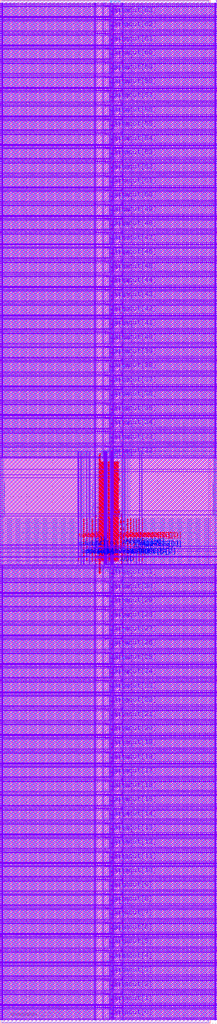
<source format=lef>
VERSION 5.8 ;
BUSBITCHARS "[]" ;
DIVIDERCHAR "/" ;

PROPERTYDEFINITIONS
  MACRO CatenaDesignType STRING ;
END PROPERTYDEFINITIONS

MACRO srambank_128x4x64_6t122
  CLASS BLOCK ;
  ORIGIN 0 0 ;
  FOREIGN srambank_128x4x64_6t122 0 0 ;
  SIZE 16.0 BY 77.76 ;
  SYMMETRY X Y ;
  SITE coreSite ;
  PIN VDD
    DIRECTION INOUT ;
    USE POWER ;
    PORT
      LAYER M4  ;
        RECT 0.0940 1.1720 16.4420 1.2200 ;
        RECT 0.0940 2.2520 16.4420 2.3000 ;
        RECT 0.0940 3.3320 16.4420 3.3800 ;
        RECT 0.0940 4.4120 16.4420 4.4600 ;
        RECT 0.0940 5.4920 16.4420 5.5400 ;
        RECT 0.0940 6.5720 16.4420 6.6200 ;
        RECT 0.0940 7.6520 16.4420 7.7000 ;
        RECT 0.0940 8.7320 16.4420 8.7800 ;
        RECT 0.0940 9.8120 16.4420 9.8600 ;
        RECT 0.0940 10.8920 16.4420 10.9400 ;
        RECT 0.0940 11.9720 16.4420 12.0200 ;
        RECT 0.0940 13.0520 16.4420 13.1000 ;
        RECT 0.0940 14.1320 16.4420 14.1800 ;
        RECT 0.0940 15.2120 16.4420 15.2600 ;
        RECT 0.0940 16.2920 16.4420 16.3400 ;
        RECT 0.0940 17.3720 16.4420 17.4200 ;
        RECT 0.0940 18.4520 16.4420 18.5000 ;
        RECT 0.0940 19.5320 16.4420 19.5800 ;
        RECT 0.0940 20.6120 16.4420 20.6600 ;
        RECT 0.0940 21.6920 16.4420 21.7400 ;
        RECT 0.0940 22.7720 16.4420 22.8200 ;
        RECT 0.0940 23.8520 16.4420 23.9000 ;
        RECT 0.0940 24.9320 16.4420 24.9800 ;
        RECT 0.0940 26.0120 16.4420 26.0600 ;
        RECT 0.0940 27.0920 16.4420 27.1400 ;
        RECT 0.0940 28.1720 16.4420 28.2200 ;
        RECT 0.0940 29.2520 16.4420 29.3000 ;
        RECT 0.0940 30.3320 16.4420 30.3800 ;
        RECT 0.0940 31.4120 16.4420 31.4600 ;
        RECT 0.0940 32.4920 16.4420 32.5400 ;
        RECT 0.0940 33.5720 16.4420 33.6200 ;
        RECT 0.0940 34.6520 16.4420 34.7000 ;
        RECT 3.5640 35.1330 12.9600 35.3490 ;
        RECT 9.1970 38.6370 9.3380 38.6610 ;
        RECT 9.0660 34.8530 9.3290 34.8770 ;
        RECT 7.3980 38.3010 9.1260 38.5170 ;
        RECT 7.3980 41.4690 9.1260 41.6850 ;
        RECT 0.0940 43.8590 16.4420 43.9070 ;
        RECT 0.0940 44.9390 16.4420 44.9870 ;
        RECT 0.0940 46.0190 16.4420 46.0670 ;
        RECT 0.0940 47.0990 16.4420 47.1470 ;
        RECT 0.0940 48.1790 16.4420 48.2270 ;
        RECT 0.0940 49.2590 16.4420 49.3070 ;
        RECT 0.0940 50.3390 16.4420 50.3870 ;
        RECT 0.0940 51.4190 16.4420 51.4670 ;
        RECT 0.0940 52.4990 16.4420 52.5470 ;
        RECT 0.0940 53.5790 16.4420 53.6270 ;
        RECT 0.0940 54.6590 16.4420 54.7070 ;
        RECT 0.0940 55.7390 16.4420 55.7870 ;
        RECT 0.0940 56.8190 16.4420 56.8670 ;
        RECT 0.0940 57.8990 16.4420 57.9470 ;
        RECT 0.0940 58.9790 16.4420 59.0270 ;
        RECT 0.0940 60.0590 16.4420 60.1070 ;
        RECT 0.0940 61.1390 16.4420 61.1870 ;
        RECT 0.0940 62.2190 16.4420 62.2670 ;
        RECT 0.0940 63.2990 16.4420 63.3470 ;
        RECT 0.0940 64.3790 16.4420 64.4270 ;
        RECT 0.0940 65.4590 16.4420 65.5070 ;
        RECT 0.0940 66.5390 16.4420 66.5870 ;
        RECT 0.0940 67.6190 16.4420 67.6670 ;
        RECT 0.0940 68.6990 16.4420 68.7470 ;
        RECT 0.0940 69.7790 16.4420 69.8270 ;
        RECT 0.0940 70.8590 16.4420 70.9070 ;
        RECT 0.0940 71.9390 16.4420 71.9870 ;
        RECT 0.0940 73.0190 16.4420 73.0670 ;
        RECT 0.0940 74.0990 16.4420 74.1470 ;
        RECT 0.0940 75.1790 16.4420 75.2270 ;
        RECT 0.0940 76.2590 16.4420 76.3070 ;
        RECT 0.0940 77.3390 16.4420 77.3870 ;
      LAYER M3  ;
        RECT 16.3940 0.2165 16.4120 1.3765 ;
        RECT 9.2840 0.2170 9.3020 1.3760 ;
        RECT 7.8800 0.2570 7.9700 1.3710 ;
        RECT 7.2320 0.2170 7.2500 1.3760 ;
        RECT 0.1220 0.2165 0.1400 1.3765 ;
        RECT 16.3940 1.2965 16.4120 2.4565 ;
        RECT 9.2840 1.2970 9.3020 2.4560 ;
        RECT 7.8800 1.3370 7.9700 2.4510 ;
        RECT 7.2320 1.2970 7.2500 2.4560 ;
        RECT 0.1220 1.2965 0.1400 2.4565 ;
        RECT 16.3940 2.3765 16.4120 3.5365 ;
        RECT 9.2840 2.3770 9.3020 3.5360 ;
        RECT 7.8800 2.4170 7.9700 3.5310 ;
        RECT 7.2320 2.3770 7.2500 3.5360 ;
        RECT 0.1220 2.3765 0.1400 3.5365 ;
        RECT 16.3940 3.4565 16.4120 4.6165 ;
        RECT 9.2840 3.4570 9.3020 4.6160 ;
        RECT 7.8800 3.4970 7.9700 4.6110 ;
        RECT 7.2320 3.4570 7.2500 4.6160 ;
        RECT 0.1220 3.4565 0.1400 4.6165 ;
        RECT 16.3940 4.5365 16.4120 5.6965 ;
        RECT 9.2840 4.5370 9.3020 5.6960 ;
        RECT 7.8800 4.5770 7.9700 5.6910 ;
        RECT 7.2320 4.5370 7.2500 5.6960 ;
        RECT 0.1220 4.5365 0.1400 5.6965 ;
        RECT 16.3940 5.6165 16.4120 6.7765 ;
        RECT 9.2840 5.6170 9.3020 6.7760 ;
        RECT 7.8800 5.6570 7.9700 6.7710 ;
        RECT 7.2320 5.6170 7.2500 6.7760 ;
        RECT 0.1220 5.6165 0.1400 6.7765 ;
        RECT 16.3940 6.6965 16.4120 7.8565 ;
        RECT 9.2840 6.6970 9.3020 7.8560 ;
        RECT 7.8800 6.7370 7.9700 7.8510 ;
        RECT 7.2320 6.6970 7.2500 7.8560 ;
        RECT 0.1220 6.6965 0.1400 7.8565 ;
        RECT 16.3940 7.7765 16.4120 8.9365 ;
        RECT 9.2840 7.7770 9.3020 8.9360 ;
        RECT 7.8800 7.8170 7.9700 8.9310 ;
        RECT 7.2320 7.7770 7.2500 8.9360 ;
        RECT 0.1220 7.7765 0.1400 8.9365 ;
        RECT 16.3940 8.8565 16.4120 10.0165 ;
        RECT 9.2840 8.8570 9.3020 10.0160 ;
        RECT 7.8800 8.8970 7.9700 10.0110 ;
        RECT 7.2320 8.8570 7.2500 10.0160 ;
        RECT 0.1220 8.8565 0.1400 10.0165 ;
        RECT 16.3940 9.9365 16.4120 11.0965 ;
        RECT 9.2840 9.9370 9.3020 11.0960 ;
        RECT 7.8800 9.9770 7.9700 11.0910 ;
        RECT 7.2320 9.9370 7.2500 11.0960 ;
        RECT 0.1220 9.9365 0.1400 11.0965 ;
        RECT 16.3940 11.0165 16.4120 12.1765 ;
        RECT 9.2840 11.0170 9.3020 12.1760 ;
        RECT 7.8800 11.0570 7.9700 12.1710 ;
        RECT 7.2320 11.0170 7.2500 12.1760 ;
        RECT 0.1220 11.0165 0.1400 12.1765 ;
        RECT 16.3940 12.0965 16.4120 13.2565 ;
        RECT 9.2840 12.0970 9.3020 13.2560 ;
        RECT 7.8800 12.1370 7.9700 13.2510 ;
        RECT 7.2320 12.0970 7.2500 13.2560 ;
        RECT 0.1220 12.0965 0.1400 13.2565 ;
        RECT 16.3940 13.1765 16.4120 14.3365 ;
        RECT 9.2840 13.1770 9.3020 14.3360 ;
        RECT 7.8800 13.2170 7.9700 14.3310 ;
        RECT 7.2320 13.1770 7.2500 14.3360 ;
        RECT 0.1220 13.1765 0.1400 14.3365 ;
        RECT 16.3940 14.2565 16.4120 15.4165 ;
        RECT 9.2840 14.2570 9.3020 15.4160 ;
        RECT 7.8800 14.2970 7.9700 15.4110 ;
        RECT 7.2320 14.2570 7.2500 15.4160 ;
        RECT 0.1220 14.2565 0.1400 15.4165 ;
        RECT 16.3940 15.3365 16.4120 16.4965 ;
        RECT 9.2840 15.3370 9.3020 16.4960 ;
        RECT 7.8800 15.3770 7.9700 16.4910 ;
        RECT 7.2320 15.3370 7.2500 16.4960 ;
        RECT 0.1220 15.3365 0.1400 16.4965 ;
        RECT 16.3940 16.4165 16.4120 17.5765 ;
        RECT 9.2840 16.4170 9.3020 17.5760 ;
        RECT 7.8800 16.4570 7.9700 17.5710 ;
        RECT 7.2320 16.4170 7.2500 17.5760 ;
        RECT 0.1220 16.4165 0.1400 17.5765 ;
        RECT 16.3940 17.4965 16.4120 18.6565 ;
        RECT 9.2840 17.4970 9.3020 18.6560 ;
        RECT 7.8800 17.5370 7.9700 18.6510 ;
        RECT 7.2320 17.4970 7.2500 18.6560 ;
        RECT 0.1220 17.4965 0.1400 18.6565 ;
        RECT 16.3940 18.5765 16.4120 19.7365 ;
        RECT 9.2840 18.5770 9.3020 19.7360 ;
        RECT 7.8800 18.6170 7.9700 19.7310 ;
        RECT 7.2320 18.5770 7.2500 19.7360 ;
        RECT 0.1220 18.5765 0.1400 19.7365 ;
        RECT 16.3940 19.6565 16.4120 20.8165 ;
        RECT 9.2840 19.6570 9.3020 20.8160 ;
        RECT 7.8800 19.6970 7.9700 20.8110 ;
        RECT 7.2320 19.6570 7.2500 20.8160 ;
        RECT 0.1220 19.6565 0.1400 20.8165 ;
        RECT 16.3940 20.7365 16.4120 21.8965 ;
        RECT 9.2840 20.7370 9.3020 21.8960 ;
        RECT 7.8800 20.7770 7.9700 21.8910 ;
        RECT 7.2320 20.7370 7.2500 21.8960 ;
        RECT 0.1220 20.7365 0.1400 21.8965 ;
        RECT 16.3940 21.8165 16.4120 22.9765 ;
        RECT 9.2840 21.8170 9.3020 22.9760 ;
        RECT 7.8800 21.8570 7.9700 22.9710 ;
        RECT 7.2320 21.8170 7.2500 22.9760 ;
        RECT 0.1220 21.8165 0.1400 22.9765 ;
        RECT 16.3940 22.8965 16.4120 24.0565 ;
        RECT 9.2840 22.8970 9.3020 24.0560 ;
        RECT 7.8800 22.9370 7.9700 24.0510 ;
        RECT 7.2320 22.8970 7.2500 24.0560 ;
        RECT 0.1220 22.8965 0.1400 24.0565 ;
        RECT 16.3940 23.9765 16.4120 25.1365 ;
        RECT 9.2840 23.9770 9.3020 25.1360 ;
        RECT 7.8800 24.0170 7.9700 25.1310 ;
        RECT 7.2320 23.9770 7.2500 25.1360 ;
        RECT 0.1220 23.9765 0.1400 25.1365 ;
        RECT 16.3940 25.0565 16.4120 26.2165 ;
        RECT 9.2840 25.0570 9.3020 26.2160 ;
        RECT 7.8800 25.0970 7.9700 26.2110 ;
        RECT 7.2320 25.0570 7.2500 26.2160 ;
        RECT 0.1220 25.0565 0.1400 26.2165 ;
        RECT 16.3940 26.1365 16.4120 27.2965 ;
        RECT 9.2840 26.1370 9.3020 27.2960 ;
        RECT 7.8800 26.1770 7.9700 27.2910 ;
        RECT 7.2320 26.1370 7.2500 27.2960 ;
        RECT 0.1220 26.1365 0.1400 27.2965 ;
        RECT 16.3940 27.2165 16.4120 28.3765 ;
        RECT 9.2840 27.2170 9.3020 28.3760 ;
        RECT 7.8800 27.2570 7.9700 28.3710 ;
        RECT 7.2320 27.2170 7.2500 28.3760 ;
        RECT 0.1220 27.2165 0.1400 28.3765 ;
        RECT 16.3940 28.2965 16.4120 29.4565 ;
        RECT 9.2840 28.2970 9.3020 29.4560 ;
        RECT 7.8800 28.3370 7.9700 29.4510 ;
        RECT 7.2320 28.2970 7.2500 29.4560 ;
        RECT 0.1220 28.2965 0.1400 29.4565 ;
        RECT 16.3940 29.3765 16.4120 30.5365 ;
        RECT 9.2840 29.3770 9.3020 30.5360 ;
        RECT 7.8800 29.4170 7.9700 30.5310 ;
        RECT 7.2320 29.3770 7.2500 30.5360 ;
        RECT 0.1220 29.3765 0.1400 30.5365 ;
        RECT 16.3940 30.4565 16.4120 31.6165 ;
        RECT 9.2840 30.4570 9.3020 31.6160 ;
        RECT 7.8800 30.4970 7.9700 31.6110 ;
        RECT 7.2320 30.4570 7.2500 31.6160 ;
        RECT 0.1220 30.4565 0.1400 31.6165 ;
        RECT 16.3940 31.5365 16.4120 32.6965 ;
        RECT 9.2840 31.5370 9.3020 32.6960 ;
        RECT 7.8800 31.5770 7.9700 32.6910 ;
        RECT 7.2320 31.5370 7.2500 32.6960 ;
        RECT 0.1220 31.5365 0.1400 32.6965 ;
        RECT 16.3940 32.6165 16.4120 33.7765 ;
        RECT 9.2840 32.6170 9.3020 33.7760 ;
        RECT 7.8800 32.6570 7.9700 33.7710 ;
        RECT 7.2320 32.6170 7.2500 33.7760 ;
        RECT 0.1220 32.6165 0.1400 33.7765 ;
        RECT 16.3940 33.6965 16.4120 34.8565 ;
        RECT 9.2840 33.6970 9.3020 34.8560 ;
        RECT 7.8800 33.7370 7.9700 34.8510 ;
        RECT 7.2320 33.6970 7.2500 34.8560 ;
        RECT 0.1220 33.6965 0.1400 34.8565 ;
        RECT 16.3890 34.7705 16.4070 42.9775 ;
        RECT 9.2970 38.5900 9.3150 42.9385 ;
        RECT 9.2790 34.8035 9.2970 34.9415 ;
        RECT 7.9110 35.0940 8.1450 42.6770 ;
        RECT 7.8750 42.5940 7.9650 42.9700 ;
        RECT 7.8750 34.8100 7.9650 35.1860 ;
        RECT 0.1170 34.7705 0.1350 42.9775 ;
        RECT 16.3940 42.9035 16.4120 44.0635 ;
        RECT 9.2840 42.9040 9.3020 44.0630 ;
        RECT 7.8800 42.9440 7.9700 44.0580 ;
        RECT 7.2320 42.9040 7.2500 44.0630 ;
        RECT 0.1220 42.9035 0.1400 44.0635 ;
        RECT 16.3940 43.9835 16.4120 45.1435 ;
        RECT 9.2840 43.9840 9.3020 45.1430 ;
        RECT 7.8800 44.0240 7.9700 45.1380 ;
        RECT 7.2320 43.9840 7.2500 45.1430 ;
        RECT 0.1220 43.9835 0.1400 45.1435 ;
        RECT 16.3940 45.0635 16.4120 46.2235 ;
        RECT 9.2840 45.0640 9.3020 46.2230 ;
        RECT 7.8800 45.1040 7.9700 46.2180 ;
        RECT 7.2320 45.0640 7.2500 46.2230 ;
        RECT 0.1220 45.0635 0.1400 46.2235 ;
        RECT 16.3940 46.1435 16.4120 47.3035 ;
        RECT 9.2840 46.1440 9.3020 47.3030 ;
        RECT 7.8800 46.1840 7.9700 47.2980 ;
        RECT 7.2320 46.1440 7.2500 47.3030 ;
        RECT 0.1220 46.1435 0.1400 47.3035 ;
        RECT 16.3940 47.2235 16.4120 48.3835 ;
        RECT 9.2840 47.2240 9.3020 48.3830 ;
        RECT 7.8800 47.2640 7.9700 48.3780 ;
        RECT 7.2320 47.2240 7.2500 48.3830 ;
        RECT 0.1220 47.2235 0.1400 48.3835 ;
        RECT 16.3940 48.3035 16.4120 49.4635 ;
        RECT 9.2840 48.3040 9.3020 49.4630 ;
        RECT 7.8800 48.3440 7.9700 49.4580 ;
        RECT 7.2320 48.3040 7.2500 49.4630 ;
        RECT 0.1220 48.3035 0.1400 49.4635 ;
        RECT 16.3940 49.3835 16.4120 50.5435 ;
        RECT 9.2840 49.3840 9.3020 50.5430 ;
        RECT 7.8800 49.4240 7.9700 50.5380 ;
        RECT 7.2320 49.3840 7.2500 50.5430 ;
        RECT 0.1220 49.3835 0.1400 50.5435 ;
        RECT 16.3940 50.4635 16.4120 51.6235 ;
        RECT 9.2840 50.4640 9.3020 51.6230 ;
        RECT 7.8800 50.5040 7.9700 51.6180 ;
        RECT 7.2320 50.4640 7.2500 51.6230 ;
        RECT 0.1220 50.4635 0.1400 51.6235 ;
        RECT 16.3940 51.5435 16.4120 52.7035 ;
        RECT 9.2840 51.5440 9.3020 52.7030 ;
        RECT 7.8800 51.5840 7.9700 52.6980 ;
        RECT 7.2320 51.5440 7.2500 52.7030 ;
        RECT 0.1220 51.5435 0.1400 52.7035 ;
        RECT 16.3940 52.6235 16.4120 53.7835 ;
        RECT 9.2840 52.6240 9.3020 53.7830 ;
        RECT 7.8800 52.6640 7.9700 53.7780 ;
        RECT 7.2320 52.6240 7.2500 53.7830 ;
        RECT 0.1220 52.6235 0.1400 53.7835 ;
        RECT 16.3940 53.7035 16.4120 54.8635 ;
        RECT 9.2840 53.7040 9.3020 54.8630 ;
        RECT 7.8800 53.7440 7.9700 54.8580 ;
        RECT 7.2320 53.7040 7.2500 54.8630 ;
        RECT 0.1220 53.7035 0.1400 54.8635 ;
        RECT 16.3940 54.7835 16.4120 55.9435 ;
        RECT 9.2840 54.7840 9.3020 55.9430 ;
        RECT 7.8800 54.8240 7.9700 55.9380 ;
        RECT 7.2320 54.7840 7.2500 55.9430 ;
        RECT 0.1220 54.7835 0.1400 55.9435 ;
        RECT 16.3940 55.8635 16.4120 57.0235 ;
        RECT 9.2840 55.8640 9.3020 57.0230 ;
        RECT 7.8800 55.9040 7.9700 57.0180 ;
        RECT 7.2320 55.8640 7.2500 57.0230 ;
        RECT 0.1220 55.8635 0.1400 57.0235 ;
        RECT 16.3940 56.9435 16.4120 58.1035 ;
        RECT 9.2840 56.9440 9.3020 58.1030 ;
        RECT 7.8800 56.9840 7.9700 58.0980 ;
        RECT 7.2320 56.9440 7.2500 58.1030 ;
        RECT 0.1220 56.9435 0.1400 58.1035 ;
        RECT 16.3940 58.0235 16.4120 59.1835 ;
        RECT 9.2840 58.0240 9.3020 59.1830 ;
        RECT 7.8800 58.0640 7.9700 59.1780 ;
        RECT 7.2320 58.0240 7.2500 59.1830 ;
        RECT 0.1220 58.0235 0.1400 59.1835 ;
        RECT 16.3940 59.1035 16.4120 60.2635 ;
        RECT 9.2840 59.1040 9.3020 60.2630 ;
        RECT 7.8800 59.1440 7.9700 60.2580 ;
        RECT 7.2320 59.1040 7.2500 60.2630 ;
        RECT 0.1220 59.1035 0.1400 60.2635 ;
        RECT 16.3940 60.1835 16.4120 61.3435 ;
        RECT 9.2840 60.1840 9.3020 61.3430 ;
        RECT 7.8800 60.2240 7.9700 61.3380 ;
        RECT 7.2320 60.1840 7.2500 61.3430 ;
        RECT 0.1220 60.1835 0.1400 61.3435 ;
        RECT 16.3940 61.2635 16.4120 62.4235 ;
        RECT 9.2840 61.2640 9.3020 62.4230 ;
        RECT 7.8800 61.3040 7.9700 62.4180 ;
        RECT 7.2320 61.2640 7.2500 62.4230 ;
        RECT 0.1220 61.2635 0.1400 62.4235 ;
        RECT 16.3940 62.3435 16.4120 63.5035 ;
        RECT 9.2840 62.3440 9.3020 63.5030 ;
        RECT 7.8800 62.3840 7.9700 63.4980 ;
        RECT 7.2320 62.3440 7.2500 63.5030 ;
        RECT 0.1220 62.3435 0.1400 63.5035 ;
        RECT 16.3940 63.4235 16.4120 64.5835 ;
        RECT 9.2840 63.4240 9.3020 64.5830 ;
        RECT 7.8800 63.4640 7.9700 64.5780 ;
        RECT 7.2320 63.4240 7.2500 64.5830 ;
        RECT 0.1220 63.4235 0.1400 64.5835 ;
        RECT 16.3940 64.5035 16.4120 65.6635 ;
        RECT 9.2840 64.5040 9.3020 65.6630 ;
        RECT 7.8800 64.5440 7.9700 65.6580 ;
        RECT 7.2320 64.5040 7.2500 65.6630 ;
        RECT 0.1220 64.5035 0.1400 65.6635 ;
        RECT 16.3940 65.5835 16.4120 66.7435 ;
        RECT 9.2840 65.5840 9.3020 66.7430 ;
        RECT 7.8800 65.6240 7.9700 66.7380 ;
        RECT 7.2320 65.5840 7.2500 66.7430 ;
        RECT 0.1220 65.5835 0.1400 66.7435 ;
        RECT 16.3940 66.6635 16.4120 67.8235 ;
        RECT 9.2840 66.6640 9.3020 67.8230 ;
        RECT 7.8800 66.7040 7.9700 67.8180 ;
        RECT 7.2320 66.6640 7.2500 67.8230 ;
        RECT 0.1220 66.6635 0.1400 67.8235 ;
        RECT 16.3940 67.7435 16.4120 68.9035 ;
        RECT 9.2840 67.7440 9.3020 68.9030 ;
        RECT 7.8800 67.7840 7.9700 68.8980 ;
        RECT 7.2320 67.7440 7.2500 68.9030 ;
        RECT 0.1220 67.7435 0.1400 68.9035 ;
        RECT 16.3940 68.8235 16.4120 69.9835 ;
        RECT 9.2840 68.8240 9.3020 69.9830 ;
        RECT 7.8800 68.8640 7.9700 69.9780 ;
        RECT 7.2320 68.8240 7.2500 69.9830 ;
        RECT 0.1220 68.8235 0.1400 69.9835 ;
        RECT 16.3940 69.9035 16.4120 71.0635 ;
        RECT 9.2840 69.9040 9.3020 71.0630 ;
        RECT 7.8800 69.9440 7.9700 71.0580 ;
        RECT 7.2320 69.9040 7.2500 71.0630 ;
        RECT 0.1220 69.9035 0.1400 71.0635 ;
        RECT 16.3940 70.9835 16.4120 72.1435 ;
        RECT 9.2840 70.9840 9.3020 72.1430 ;
        RECT 7.8800 71.0240 7.9700 72.1380 ;
        RECT 7.2320 70.9840 7.2500 72.1430 ;
        RECT 0.1220 70.9835 0.1400 72.1435 ;
        RECT 16.3940 72.0635 16.4120 73.2235 ;
        RECT 9.2840 72.0640 9.3020 73.2230 ;
        RECT 7.8800 72.1040 7.9700 73.2180 ;
        RECT 7.2320 72.0640 7.2500 73.2230 ;
        RECT 0.1220 72.0635 0.1400 73.2235 ;
        RECT 16.3940 73.1435 16.4120 74.3035 ;
        RECT 9.2840 73.1440 9.3020 74.3030 ;
        RECT 7.8800 73.1840 7.9700 74.2980 ;
        RECT 7.2320 73.1440 7.2500 74.3030 ;
        RECT 0.1220 73.1435 0.1400 74.3035 ;
        RECT 16.3940 74.2235 16.4120 75.3835 ;
        RECT 9.2840 74.2240 9.3020 75.3830 ;
        RECT 7.8800 74.2640 7.9700 75.3780 ;
        RECT 7.2320 74.2240 7.2500 75.3830 ;
        RECT 0.1220 74.2235 0.1400 75.3835 ;
        RECT 16.3940 75.3035 16.4120 76.4635 ;
        RECT 9.2840 75.3040 9.3020 76.4630 ;
        RECT 7.8800 75.3440 7.9700 76.4580 ;
        RECT 7.2320 75.3040 7.2500 76.4630 ;
        RECT 0.1220 75.3035 0.1400 76.4635 ;
        RECT 16.3940 76.3835 16.4120 77.5435 ;
        RECT 9.2840 76.3840 9.3020 77.5430 ;
        RECT 7.8800 76.4240 7.9700 77.5380 ;
        RECT 7.2320 76.3840 7.2500 77.5430 ;
        RECT 0.1220 76.3835 0.1400 77.5435 ;
      LAYER V3  ;
        RECT 0.1220 1.1720 0.1400 1.2200 ;
        RECT 7.2320 1.1720 7.2500 1.2200 ;
        RECT 7.8800 1.1720 7.9700 1.2200 ;
        RECT 9.2840 1.1720 9.3020 1.2200 ;
        RECT 16.3940 1.1720 16.4120 1.2200 ;
        RECT 0.1220 2.2520 0.1400 2.3000 ;
        RECT 7.2320 2.2520 7.2500 2.3000 ;
        RECT 7.8800 2.2520 7.9700 2.3000 ;
        RECT 9.2840 2.2520 9.3020 2.3000 ;
        RECT 16.3940 2.2520 16.4120 2.3000 ;
        RECT 0.1220 3.3320 0.1400 3.3800 ;
        RECT 7.2320 3.3320 7.2500 3.3800 ;
        RECT 7.8800 3.3320 7.9700 3.3800 ;
        RECT 9.2840 3.3320 9.3020 3.3800 ;
        RECT 16.3940 3.3320 16.4120 3.3800 ;
        RECT 0.1220 4.4120 0.1400 4.4600 ;
        RECT 7.2320 4.4120 7.2500 4.4600 ;
        RECT 7.8800 4.4120 7.9700 4.4600 ;
        RECT 9.2840 4.4120 9.3020 4.4600 ;
        RECT 16.3940 4.4120 16.4120 4.4600 ;
        RECT 0.1220 5.4920 0.1400 5.5400 ;
        RECT 7.2320 5.4920 7.2500 5.5400 ;
        RECT 7.8800 5.4920 7.9700 5.5400 ;
        RECT 9.2840 5.4920 9.3020 5.5400 ;
        RECT 16.3940 5.4920 16.4120 5.5400 ;
        RECT 0.1220 6.5720 0.1400 6.6200 ;
        RECT 7.2320 6.5720 7.2500 6.6200 ;
        RECT 7.8800 6.5720 7.9700 6.6200 ;
        RECT 9.2840 6.5720 9.3020 6.6200 ;
        RECT 16.3940 6.5720 16.4120 6.6200 ;
        RECT 0.1220 7.6520 0.1400 7.7000 ;
        RECT 7.2320 7.6520 7.2500 7.7000 ;
        RECT 7.8800 7.6520 7.9700 7.7000 ;
        RECT 9.2840 7.6520 9.3020 7.7000 ;
        RECT 16.3940 7.6520 16.4120 7.7000 ;
        RECT 0.1220 8.7320 0.1400 8.7800 ;
        RECT 7.2320 8.7320 7.2500 8.7800 ;
        RECT 7.8800 8.7320 7.9700 8.7800 ;
        RECT 9.2840 8.7320 9.3020 8.7800 ;
        RECT 16.3940 8.7320 16.4120 8.7800 ;
        RECT 0.1220 9.8120 0.1400 9.8600 ;
        RECT 7.2320 9.8120 7.2500 9.8600 ;
        RECT 7.8800 9.8120 7.9700 9.8600 ;
        RECT 9.2840 9.8120 9.3020 9.8600 ;
        RECT 16.3940 9.8120 16.4120 9.8600 ;
        RECT 0.1220 10.8920 0.1400 10.9400 ;
        RECT 7.2320 10.8920 7.2500 10.9400 ;
        RECT 7.8800 10.8920 7.9700 10.9400 ;
        RECT 9.2840 10.8920 9.3020 10.9400 ;
        RECT 16.3940 10.8920 16.4120 10.9400 ;
        RECT 0.1220 11.9720 0.1400 12.0200 ;
        RECT 7.2320 11.9720 7.2500 12.0200 ;
        RECT 7.8800 11.9720 7.9700 12.0200 ;
        RECT 9.2840 11.9720 9.3020 12.0200 ;
        RECT 16.3940 11.9720 16.4120 12.0200 ;
        RECT 0.1220 13.0520 0.1400 13.1000 ;
        RECT 7.2320 13.0520 7.2500 13.1000 ;
        RECT 7.8800 13.0520 7.9700 13.1000 ;
        RECT 9.2840 13.0520 9.3020 13.1000 ;
        RECT 16.3940 13.0520 16.4120 13.1000 ;
        RECT 0.1220 14.1320 0.1400 14.1800 ;
        RECT 7.2320 14.1320 7.2500 14.1800 ;
        RECT 7.8800 14.1320 7.9700 14.1800 ;
        RECT 9.2840 14.1320 9.3020 14.1800 ;
        RECT 16.3940 14.1320 16.4120 14.1800 ;
        RECT 0.1220 15.2120 0.1400 15.2600 ;
        RECT 7.2320 15.2120 7.2500 15.2600 ;
        RECT 7.8800 15.2120 7.9700 15.2600 ;
        RECT 9.2840 15.2120 9.3020 15.2600 ;
        RECT 16.3940 15.2120 16.4120 15.2600 ;
        RECT 0.1220 16.2920 0.1400 16.3400 ;
        RECT 7.2320 16.2920 7.2500 16.3400 ;
        RECT 7.8800 16.2920 7.9700 16.3400 ;
        RECT 9.2840 16.2920 9.3020 16.3400 ;
        RECT 16.3940 16.2920 16.4120 16.3400 ;
        RECT 0.1220 17.3720 0.1400 17.4200 ;
        RECT 7.2320 17.3720 7.2500 17.4200 ;
        RECT 7.8800 17.3720 7.9700 17.4200 ;
        RECT 9.2840 17.3720 9.3020 17.4200 ;
        RECT 16.3940 17.3720 16.4120 17.4200 ;
        RECT 0.1220 18.4520 0.1400 18.5000 ;
        RECT 7.2320 18.4520 7.2500 18.5000 ;
        RECT 7.8800 18.4520 7.9700 18.5000 ;
        RECT 9.2840 18.4520 9.3020 18.5000 ;
        RECT 16.3940 18.4520 16.4120 18.5000 ;
        RECT 0.1220 19.5320 0.1400 19.5800 ;
        RECT 7.2320 19.5320 7.2500 19.5800 ;
        RECT 7.8800 19.5320 7.9700 19.5800 ;
        RECT 9.2840 19.5320 9.3020 19.5800 ;
        RECT 16.3940 19.5320 16.4120 19.5800 ;
        RECT 0.1220 20.6120 0.1400 20.6600 ;
        RECT 7.2320 20.6120 7.2500 20.6600 ;
        RECT 7.8800 20.6120 7.9700 20.6600 ;
        RECT 9.2840 20.6120 9.3020 20.6600 ;
        RECT 16.3940 20.6120 16.4120 20.6600 ;
        RECT 0.1220 21.6920 0.1400 21.7400 ;
        RECT 7.2320 21.6920 7.2500 21.7400 ;
        RECT 7.8800 21.6920 7.9700 21.7400 ;
        RECT 9.2840 21.6920 9.3020 21.7400 ;
        RECT 16.3940 21.6920 16.4120 21.7400 ;
        RECT 0.1220 22.7720 0.1400 22.8200 ;
        RECT 7.2320 22.7720 7.2500 22.8200 ;
        RECT 7.8800 22.7720 7.9700 22.8200 ;
        RECT 9.2840 22.7720 9.3020 22.8200 ;
        RECT 16.3940 22.7720 16.4120 22.8200 ;
        RECT 0.1220 23.8520 0.1400 23.9000 ;
        RECT 7.2320 23.8520 7.2500 23.9000 ;
        RECT 7.8800 23.8520 7.9700 23.9000 ;
        RECT 9.2840 23.8520 9.3020 23.9000 ;
        RECT 16.3940 23.8520 16.4120 23.9000 ;
        RECT 0.1220 24.9320 0.1400 24.9800 ;
        RECT 7.2320 24.9320 7.2500 24.9800 ;
        RECT 7.8800 24.9320 7.9700 24.9800 ;
        RECT 9.2840 24.9320 9.3020 24.9800 ;
        RECT 16.3940 24.9320 16.4120 24.9800 ;
        RECT 0.1220 26.0120 0.1400 26.0600 ;
        RECT 7.2320 26.0120 7.2500 26.0600 ;
        RECT 7.8800 26.0120 7.9700 26.0600 ;
        RECT 9.2840 26.0120 9.3020 26.0600 ;
        RECT 16.3940 26.0120 16.4120 26.0600 ;
        RECT 0.1220 27.0920 0.1400 27.1400 ;
        RECT 7.2320 27.0920 7.2500 27.1400 ;
        RECT 7.8800 27.0920 7.9700 27.1400 ;
        RECT 9.2840 27.0920 9.3020 27.1400 ;
        RECT 16.3940 27.0920 16.4120 27.1400 ;
        RECT 0.1220 28.1720 0.1400 28.2200 ;
        RECT 7.2320 28.1720 7.2500 28.2200 ;
        RECT 7.8800 28.1720 7.9700 28.2200 ;
        RECT 9.2840 28.1720 9.3020 28.2200 ;
        RECT 16.3940 28.1720 16.4120 28.2200 ;
        RECT 0.1220 29.2520 0.1400 29.3000 ;
        RECT 7.2320 29.2520 7.2500 29.3000 ;
        RECT 7.8800 29.2520 7.9700 29.3000 ;
        RECT 9.2840 29.2520 9.3020 29.3000 ;
        RECT 16.3940 29.2520 16.4120 29.3000 ;
        RECT 0.1220 30.3320 0.1400 30.3800 ;
        RECT 7.2320 30.3320 7.2500 30.3800 ;
        RECT 7.8800 30.3320 7.9700 30.3800 ;
        RECT 9.2840 30.3320 9.3020 30.3800 ;
        RECT 16.3940 30.3320 16.4120 30.3800 ;
        RECT 0.1220 31.4120 0.1400 31.4600 ;
        RECT 7.2320 31.4120 7.2500 31.4600 ;
        RECT 7.8800 31.4120 7.9700 31.4600 ;
        RECT 9.2840 31.4120 9.3020 31.4600 ;
        RECT 16.3940 31.4120 16.4120 31.4600 ;
        RECT 0.1220 32.4920 0.1400 32.5400 ;
        RECT 7.2320 32.4920 7.2500 32.5400 ;
        RECT 7.8800 32.4920 7.9700 32.5400 ;
        RECT 9.2840 32.4920 9.3020 32.5400 ;
        RECT 16.3940 32.4920 16.4120 32.5400 ;
        RECT 0.1220 33.5720 0.1400 33.6200 ;
        RECT 7.2320 33.5720 7.2500 33.6200 ;
        RECT 7.8800 33.5720 7.9700 33.6200 ;
        RECT 9.2840 33.5720 9.3020 33.6200 ;
        RECT 16.3940 33.5720 16.4120 33.6200 ;
        RECT 0.1220 34.6520 0.1400 34.7000 ;
        RECT 7.2320 34.6520 7.2500 34.7000 ;
        RECT 7.8800 34.6520 7.9700 34.7000 ;
        RECT 9.2840 34.6520 9.3020 34.7000 ;
        RECT 16.3940 34.6520 16.4120 34.7000 ;
        RECT 7.9150 41.4690 7.9330 41.6850 ;
        RECT 7.9150 38.3010 7.9330 38.5170 ;
        RECT 7.9150 35.1330 7.9330 35.3490 ;
        RECT 7.9670 41.4690 7.9850 41.6850 ;
        RECT 7.9670 38.3010 7.9850 38.5170 ;
        RECT 7.9670 35.1330 7.9850 35.3490 ;
        RECT 8.0190 41.4690 8.0370 41.6850 ;
        RECT 8.0190 38.3010 8.0370 38.5170 ;
        RECT 8.0190 35.1330 8.0370 35.3490 ;
        RECT 8.0710 41.4690 8.0890 41.6850 ;
        RECT 8.0710 38.3010 8.0890 38.5170 ;
        RECT 8.0710 35.1330 8.0890 35.3490 ;
        RECT 8.1230 41.4690 8.1410 41.6850 ;
        RECT 8.1230 38.3010 8.1410 38.5170 ;
        RECT 8.1230 35.1330 8.1410 35.3490 ;
        RECT 9.2790 34.8530 9.2970 34.8770 ;
        RECT 9.2970 38.6370 9.3150 38.6610 ;
        RECT 0.1220 43.8590 0.1400 43.9070 ;
        RECT 7.2320 43.8590 7.2500 43.9070 ;
        RECT 7.8800 43.8590 7.9700 43.9070 ;
        RECT 9.2840 43.8590 9.3020 43.9070 ;
        RECT 16.3940 43.8590 16.4120 43.9070 ;
        RECT 0.1220 44.9390 0.1400 44.9870 ;
        RECT 7.2320 44.9390 7.2500 44.9870 ;
        RECT 7.8800 44.9390 7.9700 44.9870 ;
        RECT 9.2840 44.9390 9.3020 44.9870 ;
        RECT 16.3940 44.9390 16.4120 44.9870 ;
        RECT 0.1220 46.0190 0.1400 46.0670 ;
        RECT 7.2320 46.0190 7.2500 46.0670 ;
        RECT 7.8800 46.0190 7.9700 46.0670 ;
        RECT 9.2840 46.0190 9.3020 46.0670 ;
        RECT 16.3940 46.0190 16.4120 46.0670 ;
        RECT 0.1220 47.0990 0.1400 47.1470 ;
        RECT 7.2320 47.0990 7.2500 47.1470 ;
        RECT 7.8800 47.0990 7.9700 47.1470 ;
        RECT 9.2840 47.0990 9.3020 47.1470 ;
        RECT 16.3940 47.0990 16.4120 47.1470 ;
        RECT 0.1220 48.1790 0.1400 48.2270 ;
        RECT 7.2320 48.1790 7.2500 48.2270 ;
        RECT 7.8800 48.1790 7.9700 48.2270 ;
        RECT 9.2840 48.1790 9.3020 48.2270 ;
        RECT 16.3940 48.1790 16.4120 48.2270 ;
        RECT 0.1220 49.2590 0.1400 49.3070 ;
        RECT 7.2320 49.2590 7.2500 49.3070 ;
        RECT 7.8800 49.2590 7.9700 49.3070 ;
        RECT 9.2840 49.2590 9.3020 49.3070 ;
        RECT 16.3940 49.2590 16.4120 49.3070 ;
        RECT 0.1220 50.3390 0.1400 50.3870 ;
        RECT 7.2320 50.3390 7.2500 50.3870 ;
        RECT 7.8800 50.3390 7.9700 50.3870 ;
        RECT 9.2840 50.3390 9.3020 50.3870 ;
        RECT 16.3940 50.3390 16.4120 50.3870 ;
        RECT 0.1220 51.4190 0.1400 51.4670 ;
        RECT 7.2320 51.4190 7.2500 51.4670 ;
        RECT 7.8800 51.4190 7.9700 51.4670 ;
        RECT 9.2840 51.4190 9.3020 51.4670 ;
        RECT 16.3940 51.4190 16.4120 51.4670 ;
        RECT 0.1220 52.4990 0.1400 52.5470 ;
        RECT 7.2320 52.4990 7.2500 52.5470 ;
        RECT 7.8800 52.4990 7.9700 52.5470 ;
        RECT 9.2840 52.4990 9.3020 52.5470 ;
        RECT 16.3940 52.4990 16.4120 52.5470 ;
        RECT 0.1220 53.5790 0.1400 53.6270 ;
        RECT 7.2320 53.5790 7.2500 53.6270 ;
        RECT 7.8800 53.5790 7.9700 53.6270 ;
        RECT 9.2840 53.5790 9.3020 53.6270 ;
        RECT 16.3940 53.5790 16.4120 53.6270 ;
        RECT 0.1220 54.6590 0.1400 54.7070 ;
        RECT 7.2320 54.6590 7.2500 54.7070 ;
        RECT 7.8800 54.6590 7.9700 54.7070 ;
        RECT 9.2840 54.6590 9.3020 54.7070 ;
        RECT 16.3940 54.6590 16.4120 54.7070 ;
        RECT 0.1220 55.7390 0.1400 55.7870 ;
        RECT 7.2320 55.7390 7.2500 55.7870 ;
        RECT 7.8800 55.7390 7.9700 55.7870 ;
        RECT 9.2840 55.7390 9.3020 55.7870 ;
        RECT 16.3940 55.7390 16.4120 55.7870 ;
        RECT 0.1220 56.8190 0.1400 56.8670 ;
        RECT 7.2320 56.8190 7.2500 56.8670 ;
        RECT 7.8800 56.8190 7.9700 56.8670 ;
        RECT 9.2840 56.8190 9.3020 56.8670 ;
        RECT 16.3940 56.8190 16.4120 56.8670 ;
        RECT 0.1220 57.8990 0.1400 57.9470 ;
        RECT 7.2320 57.8990 7.2500 57.9470 ;
        RECT 7.8800 57.8990 7.9700 57.9470 ;
        RECT 9.2840 57.8990 9.3020 57.9470 ;
        RECT 16.3940 57.8990 16.4120 57.9470 ;
        RECT 0.1220 58.9790 0.1400 59.0270 ;
        RECT 7.2320 58.9790 7.2500 59.0270 ;
        RECT 7.8800 58.9790 7.9700 59.0270 ;
        RECT 9.2840 58.9790 9.3020 59.0270 ;
        RECT 16.3940 58.9790 16.4120 59.0270 ;
        RECT 0.1220 60.0590 0.1400 60.1070 ;
        RECT 7.2320 60.0590 7.2500 60.1070 ;
        RECT 7.8800 60.0590 7.9700 60.1070 ;
        RECT 9.2840 60.0590 9.3020 60.1070 ;
        RECT 16.3940 60.0590 16.4120 60.1070 ;
        RECT 0.1220 61.1390 0.1400 61.1870 ;
        RECT 7.2320 61.1390 7.2500 61.1870 ;
        RECT 7.8800 61.1390 7.9700 61.1870 ;
        RECT 9.2840 61.1390 9.3020 61.1870 ;
        RECT 16.3940 61.1390 16.4120 61.1870 ;
        RECT 0.1220 62.2190 0.1400 62.2670 ;
        RECT 7.2320 62.2190 7.2500 62.2670 ;
        RECT 7.8800 62.2190 7.9700 62.2670 ;
        RECT 9.2840 62.2190 9.3020 62.2670 ;
        RECT 16.3940 62.2190 16.4120 62.2670 ;
        RECT 0.1220 63.2990 0.1400 63.3470 ;
        RECT 7.2320 63.2990 7.2500 63.3470 ;
        RECT 7.8800 63.2990 7.9700 63.3470 ;
        RECT 9.2840 63.2990 9.3020 63.3470 ;
        RECT 16.3940 63.2990 16.4120 63.3470 ;
        RECT 0.1220 64.3790 0.1400 64.4270 ;
        RECT 7.2320 64.3790 7.2500 64.4270 ;
        RECT 7.8800 64.3790 7.9700 64.4270 ;
        RECT 9.2840 64.3790 9.3020 64.4270 ;
        RECT 16.3940 64.3790 16.4120 64.4270 ;
        RECT 0.1220 65.4590 0.1400 65.5070 ;
        RECT 7.2320 65.4590 7.2500 65.5070 ;
        RECT 7.8800 65.4590 7.9700 65.5070 ;
        RECT 9.2840 65.4590 9.3020 65.5070 ;
        RECT 16.3940 65.4590 16.4120 65.5070 ;
        RECT 0.1220 66.5390 0.1400 66.5870 ;
        RECT 7.2320 66.5390 7.2500 66.5870 ;
        RECT 7.8800 66.5390 7.9700 66.5870 ;
        RECT 9.2840 66.5390 9.3020 66.5870 ;
        RECT 16.3940 66.5390 16.4120 66.5870 ;
        RECT 0.1220 67.6190 0.1400 67.6670 ;
        RECT 7.2320 67.6190 7.2500 67.6670 ;
        RECT 7.8800 67.6190 7.9700 67.6670 ;
        RECT 9.2840 67.6190 9.3020 67.6670 ;
        RECT 16.3940 67.6190 16.4120 67.6670 ;
        RECT 0.1220 68.6990 0.1400 68.7470 ;
        RECT 7.2320 68.6990 7.2500 68.7470 ;
        RECT 7.8800 68.6990 7.9700 68.7470 ;
        RECT 9.2840 68.6990 9.3020 68.7470 ;
        RECT 16.3940 68.6990 16.4120 68.7470 ;
        RECT 0.1220 69.7790 0.1400 69.8270 ;
        RECT 7.2320 69.7790 7.2500 69.8270 ;
        RECT 7.8800 69.7790 7.9700 69.8270 ;
        RECT 9.2840 69.7790 9.3020 69.8270 ;
        RECT 16.3940 69.7790 16.4120 69.8270 ;
        RECT 0.1220 70.8590 0.1400 70.9070 ;
        RECT 7.2320 70.8590 7.2500 70.9070 ;
        RECT 7.8800 70.8590 7.9700 70.9070 ;
        RECT 9.2840 70.8590 9.3020 70.9070 ;
        RECT 16.3940 70.8590 16.4120 70.9070 ;
        RECT 0.1220 71.9390 0.1400 71.9870 ;
        RECT 7.2320 71.9390 7.2500 71.9870 ;
        RECT 7.8800 71.9390 7.9700 71.9870 ;
        RECT 9.2840 71.9390 9.3020 71.9870 ;
        RECT 16.3940 71.9390 16.4120 71.9870 ;
        RECT 0.1220 73.0190 0.1400 73.0670 ;
        RECT 7.2320 73.0190 7.2500 73.0670 ;
        RECT 7.8800 73.0190 7.9700 73.0670 ;
        RECT 9.2840 73.0190 9.3020 73.0670 ;
        RECT 16.3940 73.0190 16.4120 73.0670 ;
        RECT 0.1220 74.0990 0.1400 74.1470 ;
        RECT 7.2320 74.0990 7.2500 74.1470 ;
        RECT 7.8800 74.0990 7.9700 74.1470 ;
        RECT 9.2840 74.0990 9.3020 74.1470 ;
        RECT 16.3940 74.0990 16.4120 74.1470 ;
        RECT 0.1220 75.1790 0.1400 75.2270 ;
        RECT 7.2320 75.1790 7.2500 75.2270 ;
        RECT 7.8800 75.1790 7.9700 75.2270 ;
        RECT 9.2840 75.1790 9.3020 75.2270 ;
        RECT 16.3940 75.1790 16.4120 75.2270 ;
        RECT 0.1220 76.2590 0.1400 76.3070 ;
        RECT 7.2320 76.2590 7.2500 76.3070 ;
        RECT 7.8800 76.2590 7.9700 76.3070 ;
        RECT 9.2840 76.2590 9.3020 76.3070 ;
        RECT 16.3940 76.2590 16.4120 76.3070 ;
        RECT 0.1220 77.3390 0.1400 77.3870 ;
        RECT 7.2320 77.3390 7.2500 77.3870 ;
        RECT 7.8800 77.3390 7.9700 77.3870 ;
        RECT 9.2840 77.3390 9.3020 77.3870 ;
        RECT 16.3940 77.3390 16.4120 77.3870 ;
      LAYER M5  ;
        RECT 9.2160 34.8350 9.2400 38.6790 ;
      LAYER V4  ;
        RECT 9.2160 38.6370 9.2400 38.6610 ;
        RECT 9.2160 35.1330 9.2400 35.3490 ;
        RECT 9.2160 34.8530 9.2400 34.8770 ;
    END
  END VDD
  PIN VSS
    DIRECTION INOUT ;
    USE POWER ;
    PORT
      LAYER M4  ;
        RECT 0.0940 1.0760 16.4370 1.1240 ;
        RECT 0.0940 2.1560 16.4370 2.2040 ;
        RECT 0.0940 3.2360 16.4370 3.2840 ;
        RECT 0.0940 4.3160 16.4370 4.3640 ;
        RECT 0.0940 5.3960 16.4370 5.4440 ;
        RECT 0.0940 6.4760 16.4370 6.5240 ;
        RECT 0.0940 7.5560 16.4370 7.6040 ;
        RECT 0.0940 8.6360 16.4370 8.6840 ;
        RECT 0.0940 9.7160 16.4370 9.7640 ;
        RECT 0.0940 10.7960 16.4370 10.8440 ;
        RECT 0.0940 11.8760 16.4370 11.9240 ;
        RECT 0.0940 12.9560 16.4370 13.0040 ;
        RECT 0.0940 14.0360 16.4370 14.0840 ;
        RECT 0.0940 15.1160 16.4370 15.1640 ;
        RECT 0.0940 16.1960 16.4370 16.2440 ;
        RECT 0.0940 17.2760 16.4370 17.3240 ;
        RECT 0.0940 18.3560 16.4370 18.4040 ;
        RECT 0.0940 19.4360 16.4370 19.4840 ;
        RECT 0.0940 20.5160 16.4370 20.5640 ;
        RECT 0.0940 21.5960 16.4370 21.6440 ;
        RECT 0.0940 22.6760 16.4370 22.7240 ;
        RECT 0.0940 23.7560 16.4370 23.8040 ;
        RECT 0.0940 24.8360 16.4370 24.8840 ;
        RECT 0.0940 25.9160 16.4370 25.9640 ;
        RECT 0.0940 26.9960 16.4370 27.0440 ;
        RECT 0.0940 28.0760 16.4370 28.1240 ;
        RECT 0.0940 29.1560 16.4370 29.2040 ;
        RECT 0.0940 30.2360 16.4370 30.2840 ;
        RECT 0.0940 31.3160 16.4370 31.3640 ;
        RECT 0.0940 32.3960 16.4370 32.4440 ;
        RECT 0.0940 33.4760 16.4370 33.5240 ;
        RECT 0.0940 34.5560 16.4370 34.6040 ;
        RECT 3.5640 35.5650 12.9600 35.7810 ;
        RECT 7.3980 38.7330 9.1260 38.9490 ;
        RECT 7.3980 41.9010 9.1260 42.1170 ;
        RECT 0.0940 43.7630 16.4370 43.8110 ;
        RECT 0.0940 44.8430 16.4370 44.8910 ;
        RECT 0.0940 45.9230 16.4370 45.9710 ;
        RECT 0.0940 47.0030 16.4370 47.0510 ;
        RECT 0.0940 48.0830 16.4370 48.1310 ;
        RECT 0.0940 49.1630 16.4370 49.2110 ;
        RECT 0.0940 50.2430 16.4370 50.2910 ;
        RECT 0.0940 51.3230 16.4370 51.3710 ;
        RECT 0.0940 52.4030 16.4370 52.4510 ;
        RECT 0.0940 53.4830 16.4370 53.5310 ;
        RECT 0.0940 54.5630 16.4370 54.6110 ;
        RECT 0.0940 55.6430 16.4370 55.6910 ;
        RECT 0.0940 56.7230 16.4370 56.7710 ;
        RECT 0.0940 57.8030 16.4370 57.8510 ;
        RECT 0.0940 58.8830 16.4370 58.9310 ;
        RECT 0.0940 59.9630 16.4370 60.0110 ;
        RECT 0.0940 61.0430 16.4370 61.0910 ;
        RECT 0.0940 62.1230 16.4370 62.1710 ;
        RECT 0.0940 63.2030 16.4370 63.2510 ;
        RECT 0.0940 64.2830 16.4370 64.3310 ;
        RECT 0.0940 65.3630 16.4370 65.4110 ;
        RECT 0.0940 66.4430 16.4370 66.4910 ;
        RECT 0.0940 67.5230 16.4370 67.5710 ;
        RECT 0.0940 68.6030 16.4370 68.6510 ;
        RECT 0.0940 69.6830 16.4370 69.7310 ;
        RECT 0.0940 70.7630 16.4370 70.8110 ;
        RECT 0.0940 71.8430 16.4370 71.8910 ;
        RECT 0.0940 72.9230 16.4370 72.9710 ;
        RECT 0.0940 74.0030 16.4370 74.0510 ;
        RECT 0.0940 75.0830 16.4370 75.1310 ;
        RECT 0.0940 76.1630 16.4370 76.2110 ;
        RECT 0.0940 77.2430 16.4370 77.2910 ;
      LAYER M3  ;
        RECT 16.3580 0.2165 16.3760 1.3765 ;
        RECT 9.3380 0.2165 9.3560 1.3765 ;
        RECT 8.5730 0.2530 8.6090 1.3670 ;
        RECT 8.4200 0.2530 8.4470 1.3670 ;
        RECT 7.1780 0.2165 7.1960 1.3765 ;
        RECT 0.1580 0.2165 0.1760 1.3765 ;
        RECT 16.3580 1.2965 16.3760 2.4565 ;
        RECT 9.3380 1.2965 9.3560 2.4565 ;
        RECT 8.5730 1.3330 8.6090 2.4470 ;
        RECT 8.4200 1.3330 8.4470 2.4470 ;
        RECT 7.1780 1.2965 7.1960 2.4565 ;
        RECT 0.1580 1.2965 0.1760 2.4565 ;
        RECT 16.3580 2.3765 16.3760 3.5365 ;
        RECT 9.3380 2.3765 9.3560 3.5365 ;
        RECT 8.5730 2.4130 8.6090 3.5270 ;
        RECT 8.4200 2.4130 8.4470 3.5270 ;
        RECT 7.1780 2.3765 7.1960 3.5365 ;
        RECT 0.1580 2.3765 0.1760 3.5365 ;
        RECT 16.3580 3.4565 16.3760 4.6165 ;
        RECT 9.3380 3.4565 9.3560 4.6165 ;
        RECT 8.5730 3.4930 8.6090 4.6070 ;
        RECT 8.4200 3.4930 8.4470 4.6070 ;
        RECT 7.1780 3.4565 7.1960 4.6165 ;
        RECT 0.1580 3.4565 0.1760 4.6165 ;
        RECT 16.3580 4.5365 16.3760 5.6965 ;
        RECT 9.3380 4.5365 9.3560 5.6965 ;
        RECT 8.5730 4.5730 8.6090 5.6870 ;
        RECT 8.4200 4.5730 8.4470 5.6870 ;
        RECT 7.1780 4.5365 7.1960 5.6965 ;
        RECT 0.1580 4.5365 0.1760 5.6965 ;
        RECT 16.3580 5.6165 16.3760 6.7765 ;
        RECT 9.3380 5.6165 9.3560 6.7765 ;
        RECT 8.5730 5.6530 8.6090 6.7670 ;
        RECT 8.4200 5.6530 8.4470 6.7670 ;
        RECT 7.1780 5.6165 7.1960 6.7765 ;
        RECT 0.1580 5.6165 0.1760 6.7765 ;
        RECT 16.3580 6.6965 16.3760 7.8565 ;
        RECT 9.3380 6.6965 9.3560 7.8565 ;
        RECT 8.5730 6.7330 8.6090 7.8470 ;
        RECT 8.4200 6.7330 8.4470 7.8470 ;
        RECT 7.1780 6.6965 7.1960 7.8565 ;
        RECT 0.1580 6.6965 0.1760 7.8565 ;
        RECT 16.3580 7.7765 16.3760 8.9365 ;
        RECT 9.3380 7.7765 9.3560 8.9365 ;
        RECT 8.5730 7.8130 8.6090 8.9270 ;
        RECT 8.4200 7.8130 8.4470 8.9270 ;
        RECT 7.1780 7.7765 7.1960 8.9365 ;
        RECT 0.1580 7.7765 0.1760 8.9365 ;
        RECT 16.3580 8.8565 16.3760 10.0165 ;
        RECT 9.3380 8.8565 9.3560 10.0165 ;
        RECT 8.5730 8.8930 8.6090 10.0070 ;
        RECT 8.4200 8.8930 8.4470 10.0070 ;
        RECT 7.1780 8.8565 7.1960 10.0165 ;
        RECT 0.1580 8.8565 0.1760 10.0165 ;
        RECT 16.3580 9.9365 16.3760 11.0965 ;
        RECT 9.3380 9.9365 9.3560 11.0965 ;
        RECT 8.5730 9.9730 8.6090 11.0870 ;
        RECT 8.4200 9.9730 8.4470 11.0870 ;
        RECT 7.1780 9.9365 7.1960 11.0965 ;
        RECT 0.1580 9.9365 0.1760 11.0965 ;
        RECT 16.3580 11.0165 16.3760 12.1765 ;
        RECT 9.3380 11.0165 9.3560 12.1765 ;
        RECT 8.5730 11.0530 8.6090 12.1670 ;
        RECT 8.4200 11.0530 8.4470 12.1670 ;
        RECT 7.1780 11.0165 7.1960 12.1765 ;
        RECT 0.1580 11.0165 0.1760 12.1765 ;
        RECT 16.3580 12.0965 16.3760 13.2565 ;
        RECT 9.3380 12.0965 9.3560 13.2565 ;
        RECT 8.5730 12.1330 8.6090 13.2470 ;
        RECT 8.4200 12.1330 8.4470 13.2470 ;
        RECT 7.1780 12.0965 7.1960 13.2565 ;
        RECT 0.1580 12.0965 0.1760 13.2565 ;
        RECT 16.3580 13.1765 16.3760 14.3365 ;
        RECT 9.3380 13.1765 9.3560 14.3365 ;
        RECT 8.5730 13.2130 8.6090 14.3270 ;
        RECT 8.4200 13.2130 8.4470 14.3270 ;
        RECT 7.1780 13.1765 7.1960 14.3365 ;
        RECT 0.1580 13.1765 0.1760 14.3365 ;
        RECT 16.3580 14.2565 16.3760 15.4165 ;
        RECT 9.3380 14.2565 9.3560 15.4165 ;
        RECT 8.5730 14.2930 8.6090 15.4070 ;
        RECT 8.4200 14.2930 8.4470 15.4070 ;
        RECT 7.1780 14.2565 7.1960 15.4165 ;
        RECT 0.1580 14.2565 0.1760 15.4165 ;
        RECT 16.3580 15.3365 16.3760 16.4965 ;
        RECT 9.3380 15.3365 9.3560 16.4965 ;
        RECT 8.5730 15.3730 8.6090 16.4870 ;
        RECT 8.4200 15.3730 8.4470 16.4870 ;
        RECT 7.1780 15.3365 7.1960 16.4965 ;
        RECT 0.1580 15.3365 0.1760 16.4965 ;
        RECT 16.3580 16.4165 16.3760 17.5765 ;
        RECT 9.3380 16.4165 9.3560 17.5765 ;
        RECT 8.5730 16.4530 8.6090 17.5670 ;
        RECT 8.4200 16.4530 8.4470 17.5670 ;
        RECT 7.1780 16.4165 7.1960 17.5765 ;
        RECT 0.1580 16.4165 0.1760 17.5765 ;
        RECT 16.3580 17.4965 16.3760 18.6565 ;
        RECT 9.3380 17.4965 9.3560 18.6565 ;
        RECT 8.5730 17.5330 8.6090 18.6470 ;
        RECT 8.4200 17.5330 8.4470 18.6470 ;
        RECT 7.1780 17.4965 7.1960 18.6565 ;
        RECT 0.1580 17.4965 0.1760 18.6565 ;
        RECT 16.3580 18.5765 16.3760 19.7365 ;
        RECT 9.3380 18.5765 9.3560 19.7365 ;
        RECT 8.5730 18.6130 8.6090 19.7270 ;
        RECT 8.4200 18.6130 8.4470 19.7270 ;
        RECT 7.1780 18.5765 7.1960 19.7365 ;
        RECT 0.1580 18.5765 0.1760 19.7365 ;
        RECT 16.3580 19.6565 16.3760 20.8165 ;
        RECT 9.3380 19.6565 9.3560 20.8165 ;
        RECT 8.5730 19.6930 8.6090 20.8070 ;
        RECT 8.4200 19.6930 8.4470 20.8070 ;
        RECT 7.1780 19.6565 7.1960 20.8165 ;
        RECT 0.1580 19.6565 0.1760 20.8165 ;
        RECT 16.3580 20.7365 16.3760 21.8965 ;
        RECT 9.3380 20.7365 9.3560 21.8965 ;
        RECT 8.5730 20.7730 8.6090 21.8870 ;
        RECT 8.4200 20.7730 8.4470 21.8870 ;
        RECT 7.1780 20.7365 7.1960 21.8965 ;
        RECT 0.1580 20.7365 0.1760 21.8965 ;
        RECT 16.3580 21.8165 16.3760 22.9765 ;
        RECT 9.3380 21.8165 9.3560 22.9765 ;
        RECT 8.5730 21.8530 8.6090 22.9670 ;
        RECT 8.4200 21.8530 8.4470 22.9670 ;
        RECT 7.1780 21.8165 7.1960 22.9765 ;
        RECT 0.1580 21.8165 0.1760 22.9765 ;
        RECT 16.3580 22.8965 16.3760 24.0565 ;
        RECT 9.3380 22.8965 9.3560 24.0565 ;
        RECT 8.5730 22.9330 8.6090 24.0470 ;
        RECT 8.4200 22.9330 8.4470 24.0470 ;
        RECT 7.1780 22.8965 7.1960 24.0565 ;
        RECT 0.1580 22.8965 0.1760 24.0565 ;
        RECT 16.3580 23.9765 16.3760 25.1365 ;
        RECT 9.3380 23.9765 9.3560 25.1365 ;
        RECT 8.5730 24.0130 8.6090 25.1270 ;
        RECT 8.4200 24.0130 8.4470 25.1270 ;
        RECT 7.1780 23.9765 7.1960 25.1365 ;
        RECT 0.1580 23.9765 0.1760 25.1365 ;
        RECT 16.3580 25.0565 16.3760 26.2165 ;
        RECT 9.3380 25.0565 9.3560 26.2165 ;
        RECT 8.5730 25.0930 8.6090 26.2070 ;
        RECT 8.4200 25.0930 8.4470 26.2070 ;
        RECT 7.1780 25.0565 7.1960 26.2165 ;
        RECT 0.1580 25.0565 0.1760 26.2165 ;
        RECT 16.3580 26.1365 16.3760 27.2965 ;
        RECT 9.3380 26.1365 9.3560 27.2965 ;
        RECT 8.5730 26.1730 8.6090 27.2870 ;
        RECT 8.4200 26.1730 8.4470 27.2870 ;
        RECT 7.1780 26.1365 7.1960 27.2965 ;
        RECT 0.1580 26.1365 0.1760 27.2965 ;
        RECT 16.3580 27.2165 16.3760 28.3765 ;
        RECT 9.3380 27.2165 9.3560 28.3765 ;
        RECT 8.5730 27.2530 8.6090 28.3670 ;
        RECT 8.4200 27.2530 8.4470 28.3670 ;
        RECT 7.1780 27.2165 7.1960 28.3765 ;
        RECT 0.1580 27.2165 0.1760 28.3765 ;
        RECT 16.3580 28.2965 16.3760 29.4565 ;
        RECT 9.3380 28.2965 9.3560 29.4565 ;
        RECT 8.5730 28.3330 8.6090 29.4470 ;
        RECT 8.4200 28.3330 8.4470 29.4470 ;
        RECT 7.1780 28.2965 7.1960 29.4565 ;
        RECT 0.1580 28.2965 0.1760 29.4565 ;
        RECT 16.3580 29.3765 16.3760 30.5365 ;
        RECT 9.3380 29.3765 9.3560 30.5365 ;
        RECT 8.5730 29.4130 8.6090 30.5270 ;
        RECT 8.4200 29.4130 8.4470 30.5270 ;
        RECT 7.1780 29.3765 7.1960 30.5365 ;
        RECT 0.1580 29.3765 0.1760 30.5365 ;
        RECT 16.3580 30.4565 16.3760 31.6165 ;
        RECT 9.3380 30.4565 9.3560 31.6165 ;
        RECT 8.5730 30.4930 8.6090 31.6070 ;
        RECT 8.4200 30.4930 8.4470 31.6070 ;
        RECT 7.1780 30.4565 7.1960 31.6165 ;
        RECT 0.1580 30.4565 0.1760 31.6165 ;
        RECT 16.3580 31.5365 16.3760 32.6965 ;
        RECT 9.3380 31.5365 9.3560 32.6965 ;
        RECT 8.5730 31.5730 8.6090 32.6870 ;
        RECT 8.4200 31.5730 8.4470 32.6870 ;
        RECT 7.1780 31.5365 7.1960 32.6965 ;
        RECT 0.1580 31.5365 0.1760 32.6965 ;
        RECT 16.3580 32.6165 16.3760 33.7765 ;
        RECT 9.3380 32.6165 9.3560 33.7765 ;
        RECT 8.5730 32.6530 8.6090 33.7670 ;
        RECT 8.4200 32.6530 8.4470 33.7670 ;
        RECT 7.1780 32.6165 7.1960 33.7765 ;
        RECT 0.1580 32.6165 0.1760 33.7765 ;
        RECT 16.3580 33.6965 16.3760 34.8565 ;
        RECT 9.3380 33.6965 9.3560 34.8565 ;
        RECT 8.5730 33.7330 8.6090 34.8470 ;
        RECT 8.4200 33.7330 8.4470 34.8470 ;
        RECT 7.1780 33.6965 7.1960 34.8565 ;
        RECT 0.1580 33.6965 0.1760 34.8565 ;
        RECT 16.3530 34.7705 16.3710 42.9775 ;
        RECT 9.3330 34.7705 9.3510 42.9775 ;
        RECT 8.3790 34.9940 8.6130 42.6770 ;
        RECT 8.5680 34.8145 8.6040 42.9340 ;
        RECT 8.4150 34.8140 8.4420 42.9340 ;
        RECT 7.1730 34.7705 7.1910 42.9775 ;
        RECT 0.1530 34.7705 0.1710 42.9775 ;
        RECT 16.3580 42.9035 16.3760 44.0635 ;
        RECT 9.3380 42.9035 9.3560 44.0635 ;
        RECT 8.5730 42.9400 8.6090 44.0540 ;
        RECT 8.4200 42.9400 8.4470 44.0540 ;
        RECT 7.1780 42.9035 7.1960 44.0635 ;
        RECT 0.1580 42.9035 0.1760 44.0635 ;
        RECT 16.3580 43.9835 16.3760 45.1435 ;
        RECT 9.3380 43.9835 9.3560 45.1435 ;
        RECT 8.5730 44.0200 8.6090 45.1340 ;
        RECT 8.4200 44.0200 8.4470 45.1340 ;
        RECT 7.1780 43.9835 7.1960 45.1435 ;
        RECT 0.1580 43.9835 0.1760 45.1435 ;
        RECT 16.3580 45.0635 16.3760 46.2235 ;
        RECT 9.3380 45.0635 9.3560 46.2235 ;
        RECT 8.5730 45.1000 8.6090 46.2140 ;
        RECT 8.4200 45.1000 8.4470 46.2140 ;
        RECT 7.1780 45.0635 7.1960 46.2235 ;
        RECT 0.1580 45.0635 0.1760 46.2235 ;
        RECT 16.3580 46.1435 16.3760 47.3035 ;
        RECT 9.3380 46.1435 9.3560 47.3035 ;
        RECT 8.5730 46.1800 8.6090 47.2940 ;
        RECT 8.4200 46.1800 8.4470 47.2940 ;
        RECT 7.1780 46.1435 7.1960 47.3035 ;
        RECT 0.1580 46.1435 0.1760 47.3035 ;
        RECT 16.3580 47.2235 16.3760 48.3835 ;
        RECT 9.3380 47.2235 9.3560 48.3835 ;
        RECT 8.5730 47.2600 8.6090 48.3740 ;
        RECT 8.4200 47.2600 8.4470 48.3740 ;
        RECT 7.1780 47.2235 7.1960 48.3835 ;
        RECT 0.1580 47.2235 0.1760 48.3835 ;
        RECT 16.3580 48.3035 16.3760 49.4635 ;
        RECT 9.3380 48.3035 9.3560 49.4635 ;
        RECT 8.5730 48.3400 8.6090 49.4540 ;
        RECT 8.4200 48.3400 8.4470 49.4540 ;
        RECT 7.1780 48.3035 7.1960 49.4635 ;
        RECT 0.1580 48.3035 0.1760 49.4635 ;
        RECT 16.3580 49.3835 16.3760 50.5435 ;
        RECT 9.3380 49.3835 9.3560 50.5435 ;
        RECT 8.5730 49.4200 8.6090 50.5340 ;
        RECT 8.4200 49.4200 8.4470 50.5340 ;
        RECT 7.1780 49.3835 7.1960 50.5435 ;
        RECT 0.1580 49.3835 0.1760 50.5435 ;
        RECT 16.3580 50.4635 16.3760 51.6235 ;
        RECT 9.3380 50.4635 9.3560 51.6235 ;
        RECT 8.5730 50.5000 8.6090 51.6140 ;
        RECT 8.4200 50.5000 8.4470 51.6140 ;
        RECT 7.1780 50.4635 7.1960 51.6235 ;
        RECT 0.1580 50.4635 0.1760 51.6235 ;
        RECT 16.3580 51.5435 16.3760 52.7035 ;
        RECT 9.3380 51.5435 9.3560 52.7035 ;
        RECT 8.5730 51.5800 8.6090 52.6940 ;
        RECT 8.4200 51.5800 8.4470 52.6940 ;
        RECT 7.1780 51.5435 7.1960 52.7035 ;
        RECT 0.1580 51.5435 0.1760 52.7035 ;
        RECT 16.3580 52.6235 16.3760 53.7835 ;
        RECT 9.3380 52.6235 9.3560 53.7835 ;
        RECT 8.5730 52.6600 8.6090 53.7740 ;
        RECT 8.4200 52.6600 8.4470 53.7740 ;
        RECT 7.1780 52.6235 7.1960 53.7835 ;
        RECT 0.1580 52.6235 0.1760 53.7835 ;
        RECT 16.3580 53.7035 16.3760 54.8635 ;
        RECT 9.3380 53.7035 9.3560 54.8635 ;
        RECT 8.5730 53.7400 8.6090 54.8540 ;
        RECT 8.4200 53.7400 8.4470 54.8540 ;
        RECT 7.1780 53.7035 7.1960 54.8635 ;
        RECT 0.1580 53.7035 0.1760 54.8635 ;
        RECT 16.3580 54.7835 16.3760 55.9435 ;
        RECT 9.3380 54.7835 9.3560 55.9435 ;
        RECT 8.5730 54.8200 8.6090 55.9340 ;
        RECT 8.4200 54.8200 8.4470 55.9340 ;
        RECT 7.1780 54.7835 7.1960 55.9435 ;
        RECT 0.1580 54.7835 0.1760 55.9435 ;
        RECT 16.3580 55.8635 16.3760 57.0235 ;
        RECT 9.3380 55.8635 9.3560 57.0235 ;
        RECT 8.5730 55.9000 8.6090 57.0140 ;
        RECT 8.4200 55.9000 8.4470 57.0140 ;
        RECT 7.1780 55.8635 7.1960 57.0235 ;
        RECT 0.1580 55.8635 0.1760 57.0235 ;
        RECT 16.3580 56.9435 16.3760 58.1035 ;
        RECT 9.3380 56.9435 9.3560 58.1035 ;
        RECT 8.5730 56.9800 8.6090 58.0940 ;
        RECT 8.4200 56.9800 8.4470 58.0940 ;
        RECT 7.1780 56.9435 7.1960 58.1035 ;
        RECT 0.1580 56.9435 0.1760 58.1035 ;
        RECT 16.3580 58.0235 16.3760 59.1835 ;
        RECT 9.3380 58.0235 9.3560 59.1835 ;
        RECT 8.5730 58.0600 8.6090 59.1740 ;
        RECT 8.4200 58.0600 8.4470 59.1740 ;
        RECT 7.1780 58.0235 7.1960 59.1835 ;
        RECT 0.1580 58.0235 0.1760 59.1835 ;
        RECT 16.3580 59.1035 16.3760 60.2635 ;
        RECT 9.3380 59.1035 9.3560 60.2635 ;
        RECT 8.5730 59.1400 8.6090 60.2540 ;
        RECT 8.4200 59.1400 8.4470 60.2540 ;
        RECT 7.1780 59.1035 7.1960 60.2635 ;
        RECT 0.1580 59.1035 0.1760 60.2635 ;
        RECT 16.3580 60.1835 16.3760 61.3435 ;
        RECT 9.3380 60.1835 9.3560 61.3435 ;
        RECT 8.5730 60.2200 8.6090 61.3340 ;
        RECT 8.4200 60.2200 8.4470 61.3340 ;
        RECT 7.1780 60.1835 7.1960 61.3435 ;
        RECT 0.1580 60.1835 0.1760 61.3435 ;
        RECT 16.3580 61.2635 16.3760 62.4235 ;
        RECT 9.3380 61.2635 9.3560 62.4235 ;
        RECT 8.5730 61.3000 8.6090 62.4140 ;
        RECT 8.4200 61.3000 8.4470 62.4140 ;
        RECT 7.1780 61.2635 7.1960 62.4235 ;
        RECT 0.1580 61.2635 0.1760 62.4235 ;
        RECT 16.3580 62.3435 16.3760 63.5035 ;
        RECT 9.3380 62.3435 9.3560 63.5035 ;
        RECT 8.5730 62.3800 8.6090 63.4940 ;
        RECT 8.4200 62.3800 8.4470 63.4940 ;
        RECT 7.1780 62.3435 7.1960 63.5035 ;
        RECT 0.1580 62.3435 0.1760 63.5035 ;
        RECT 16.3580 63.4235 16.3760 64.5835 ;
        RECT 9.3380 63.4235 9.3560 64.5835 ;
        RECT 8.5730 63.4600 8.6090 64.5740 ;
        RECT 8.4200 63.4600 8.4470 64.5740 ;
        RECT 7.1780 63.4235 7.1960 64.5835 ;
        RECT 0.1580 63.4235 0.1760 64.5835 ;
        RECT 16.3580 64.5035 16.3760 65.6635 ;
        RECT 9.3380 64.5035 9.3560 65.6635 ;
        RECT 8.5730 64.5400 8.6090 65.6540 ;
        RECT 8.4200 64.5400 8.4470 65.6540 ;
        RECT 7.1780 64.5035 7.1960 65.6635 ;
        RECT 0.1580 64.5035 0.1760 65.6635 ;
        RECT 16.3580 65.5835 16.3760 66.7435 ;
        RECT 9.3380 65.5835 9.3560 66.7435 ;
        RECT 8.5730 65.6200 8.6090 66.7340 ;
        RECT 8.4200 65.6200 8.4470 66.7340 ;
        RECT 7.1780 65.5835 7.1960 66.7435 ;
        RECT 0.1580 65.5835 0.1760 66.7435 ;
        RECT 16.3580 66.6635 16.3760 67.8235 ;
        RECT 9.3380 66.6635 9.3560 67.8235 ;
        RECT 8.5730 66.7000 8.6090 67.8140 ;
        RECT 8.4200 66.7000 8.4470 67.8140 ;
        RECT 7.1780 66.6635 7.1960 67.8235 ;
        RECT 0.1580 66.6635 0.1760 67.8235 ;
        RECT 16.3580 67.7435 16.3760 68.9035 ;
        RECT 9.3380 67.7435 9.3560 68.9035 ;
        RECT 8.5730 67.7800 8.6090 68.8940 ;
        RECT 8.4200 67.7800 8.4470 68.8940 ;
        RECT 7.1780 67.7435 7.1960 68.9035 ;
        RECT 0.1580 67.7435 0.1760 68.9035 ;
        RECT 16.3580 68.8235 16.3760 69.9835 ;
        RECT 9.3380 68.8235 9.3560 69.9835 ;
        RECT 8.5730 68.8600 8.6090 69.9740 ;
        RECT 8.4200 68.8600 8.4470 69.9740 ;
        RECT 7.1780 68.8235 7.1960 69.9835 ;
        RECT 0.1580 68.8235 0.1760 69.9835 ;
        RECT 16.3580 69.9035 16.3760 71.0635 ;
        RECT 9.3380 69.9035 9.3560 71.0635 ;
        RECT 8.5730 69.9400 8.6090 71.0540 ;
        RECT 8.4200 69.9400 8.4470 71.0540 ;
        RECT 7.1780 69.9035 7.1960 71.0635 ;
        RECT 0.1580 69.9035 0.1760 71.0635 ;
        RECT 16.3580 70.9835 16.3760 72.1435 ;
        RECT 9.3380 70.9835 9.3560 72.1435 ;
        RECT 8.5730 71.0200 8.6090 72.1340 ;
        RECT 8.4200 71.0200 8.4470 72.1340 ;
        RECT 7.1780 70.9835 7.1960 72.1435 ;
        RECT 0.1580 70.9835 0.1760 72.1435 ;
        RECT 16.3580 72.0635 16.3760 73.2235 ;
        RECT 9.3380 72.0635 9.3560 73.2235 ;
        RECT 8.5730 72.1000 8.6090 73.2140 ;
        RECT 8.4200 72.1000 8.4470 73.2140 ;
        RECT 7.1780 72.0635 7.1960 73.2235 ;
        RECT 0.1580 72.0635 0.1760 73.2235 ;
        RECT 16.3580 73.1435 16.3760 74.3035 ;
        RECT 9.3380 73.1435 9.3560 74.3035 ;
        RECT 8.5730 73.1800 8.6090 74.2940 ;
        RECT 8.4200 73.1800 8.4470 74.2940 ;
        RECT 7.1780 73.1435 7.1960 74.3035 ;
        RECT 0.1580 73.1435 0.1760 74.3035 ;
        RECT 16.3580 74.2235 16.3760 75.3835 ;
        RECT 9.3380 74.2235 9.3560 75.3835 ;
        RECT 8.5730 74.2600 8.6090 75.3740 ;
        RECT 8.4200 74.2600 8.4470 75.3740 ;
        RECT 7.1780 74.2235 7.1960 75.3835 ;
        RECT 0.1580 74.2235 0.1760 75.3835 ;
        RECT 16.3580 75.3035 16.3760 76.4635 ;
        RECT 9.3380 75.3035 9.3560 76.4635 ;
        RECT 8.5730 75.3400 8.6090 76.4540 ;
        RECT 8.4200 75.3400 8.4470 76.4540 ;
        RECT 7.1780 75.3035 7.1960 76.4635 ;
        RECT 0.1580 75.3035 0.1760 76.4635 ;
        RECT 16.3580 76.3835 16.3760 77.5435 ;
        RECT 9.3380 76.3835 9.3560 77.5435 ;
        RECT 8.5730 76.4200 8.6090 77.5340 ;
        RECT 8.4200 76.4200 8.4470 77.5340 ;
        RECT 7.1780 76.3835 7.1960 77.5435 ;
        RECT 0.1580 76.3835 0.1760 77.5435 ;
      LAYER V3  ;
        RECT 0.1580 1.0760 0.1760 1.1240 ;
        RECT 7.1780 1.0760 7.1960 1.1240 ;
        RECT 8.4200 1.0760 8.4470 1.1240 ;
        RECT 8.5730 1.0760 8.6090 1.1240 ;
        RECT 9.3380 1.0760 9.3560 1.1240 ;
        RECT 16.3580 1.0760 16.3760 1.1240 ;
        RECT 0.1580 2.1560 0.1760 2.2040 ;
        RECT 7.1780 2.1560 7.1960 2.2040 ;
        RECT 8.4200 2.1560 8.4470 2.2040 ;
        RECT 8.5730 2.1560 8.6090 2.2040 ;
        RECT 9.3380 2.1560 9.3560 2.2040 ;
        RECT 16.3580 2.1560 16.3760 2.2040 ;
        RECT 0.1580 3.2360 0.1760 3.2840 ;
        RECT 7.1780 3.2360 7.1960 3.2840 ;
        RECT 8.4200 3.2360 8.4470 3.2840 ;
        RECT 8.5730 3.2360 8.6090 3.2840 ;
        RECT 9.3380 3.2360 9.3560 3.2840 ;
        RECT 16.3580 3.2360 16.3760 3.2840 ;
        RECT 0.1580 4.3160 0.1760 4.3640 ;
        RECT 7.1780 4.3160 7.1960 4.3640 ;
        RECT 8.4200 4.3160 8.4470 4.3640 ;
        RECT 8.5730 4.3160 8.6090 4.3640 ;
        RECT 9.3380 4.3160 9.3560 4.3640 ;
        RECT 16.3580 4.3160 16.3760 4.3640 ;
        RECT 0.1580 5.3960 0.1760 5.4440 ;
        RECT 7.1780 5.3960 7.1960 5.4440 ;
        RECT 8.4200 5.3960 8.4470 5.4440 ;
        RECT 8.5730 5.3960 8.6090 5.4440 ;
        RECT 9.3380 5.3960 9.3560 5.4440 ;
        RECT 16.3580 5.3960 16.3760 5.4440 ;
        RECT 0.1580 6.4760 0.1760 6.5240 ;
        RECT 7.1780 6.4760 7.1960 6.5240 ;
        RECT 8.4200 6.4760 8.4470 6.5240 ;
        RECT 8.5730 6.4760 8.6090 6.5240 ;
        RECT 9.3380 6.4760 9.3560 6.5240 ;
        RECT 16.3580 6.4760 16.3760 6.5240 ;
        RECT 0.1580 7.5560 0.1760 7.6040 ;
        RECT 7.1780 7.5560 7.1960 7.6040 ;
        RECT 8.4200 7.5560 8.4470 7.6040 ;
        RECT 8.5730 7.5560 8.6090 7.6040 ;
        RECT 9.3380 7.5560 9.3560 7.6040 ;
        RECT 16.3580 7.5560 16.3760 7.6040 ;
        RECT 0.1580 8.6360 0.1760 8.6840 ;
        RECT 7.1780 8.6360 7.1960 8.6840 ;
        RECT 8.4200 8.6360 8.4470 8.6840 ;
        RECT 8.5730 8.6360 8.6090 8.6840 ;
        RECT 9.3380 8.6360 9.3560 8.6840 ;
        RECT 16.3580 8.6360 16.3760 8.6840 ;
        RECT 0.1580 9.7160 0.1760 9.7640 ;
        RECT 7.1780 9.7160 7.1960 9.7640 ;
        RECT 8.4200 9.7160 8.4470 9.7640 ;
        RECT 8.5730 9.7160 8.6090 9.7640 ;
        RECT 9.3380 9.7160 9.3560 9.7640 ;
        RECT 16.3580 9.7160 16.3760 9.7640 ;
        RECT 0.1580 10.7960 0.1760 10.8440 ;
        RECT 7.1780 10.7960 7.1960 10.8440 ;
        RECT 8.4200 10.7960 8.4470 10.8440 ;
        RECT 8.5730 10.7960 8.6090 10.8440 ;
        RECT 9.3380 10.7960 9.3560 10.8440 ;
        RECT 16.3580 10.7960 16.3760 10.8440 ;
        RECT 0.1580 11.8760 0.1760 11.9240 ;
        RECT 7.1780 11.8760 7.1960 11.9240 ;
        RECT 8.4200 11.8760 8.4470 11.9240 ;
        RECT 8.5730 11.8760 8.6090 11.9240 ;
        RECT 9.3380 11.8760 9.3560 11.9240 ;
        RECT 16.3580 11.8760 16.3760 11.9240 ;
        RECT 0.1580 12.9560 0.1760 13.0040 ;
        RECT 7.1780 12.9560 7.1960 13.0040 ;
        RECT 8.4200 12.9560 8.4470 13.0040 ;
        RECT 8.5730 12.9560 8.6090 13.0040 ;
        RECT 9.3380 12.9560 9.3560 13.0040 ;
        RECT 16.3580 12.9560 16.3760 13.0040 ;
        RECT 0.1580 14.0360 0.1760 14.0840 ;
        RECT 7.1780 14.0360 7.1960 14.0840 ;
        RECT 8.4200 14.0360 8.4470 14.0840 ;
        RECT 8.5730 14.0360 8.6090 14.0840 ;
        RECT 9.3380 14.0360 9.3560 14.0840 ;
        RECT 16.3580 14.0360 16.3760 14.0840 ;
        RECT 0.1580 15.1160 0.1760 15.1640 ;
        RECT 7.1780 15.1160 7.1960 15.1640 ;
        RECT 8.4200 15.1160 8.4470 15.1640 ;
        RECT 8.5730 15.1160 8.6090 15.1640 ;
        RECT 9.3380 15.1160 9.3560 15.1640 ;
        RECT 16.3580 15.1160 16.3760 15.1640 ;
        RECT 0.1580 16.1960 0.1760 16.2440 ;
        RECT 7.1780 16.1960 7.1960 16.2440 ;
        RECT 8.4200 16.1960 8.4470 16.2440 ;
        RECT 8.5730 16.1960 8.6090 16.2440 ;
        RECT 9.3380 16.1960 9.3560 16.2440 ;
        RECT 16.3580 16.1960 16.3760 16.2440 ;
        RECT 0.1580 17.2760 0.1760 17.3240 ;
        RECT 7.1780 17.2760 7.1960 17.3240 ;
        RECT 8.4200 17.2760 8.4470 17.3240 ;
        RECT 8.5730 17.2760 8.6090 17.3240 ;
        RECT 9.3380 17.2760 9.3560 17.3240 ;
        RECT 16.3580 17.2760 16.3760 17.3240 ;
        RECT 0.1580 18.3560 0.1760 18.4040 ;
        RECT 7.1780 18.3560 7.1960 18.4040 ;
        RECT 8.4200 18.3560 8.4470 18.4040 ;
        RECT 8.5730 18.3560 8.6090 18.4040 ;
        RECT 9.3380 18.3560 9.3560 18.4040 ;
        RECT 16.3580 18.3560 16.3760 18.4040 ;
        RECT 0.1580 19.4360 0.1760 19.4840 ;
        RECT 7.1780 19.4360 7.1960 19.4840 ;
        RECT 8.4200 19.4360 8.4470 19.4840 ;
        RECT 8.5730 19.4360 8.6090 19.4840 ;
        RECT 9.3380 19.4360 9.3560 19.4840 ;
        RECT 16.3580 19.4360 16.3760 19.4840 ;
        RECT 0.1580 20.5160 0.1760 20.5640 ;
        RECT 7.1780 20.5160 7.1960 20.5640 ;
        RECT 8.4200 20.5160 8.4470 20.5640 ;
        RECT 8.5730 20.5160 8.6090 20.5640 ;
        RECT 9.3380 20.5160 9.3560 20.5640 ;
        RECT 16.3580 20.5160 16.3760 20.5640 ;
        RECT 0.1580 21.5960 0.1760 21.6440 ;
        RECT 7.1780 21.5960 7.1960 21.6440 ;
        RECT 8.4200 21.5960 8.4470 21.6440 ;
        RECT 8.5730 21.5960 8.6090 21.6440 ;
        RECT 9.3380 21.5960 9.3560 21.6440 ;
        RECT 16.3580 21.5960 16.3760 21.6440 ;
        RECT 0.1580 22.6760 0.1760 22.7240 ;
        RECT 7.1780 22.6760 7.1960 22.7240 ;
        RECT 8.4200 22.6760 8.4470 22.7240 ;
        RECT 8.5730 22.6760 8.6090 22.7240 ;
        RECT 9.3380 22.6760 9.3560 22.7240 ;
        RECT 16.3580 22.6760 16.3760 22.7240 ;
        RECT 0.1580 23.7560 0.1760 23.8040 ;
        RECT 7.1780 23.7560 7.1960 23.8040 ;
        RECT 8.4200 23.7560 8.4470 23.8040 ;
        RECT 8.5730 23.7560 8.6090 23.8040 ;
        RECT 9.3380 23.7560 9.3560 23.8040 ;
        RECT 16.3580 23.7560 16.3760 23.8040 ;
        RECT 0.1580 24.8360 0.1760 24.8840 ;
        RECT 7.1780 24.8360 7.1960 24.8840 ;
        RECT 8.4200 24.8360 8.4470 24.8840 ;
        RECT 8.5730 24.8360 8.6090 24.8840 ;
        RECT 9.3380 24.8360 9.3560 24.8840 ;
        RECT 16.3580 24.8360 16.3760 24.8840 ;
        RECT 0.1580 25.9160 0.1760 25.9640 ;
        RECT 7.1780 25.9160 7.1960 25.9640 ;
        RECT 8.4200 25.9160 8.4470 25.9640 ;
        RECT 8.5730 25.9160 8.6090 25.9640 ;
        RECT 9.3380 25.9160 9.3560 25.9640 ;
        RECT 16.3580 25.9160 16.3760 25.9640 ;
        RECT 0.1580 26.9960 0.1760 27.0440 ;
        RECT 7.1780 26.9960 7.1960 27.0440 ;
        RECT 8.4200 26.9960 8.4470 27.0440 ;
        RECT 8.5730 26.9960 8.6090 27.0440 ;
        RECT 9.3380 26.9960 9.3560 27.0440 ;
        RECT 16.3580 26.9960 16.3760 27.0440 ;
        RECT 0.1580 28.0760 0.1760 28.1240 ;
        RECT 7.1780 28.0760 7.1960 28.1240 ;
        RECT 8.4200 28.0760 8.4470 28.1240 ;
        RECT 8.5730 28.0760 8.6090 28.1240 ;
        RECT 9.3380 28.0760 9.3560 28.1240 ;
        RECT 16.3580 28.0760 16.3760 28.1240 ;
        RECT 0.1580 29.1560 0.1760 29.2040 ;
        RECT 7.1780 29.1560 7.1960 29.2040 ;
        RECT 8.4200 29.1560 8.4470 29.2040 ;
        RECT 8.5730 29.1560 8.6090 29.2040 ;
        RECT 9.3380 29.1560 9.3560 29.2040 ;
        RECT 16.3580 29.1560 16.3760 29.2040 ;
        RECT 0.1580 30.2360 0.1760 30.2840 ;
        RECT 7.1780 30.2360 7.1960 30.2840 ;
        RECT 8.4200 30.2360 8.4470 30.2840 ;
        RECT 8.5730 30.2360 8.6090 30.2840 ;
        RECT 9.3380 30.2360 9.3560 30.2840 ;
        RECT 16.3580 30.2360 16.3760 30.2840 ;
        RECT 0.1580 31.3160 0.1760 31.3640 ;
        RECT 7.1780 31.3160 7.1960 31.3640 ;
        RECT 8.4200 31.3160 8.4470 31.3640 ;
        RECT 8.5730 31.3160 8.6090 31.3640 ;
        RECT 9.3380 31.3160 9.3560 31.3640 ;
        RECT 16.3580 31.3160 16.3760 31.3640 ;
        RECT 0.1580 32.3960 0.1760 32.4440 ;
        RECT 7.1780 32.3960 7.1960 32.4440 ;
        RECT 8.4200 32.3960 8.4470 32.4440 ;
        RECT 8.5730 32.3960 8.6090 32.4440 ;
        RECT 9.3380 32.3960 9.3560 32.4440 ;
        RECT 16.3580 32.3960 16.3760 32.4440 ;
        RECT 0.1580 33.4760 0.1760 33.5240 ;
        RECT 7.1780 33.4760 7.1960 33.5240 ;
        RECT 8.4200 33.4760 8.4470 33.5240 ;
        RECT 8.5730 33.4760 8.6090 33.5240 ;
        RECT 9.3380 33.4760 9.3560 33.5240 ;
        RECT 16.3580 33.4760 16.3760 33.5240 ;
        RECT 0.1580 34.5560 0.1760 34.6040 ;
        RECT 7.1780 34.5560 7.1960 34.6040 ;
        RECT 8.4200 34.5560 8.4470 34.6040 ;
        RECT 8.5730 34.5560 8.6090 34.6040 ;
        RECT 9.3380 34.5560 9.3560 34.6040 ;
        RECT 16.3580 34.5560 16.3760 34.6040 ;
        RECT 8.3830 41.9010 8.4010 42.1170 ;
        RECT 8.3830 38.7330 8.4010 38.9490 ;
        RECT 8.3830 35.5650 8.4010 35.7810 ;
        RECT 8.4350 41.9010 8.4530 42.1170 ;
        RECT 8.4350 38.7330 8.4530 38.9490 ;
        RECT 8.4350 35.5650 8.4530 35.7810 ;
        RECT 8.4870 41.9010 8.5050 42.1170 ;
        RECT 8.4870 38.7330 8.5050 38.9490 ;
        RECT 8.4870 35.5650 8.5050 35.7810 ;
        RECT 8.5390 41.9010 8.5570 42.1170 ;
        RECT 8.5390 38.7330 8.5570 38.9490 ;
        RECT 8.5390 35.5650 8.5570 35.7810 ;
        RECT 8.5910 41.9010 8.6090 42.1170 ;
        RECT 8.5910 38.7330 8.6090 38.9490 ;
        RECT 8.5910 35.5650 8.6090 35.7810 ;
        RECT 9.3330 35.5655 9.3510 35.7815 ;
        RECT 0.1580 43.7630 0.1760 43.8110 ;
        RECT 7.1780 43.7630 7.1960 43.8110 ;
        RECT 8.4200 43.7630 8.4470 43.8110 ;
        RECT 8.5730 43.7630 8.6090 43.8110 ;
        RECT 9.3380 43.7630 9.3560 43.8110 ;
        RECT 16.3580 43.7630 16.3760 43.8110 ;
        RECT 0.1580 44.8430 0.1760 44.8910 ;
        RECT 7.1780 44.8430 7.1960 44.8910 ;
        RECT 8.4200 44.8430 8.4470 44.8910 ;
        RECT 8.5730 44.8430 8.6090 44.8910 ;
        RECT 9.3380 44.8430 9.3560 44.8910 ;
        RECT 16.3580 44.8430 16.3760 44.8910 ;
        RECT 0.1580 45.9230 0.1760 45.9710 ;
        RECT 7.1780 45.9230 7.1960 45.9710 ;
        RECT 8.4200 45.9230 8.4470 45.9710 ;
        RECT 8.5730 45.9230 8.6090 45.9710 ;
        RECT 9.3380 45.9230 9.3560 45.9710 ;
        RECT 16.3580 45.9230 16.3760 45.9710 ;
        RECT 0.1580 47.0030 0.1760 47.0510 ;
        RECT 7.1780 47.0030 7.1960 47.0510 ;
        RECT 8.4200 47.0030 8.4470 47.0510 ;
        RECT 8.5730 47.0030 8.6090 47.0510 ;
        RECT 9.3380 47.0030 9.3560 47.0510 ;
        RECT 16.3580 47.0030 16.3760 47.0510 ;
        RECT 0.1580 48.0830 0.1760 48.1310 ;
        RECT 7.1780 48.0830 7.1960 48.1310 ;
        RECT 8.4200 48.0830 8.4470 48.1310 ;
        RECT 8.5730 48.0830 8.6090 48.1310 ;
        RECT 9.3380 48.0830 9.3560 48.1310 ;
        RECT 16.3580 48.0830 16.3760 48.1310 ;
        RECT 0.1580 49.1630 0.1760 49.2110 ;
        RECT 7.1780 49.1630 7.1960 49.2110 ;
        RECT 8.4200 49.1630 8.4470 49.2110 ;
        RECT 8.5730 49.1630 8.6090 49.2110 ;
        RECT 9.3380 49.1630 9.3560 49.2110 ;
        RECT 16.3580 49.1630 16.3760 49.2110 ;
        RECT 0.1580 50.2430 0.1760 50.2910 ;
        RECT 7.1780 50.2430 7.1960 50.2910 ;
        RECT 8.4200 50.2430 8.4470 50.2910 ;
        RECT 8.5730 50.2430 8.6090 50.2910 ;
        RECT 9.3380 50.2430 9.3560 50.2910 ;
        RECT 16.3580 50.2430 16.3760 50.2910 ;
        RECT 0.1580 51.3230 0.1760 51.3710 ;
        RECT 7.1780 51.3230 7.1960 51.3710 ;
        RECT 8.4200 51.3230 8.4470 51.3710 ;
        RECT 8.5730 51.3230 8.6090 51.3710 ;
        RECT 9.3380 51.3230 9.3560 51.3710 ;
        RECT 16.3580 51.3230 16.3760 51.3710 ;
        RECT 0.1580 52.4030 0.1760 52.4510 ;
        RECT 7.1780 52.4030 7.1960 52.4510 ;
        RECT 8.4200 52.4030 8.4470 52.4510 ;
        RECT 8.5730 52.4030 8.6090 52.4510 ;
        RECT 9.3380 52.4030 9.3560 52.4510 ;
        RECT 16.3580 52.4030 16.3760 52.4510 ;
        RECT 0.1580 53.4830 0.1760 53.5310 ;
        RECT 7.1780 53.4830 7.1960 53.5310 ;
        RECT 8.4200 53.4830 8.4470 53.5310 ;
        RECT 8.5730 53.4830 8.6090 53.5310 ;
        RECT 9.3380 53.4830 9.3560 53.5310 ;
        RECT 16.3580 53.4830 16.3760 53.5310 ;
        RECT 0.1580 54.5630 0.1760 54.6110 ;
        RECT 7.1780 54.5630 7.1960 54.6110 ;
        RECT 8.4200 54.5630 8.4470 54.6110 ;
        RECT 8.5730 54.5630 8.6090 54.6110 ;
        RECT 9.3380 54.5630 9.3560 54.6110 ;
        RECT 16.3580 54.5630 16.3760 54.6110 ;
        RECT 0.1580 55.6430 0.1760 55.6910 ;
        RECT 7.1780 55.6430 7.1960 55.6910 ;
        RECT 8.4200 55.6430 8.4470 55.6910 ;
        RECT 8.5730 55.6430 8.6090 55.6910 ;
        RECT 9.3380 55.6430 9.3560 55.6910 ;
        RECT 16.3580 55.6430 16.3760 55.6910 ;
        RECT 0.1580 56.7230 0.1760 56.7710 ;
        RECT 7.1780 56.7230 7.1960 56.7710 ;
        RECT 8.4200 56.7230 8.4470 56.7710 ;
        RECT 8.5730 56.7230 8.6090 56.7710 ;
        RECT 9.3380 56.7230 9.3560 56.7710 ;
        RECT 16.3580 56.7230 16.3760 56.7710 ;
        RECT 0.1580 57.8030 0.1760 57.8510 ;
        RECT 7.1780 57.8030 7.1960 57.8510 ;
        RECT 8.4200 57.8030 8.4470 57.8510 ;
        RECT 8.5730 57.8030 8.6090 57.8510 ;
        RECT 9.3380 57.8030 9.3560 57.8510 ;
        RECT 16.3580 57.8030 16.3760 57.8510 ;
        RECT 0.1580 58.8830 0.1760 58.9310 ;
        RECT 7.1780 58.8830 7.1960 58.9310 ;
        RECT 8.4200 58.8830 8.4470 58.9310 ;
        RECT 8.5730 58.8830 8.6090 58.9310 ;
        RECT 9.3380 58.8830 9.3560 58.9310 ;
        RECT 16.3580 58.8830 16.3760 58.9310 ;
        RECT 0.1580 59.9630 0.1760 60.0110 ;
        RECT 7.1780 59.9630 7.1960 60.0110 ;
        RECT 8.4200 59.9630 8.4470 60.0110 ;
        RECT 8.5730 59.9630 8.6090 60.0110 ;
        RECT 9.3380 59.9630 9.3560 60.0110 ;
        RECT 16.3580 59.9630 16.3760 60.0110 ;
        RECT 0.1580 61.0430 0.1760 61.0910 ;
        RECT 7.1780 61.0430 7.1960 61.0910 ;
        RECT 8.4200 61.0430 8.4470 61.0910 ;
        RECT 8.5730 61.0430 8.6090 61.0910 ;
        RECT 9.3380 61.0430 9.3560 61.0910 ;
        RECT 16.3580 61.0430 16.3760 61.0910 ;
        RECT 0.1580 62.1230 0.1760 62.1710 ;
        RECT 7.1780 62.1230 7.1960 62.1710 ;
        RECT 8.4200 62.1230 8.4470 62.1710 ;
        RECT 8.5730 62.1230 8.6090 62.1710 ;
        RECT 9.3380 62.1230 9.3560 62.1710 ;
        RECT 16.3580 62.1230 16.3760 62.1710 ;
        RECT 0.1580 63.2030 0.1760 63.2510 ;
        RECT 7.1780 63.2030 7.1960 63.2510 ;
        RECT 8.4200 63.2030 8.4470 63.2510 ;
        RECT 8.5730 63.2030 8.6090 63.2510 ;
        RECT 9.3380 63.2030 9.3560 63.2510 ;
        RECT 16.3580 63.2030 16.3760 63.2510 ;
        RECT 0.1580 64.2830 0.1760 64.3310 ;
        RECT 7.1780 64.2830 7.1960 64.3310 ;
        RECT 8.4200 64.2830 8.4470 64.3310 ;
        RECT 8.5730 64.2830 8.6090 64.3310 ;
        RECT 9.3380 64.2830 9.3560 64.3310 ;
        RECT 16.3580 64.2830 16.3760 64.3310 ;
        RECT 0.1580 65.3630 0.1760 65.4110 ;
        RECT 7.1780 65.3630 7.1960 65.4110 ;
        RECT 8.4200 65.3630 8.4470 65.4110 ;
        RECT 8.5730 65.3630 8.6090 65.4110 ;
        RECT 9.3380 65.3630 9.3560 65.4110 ;
        RECT 16.3580 65.3630 16.3760 65.4110 ;
        RECT 0.1580 66.4430 0.1760 66.4910 ;
        RECT 7.1780 66.4430 7.1960 66.4910 ;
        RECT 8.4200 66.4430 8.4470 66.4910 ;
        RECT 8.5730 66.4430 8.6090 66.4910 ;
        RECT 9.3380 66.4430 9.3560 66.4910 ;
        RECT 16.3580 66.4430 16.3760 66.4910 ;
        RECT 0.1580 67.5230 0.1760 67.5710 ;
        RECT 7.1780 67.5230 7.1960 67.5710 ;
        RECT 8.4200 67.5230 8.4470 67.5710 ;
        RECT 8.5730 67.5230 8.6090 67.5710 ;
        RECT 9.3380 67.5230 9.3560 67.5710 ;
        RECT 16.3580 67.5230 16.3760 67.5710 ;
        RECT 0.1580 68.6030 0.1760 68.6510 ;
        RECT 7.1780 68.6030 7.1960 68.6510 ;
        RECT 8.4200 68.6030 8.4470 68.6510 ;
        RECT 8.5730 68.6030 8.6090 68.6510 ;
        RECT 9.3380 68.6030 9.3560 68.6510 ;
        RECT 16.3580 68.6030 16.3760 68.6510 ;
        RECT 0.1580 69.6830 0.1760 69.7310 ;
        RECT 7.1780 69.6830 7.1960 69.7310 ;
        RECT 8.4200 69.6830 8.4470 69.7310 ;
        RECT 8.5730 69.6830 8.6090 69.7310 ;
        RECT 9.3380 69.6830 9.3560 69.7310 ;
        RECT 16.3580 69.6830 16.3760 69.7310 ;
        RECT 0.1580 70.7630 0.1760 70.8110 ;
        RECT 7.1780 70.7630 7.1960 70.8110 ;
        RECT 8.4200 70.7630 8.4470 70.8110 ;
        RECT 8.5730 70.7630 8.6090 70.8110 ;
        RECT 9.3380 70.7630 9.3560 70.8110 ;
        RECT 16.3580 70.7630 16.3760 70.8110 ;
        RECT 0.1580 71.8430 0.1760 71.8910 ;
        RECT 7.1780 71.8430 7.1960 71.8910 ;
        RECT 8.4200 71.8430 8.4470 71.8910 ;
        RECT 8.5730 71.8430 8.6090 71.8910 ;
        RECT 9.3380 71.8430 9.3560 71.8910 ;
        RECT 16.3580 71.8430 16.3760 71.8910 ;
        RECT 0.1580 72.9230 0.1760 72.9710 ;
        RECT 7.1780 72.9230 7.1960 72.9710 ;
        RECT 8.4200 72.9230 8.4470 72.9710 ;
        RECT 8.5730 72.9230 8.6090 72.9710 ;
        RECT 9.3380 72.9230 9.3560 72.9710 ;
        RECT 16.3580 72.9230 16.3760 72.9710 ;
        RECT 0.1580 74.0030 0.1760 74.0510 ;
        RECT 7.1780 74.0030 7.1960 74.0510 ;
        RECT 8.4200 74.0030 8.4470 74.0510 ;
        RECT 8.5730 74.0030 8.6090 74.0510 ;
        RECT 9.3380 74.0030 9.3560 74.0510 ;
        RECT 16.3580 74.0030 16.3760 74.0510 ;
        RECT 0.1580 75.0830 0.1760 75.1310 ;
        RECT 7.1780 75.0830 7.1960 75.1310 ;
        RECT 8.4200 75.0830 8.4470 75.1310 ;
        RECT 8.5730 75.0830 8.6090 75.1310 ;
        RECT 9.3380 75.0830 9.3560 75.1310 ;
        RECT 16.3580 75.0830 16.3760 75.1310 ;
        RECT 0.1580 76.1630 0.1760 76.2110 ;
        RECT 7.1780 76.1630 7.1960 76.2110 ;
        RECT 8.4200 76.1630 8.4470 76.2110 ;
        RECT 8.5730 76.1630 8.6090 76.2110 ;
        RECT 9.3380 76.1630 9.3560 76.2110 ;
        RECT 16.3580 76.1630 16.3760 76.2110 ;
        RECT 0.1580 77.2430 0.1760 77.2910 ;
        RECT 7.1780 77.2430 7.1960 77.2910 ;
        RECT 8.4200 77.2430 8.4470 77.2910 ;
        RECT 8.5730 77.2430 8.6090 77.2910 ;
        RECT 9.3380 77.2430 9.3560 77.2910 ;
        RECT 16.3580 77.2430 16.3760 77.2910 ;
    END
  END VSS
  PIN ADDRESS[0]
    DIRECTION INPUT ;
    USE SIGNAL ;
    PORT
      LAYER M3  ;
        RECT 10.7910 36.0370 10.8090 36.0740 ;
      LAYER M4  ;
        RECT 10.7390 36.0450 10.8230 36.0690 ;
      LAYER M5  ;
        RECT 10.7880 35.0940 10.8120 38.3340 ;
      LAYER V3  ;
        RECT 10.7910 36.0450 10.8090 36.0690 ;
      LAYER V4  ;
        RECT 10.7880 36.0450 10.8120 36.0690 ;
    END
  END ADDRESS[0]
  PIN ADDRESS[1]
    DIRECTION INPUT ;
    USE SIGNAL ;
    PORT
      LAYER M3  ;
        RECT 10.5750 36.0400 10.5930 36.0770 ;
      LAYER M4  ;
        RECT 10.5230 36.0450 10.6070 36.0690 ;
      LAYER M5  ;
        RECT 10.5720 35.0940 10.5960 38.3340 ;
      LAYER V3  ;
        RECT 10.5750 36.0450 10.5930 36.0690 ;
      LAYER V4  ;
        RECT 10.5720 36.0450 10.5960 36.0690 ;
    END
  END ADDRESS[1]
  PIN ADDRESS[2]
    DIRECTION INPUT ;
    USE SIGNAL ;
    PORT
      LAYER M3  ;
        RECT 10.3590 35.4610 10.3770 35.4980 ;
      LAYER M4  ;
        RECT 10.3070 35.4690 10.3910 35.4930 ;
      LAYER M5  ;
        RECT 10.3560 35.0940 10.3800 38.3340 ;
      LAYER V3  ;
        RECT 10.3590 35.4690 10.3770 35.4930 ;
      LAYER V4  ;
        RECT 10.3560 35.4690 10.3800 35.4930 ;
    END
  END ADDRESS[2]
  PIN ADDRESS[3]
    DIRECTION INPUT ;
    USE SIGNAL ;
    PORT
      LAYER M3  ;
        RECT 10.1430 35.7010 10.1610 35.8820 ;
      LAYER M4  ;
        RECT 10.0910 35.8530 10.1750 35.8770 ;
      LAYER M5  ;
        RECT 10.1400 35.0940 10.1640 38.3340 ;
      LAYER V3  ;
        RECT 10.1430 35.8530 10.1610 35.8770 ;
      LAYER V4  ;
        RECT 10.1400 35.8530 10.1640 35.8770 ;
    END
  END ADDRESS[3]
  PIN ADDRESS[4]
    DIRECTION INPUT ;
    USE SIGNAL ;
    PORT
      LAYER M3  ;
        RECT 9.9270 35.4640 9.9450 35.5310 ;
      LAYER M4  ;
        RECT 9.8750 35.4690 9.9590 35.4930 ;
      LAYER M5  ;
        RECT 9.9240 35.0940 9.9480 38.3340 ;
      LAYER V3  ;
        RECT 9.9270 35.4690 9.9450 35.4930 ;
      LAYER V4  ;
        RECT 9.9240 35.4690 9.9480 35.4930 ;
    END
  END ADDRESS[4]
  PIN ADDRESS[5]
    DIRECTION INPUT ;
    USE SIGNAL ;
    PORT
      LAYER M3  ;
        RECT 9.7110 35.1970 9.7290 35.4500 ;
      LAYER M4  ;
        RECT 9.6590 35.4210 9.7430 35.4450 ;
      LAYER M5  ;
        RECT 9.7080 35.0940 9.7320 38.3340 ;
      LAYER V3  ;
        RECT 9.7110 35.4210 9.7290 35.4450 ;
      LAYER V4  ;
        RECT 9.7080 35.4210 9.7320 35.4450 ;
    END
  END ADDRESS[5]
  PIN ADDRESS[6]
    DIRECTION INPUT ;
    USE SIGNAL ;
    PORT
      LAYER M3  ;
        RECT 9.4950 36.2320 9.5130 36.2690 ;
      LAYER M4  ;
        RECT 9.4430 36.2370 9.5270 36.2610 ;
      LAYER M5  ;
        RECT 9.4920 35.0940 9.5160 38.3340 ;
      LAYER V3  ;
        RECT 9.4950 36.2370 9.5130 36.2610 ;
      LAYER V4  ;
        RECT 9.4920 36.2370 9.5160 36.2610 ;
    END
  END ADDRESS[6]
  PIN ADDRESS[7]
    DIRECTION INPUT ;
    USE SIGNAL ;
    PORT
      LAYER M3  ;
        RECT 9.2790 36.0790 9.2970 36.1700 ;
      LAYER M4  ;
        RECT 9.2270 36.1410 9.3110 36.1650 ;
      LAYER M5  ;
        RECT 9.2760 35.0940 9.3000 38.3340 ;
      LAYER V3  ;
        RECT 9.2790 36.1410 9.2970 36.1650 ;
      LAYER V4  ;
        RECT 9.2760 36.1410 9.3000 36.1650 ;
    END
  END ADDRESS[7]
  PIN ADDRESS[8]
    DIRECTION INPUT ;
    USE SIGNAL ;
    PORT
      LAYER M3  ;
        RECT 8.6310 35.4640 8.6490 35.5310 ;
      LAYER M4  ;
        RECT 8.3470 35.4690 8.6600 35.4930 ;
      LAYER M5  ;
        RECT 8.3580 35.0940 8.3820 38.3340 ;
      LAYER V3  ;
        RECT 8.6310 35.4690 8.6490 35.4930 ;
      LAYER V4  ;
        RECT 8.3580 35.4690 8.3820 35.4930 ;
    END
  END ADDRESS[8]
  PIN banksel
    DIRECTION INPUT ;
    USE SIGNAL ;
    PORT
      LAYER M3  ;
        RECT 8.2350 35.1970 8.2530 35.4500 ;
      LAYER M4  ;
        RECT 8.0230 35.4210 8.2640 35.4450 ;
      LAYER M5  ;
        RECT 8.0340 35.0940 8.0580 38.3340 ;
      LAYER V3  ;
        RECT 8.2350 35.4210 8.2530 35.4450 ;
      LAYER V4  ;
        RECT 8.0340 35.4210 8.0580 35.4450 ;
    END
  END banksel
  PIN write
    DIRECTION INPUT ;
    USE SIGNAL ;
    PORT
      LAYER M3  ;
        RECT 7.4430 35.4640 7.4610 35.5310 ;
      LAYER M4  ;
        RECT 7.3910 35.4690 7.4750 35.4930 ;
      LAYER M5  ;
        RECT 7.4400 35.0940 7.4640 38.3340 ;
      LAYER V3  ;
        RECT 7.4430 35.4690 7.4610 35.4930 ;
      LAYER V4  ;
        RECT 7.4400 35.4690 7.4640 35.4930 ;
    END
  END write
  PIN clk
    DIRECTION INPUT ;
    USE SIGNAL ;
    PORT
      LAYER M3  ;
        RECT 7.2270 36.3280 7.2450 36.3770 ;
      LAYER M4  ;
        RECT 7.1750 36.3330 7.2590 36.3570 ;
      LAYER M5  ;
        RECT 7.2240 35.0940 7.2480 38.3340 ;
      LAYER V3  ;
        RECT 7.2270 36.3330 7.2450 36.3570 ;
      LAYER V4  ;
        RECT 7.2240 36.3330 7.2480 36.3570 ;
    END
  END clk
  PIN read
    DIRECTION INPUT ;
    USE SIGNAL ;
    PORT
      LAYER M3  ;
        RECT 7.2630 35.1970 7.2810 35.4500 ;
      LAYER M4  ;
        RECT 6.9970 35.4210 7.2920 35.4450 ;
      LAYER M5  ;
        RECT 7.0080 35.0940 7.0320 38.3340 ;
      LAYER V3  ;
        RECT 7.2630 35.4210 7.2810 35.4450 ;
      LAYER V4  ;
        RECT 7.0080 35.4210 7.0320 35.4450 ;
    END
  END read
  PIN sdel[0]
    DIRECTION INPUT ;
    USE SIGNAL ;
    PORT
      LAYER M3  ;
        RECT 6.7950 36.0370 6.8130 36.0740 ;
      LAYER M4  ;
        RECT 6.7430 36.0450 6.8270 36.0690 ;
      LAYER M5  ;
        RECT 6.7920 35.0940 6.8160 38.3340 ;
      LAYER V3  ;
        RECT 6.7950 36.0450 6.8130 36.0690 ;
      LAYER V4  ;
        RECT 6.7920 36.0450 6.8160 36.0690 ;
    END
  END sdel[0]
  PIN sdel[1]
    DIRECTION INPUT ;
    USE SIGNAL ;
    PORT
      LAYER M3  ;
        RECT 6.5790 35.4640 6.5970 35.6930 ;
      LAYER M4  ;
        RECT 6.5270 35.4690 6.6110 35.4930 ;
      LAYER M5  ;
        RECT 6.5760 35.0940 6.6000 38.3340 ;
      LAYER V3  ;
        RECT 6.5790 35.4690 6.5970 35.4930 ;
      LAYER V4  ;
        RECT 6.5760 35.4690 6.6000 35.4930 ;
    END
  END sdel[1]
  PIN sdel[2]
    DIRECTION INPUT ;
    USE SIGNAL ;
    PORT
      LAYER M3  ;
        RECT 6.3630 35.1970 6.3810 35.4500 ;
      LAYER M4  ;
        RECT 6.3110 35.4210 6.3950 35.4450 ;
      LAYER M5  ;
        RECT 6.3600 35.0940 6.3840 38.3340 ;
      LAYER V3  ;
        RECT 6.3630 35.4210 6.3810 35.4450 ;
      LAYER V4  ;
        RECT 6.3600 35.4210 6.3840 35.4450 ;
    END
  END sdel[2]
  PIN sdel[3]
    DIRECTION INPUT ;
    USE SIGNAL ;
    PORT
      LAYER M3  ;
        RECT 6.1470 35.4610 6.1650 35.4980 ;
      LAYER M4  ;
        RECT 6.0950 35.4690 6.1790 35.4930 ;
      LAYER M5  ;
        RECT 6.1440 35.0940 6.1680 38.3340 ;
      LAYER V3  ;
        RECT 6.1470 35.4690 6.1650 35.4930 ;
      LAYER V4  ;
        RECT 6.1440 35.4690 6.1680 35.4930 ;
    END
  END sdel[3]
  PIN sdel[4]
    DIRECTION INPUT ;
    USE SIGNAL ;
    PORT
      LAYER M3  ;
        RECT 5.9310 36.0370 5.9490 36.0740 ;
      LAYER M4  ;
        RECT 5.8790 36.0450 5.9630 36.0690 ;
      LAYER M5  ;
        RECT 5.9280 35.0940 5.9520 38.3340 ;
      LAYER V3  ;
        RECT 5.9310 36.0450 5.9490 36.0690 ;
      LAYER V4  ;
        RECT 5.9280 36.0450 5.9520 36.0690 ;
    END
  END sdel[4]
  PIN dataout[0]
    DIRECTION OUTPUT ;
    USE SIGNAL ;
    PORT
      LAYER M4  ;
        RECT 7.9490 0.4280 8.5970 0.4520 ;
      LAYER M3  ;
        RECT 8.5370 0.3775 8.5550 0.6170 ;
      LAYER V3  ;
        RECT 8.5370 0.4280 8.5550 0.4520 ;
    END
  END dataout[0]
  PIN wd[0]
    DIRECTION INPUT ;
    USE SIGNAL ;
    PORT
      LAYER M4  ;
        RECT 7.9490 0.3320 8.6650 0.3560 ;
      LAYER M3  ;
        RECT 8.3120 0.2700 8.3300 0.6750 ;
      LAYER V3  ;
        RECT 8.3120 0.3320 8.3300 0.3560 ;
    END
  END wd[0]
  PIN dataout[1]
    DIRECTION OUTPUT ;
    USE SIGNAL ;
    PORT
      LAYER M4  ;
        RECT 7.9490 1.5080 8.5970 1.5320 ;
      LAYER M3  ;
        RECT 8.5370 1.4575 8.5550 1.6970 ;
      LAYER V3  ;
        RECT 8.5370 1.5080 8.5550 1.5320 ;
    END
  END dataout[1]
  PIN wd[1]
    DIRECTION INPUT ;
    USE SIGNAL ;
    PORT
      LAYER M4  ;
        RECT 7.9490 1.4120 8.6650 1.4360 ;
      LAYER M3  ;
        RECT 8.3120 1.3500 8.3300 1.7550 ;
      LAYER V3  ;
        RECT 8.3120 1.4120 8.3300 1.4360 ;
    END
  END wd[1]
  PIN dataout[2]
    DIRECTION OUTPUT ;
    USE SIGNAL ;
    PORT
      LAYER M4  ;
        RECT 7.9490 2.5880 8.5970 2.6120 ;
      LAYER M3  ;
        RECT 8.5370 2.5375 8.5550 2.7770 ;
      LAYER V3  ;
        RECT 8.5370 2.5880 8.5550 2.6120 ;
    END
  END dataout[2]
  PIN wd[2]
    DIRECTION INPUT ;
    USE SIGNAL ;
    PORT
      LAYER M4  ;
        RECT 7.9490 2.4920 8.6650 2.5160 ;
      LAYER M3  ;
        RECT 8.3120 2.4300 8.3300 2.8350 ;
      LAYER V3  ;
        RECT 8.3120 2.4920 8.3300 2.5160 ;
    END
  END wd[2]
  PIN dataout[3]
    DIRECTION OUTPUT ;
    USE SIGNAL ;
    PORT
      LAYER M4  ;
        RECT 7.9490 3.6680 8.5970 3.6920 ;
      LAYER M3  ;
        RECT 8.5370 3.6175 8.5550 3.8570 ;
      LAYER V3  ;
        RECT 8.5370 3.6680 8.5550 3.6920 ;
    END
  END dataout[3]
  PIN wd[3]
    DIRECTION INPUT ;
    USE SIGNAL ;
    PORT
      LAYER M4  ;
        RECT 7.9490 3.5720 8.6650 3.5960 ;
      LAYER M3  ;
        RECT 8.3120 3.5100 8.3300 3.9150 ;
      LAYER V3  ;
        RECT 8.3120 3.5720 8.3300 3.5960 ;
    END
  END wd[3]
  PIN dataout[4]
    DIRECTION OUTPUT ;
    USE SIGNAL ;
    PORT
      LAYER M4  ;
        RECT 7.9490 4.7480 8.5970 4.7720 ;
      LAYER M3  ;
        RECT 8.5370 4.6975 8.5550 4.9370 ;
      LAYER V3  ;
        RECT 8.5370 4.7480 8.5550 4.7720 ;
    END
  END dataout[4]
  PIN wd[4]
    DIRECTION INPUT ;
    USE SIGNAL ;
    PORT
      LAYER M4  ;
        RECT 7.9490 4.6520 8.6650 4.6760 ;
      LAYER M3  ;
        RECT 8.3120 4.5900 8.3300 4.9950 ;
      LAYER V3  ;
        RECT 8.3120 4.6520 8.3300 4.6760 ;
    END
  END wd[4]
  PIN dataout[5]
    DIRECTION OUTPUT ;
    USE SIGNAL ;
    PORT
      LAYER M4  ;
        RECT 7.9490 5.8280 8.5970 5.8520 ;
      LAYER M3  ;
        RECT 8.5370 5.7775 8.5550 6.0170 ;
      LAYER V3  ;
        RECT 8.5370 5.8280 8.5550 5.8520 ;
    END
  END dataout[5]
  PIN wd[5]
    DIRECTION INPUT ;
    USE SIGNAL ;
    PORT
      LAYER M4  ;
        RECT 7.9490 5.7320 8.6650 5.7560 ;
      LAYER M3  ;
        RECT 8.3120 5.6700 8.3300 6.0750 ;
      LAYER V3  ;
        RECT 8.3120 5.7320 8.3300 5.7560 ;
    END
  END wd[5]
  PIN dataout[6]
    DIRECTION OUTPUT ;
    USE SIGNAL ;
    PORT
      LAYER M4  ;
        RECT 7.9490 6.9080 8.5970 6.9320 ;
      LAYER M3  ;
        RECT 8.5370 6.8575 8.5550 7.0970 ;
      LAYER V3  ;
        RECT 8.5370 6.9080 8.5550 6.9320 ;
    END
  END dataout[6]
  PIN wd[6]
    DIRECTION INPUT ;
    USE SIGNAL ;
    PORT
      LAYER M4  ;
        RECT 7.9490 6.8120 8.6650 6.8360 ;
      LAYER M3  ;
        RECT 8.3120 6.7500 8.3300 7.1550 ;
      LAYER V3  ;
        RECT 8.3120 6.8120 8.3300 6.8360 ;
    END
  END wd[6]
  PIN dataout[7]
    DIRECTION OUTPUT ;
    USE SIGNAL ;
    PORT
      LAYER M4  ;
        RECT 7.9490 7.9880 8.5970 8.0120 ;
      LAYER M3  ;
        RECT 8.5370 7.9375 8.5550 8.1770 ;
      LAYER V3  ;
        RECT 8.5370 7.9880 8.5550 8.0120 ;
    END
  END dataout[7]
  PIN wd[7]
    DIRECTION INPUT ;
    USE SIGNAL ;
    PORT
      LAYER M4  ;
        RECT 7.9490 7.8920 8.6650 7.9160 ;
      LAYER M3  ;
        RECT 8.3120 7.8300 8.3300 8.2350 ;
      LAYER V3  ;
        RECT 8.3120 7.8920 8.3300 7.9160 ;
    END
  END wd[7]
  PIN dataout[8]
    DIRECTION OUTPUT ;
    USE SIGNAL ;
    PORT
      LAYER M4  ;
        RECT 7.9490 9.0680 8.5970 9.0920 ;
      LAYER M3  ;
        RECT 8.5370 9.0175 8.5550 9.2570 ;
      LAYER V3  ;
        RECT 8.5370 9.0680 8.5550 9.0920 ;
    END
  END dataout[8]
  PIN wd[8]
    DIRECTION INPUT ;
    USE SIGNAL ;
    PORT
      LAYER M4  ;
        RECT 7.9490 8.9720 8.6650 8.9960 ;
      LAYER M3  ;
        RECT 8.3120 8.9100 8.3300 9.3150 ;
      LAYER V3  ;
        RECT 8.3120 8.9720 8.3300 8.9960 ;
    END
  END wd[8]
  PIN dataout[9]
    DIRECTION OUTPUT ;
    USE SIGNAL ;
    PORT
      LAYER M4  ;
        RECT 7.9490 10.1480 8.5970 10.1720 ;
      LAYER M3  ;
        RECT 8.5370 10.0975 8.5550 10.3370 ;
      LAYER V3  ;
        RECT 8.5370 10.1480 8.5550 10.1720 ;
    END
  END dataout[9]
  PIN wd[9]
    DIRECTION INPUT ;
    USE SIGNAL ;
    PORT
      LAYER M4  ;
        RECT 7.9490 10.0520 8.6650 10.0760 ;
      LAYER M3  ;
        RECT 8.3120 9.9900 8.3300 10.3950 ;
      LAYER V3  ;
        RECT 8.3120 10.0520 8.3300 10.0760 ;
    END
  END wd[9]
  PIN dataout[10]
    DIRECTION OUTPUT ;
    USE SIGNAL ;
    PORT
      LAYER M4  ;
        RECT 7.9490 11.2280 8.5970 11.2520 ;
      LAYER M3  ;
        RECT 8.5370 11.1775 8.5550 11.4170 ;
      LAYER V3  ;
        RECT 8.5370 11.2280 8.5550 11.2520 ;
    END
  END dataout[10]
  PIN wd[10]
    DIRECTION INPUT ;
    USE SIGNAL ;
    PORT
      LAYER M4  ;
        RECT 7.9490 11.1320 8.6650 11.1560 ;
      LAYER M3  ;
        RECT 8.3120 11.0700 8.3300 11.4750 ;
      LAYER V3  ;
        RECT 8.3120 11.1320 8.3300 11.1560 ;
    END
  END wd[10]
  PIN dataout[11]
    DIRECTION OUTPUT ;
    USE SIGNAL ;
    PORT
      LAYER M4  ;
        RECT 7.9490 12.3080 8.5970 12.3320 ;
      LAYER M3  ;
        RECT 8.5370 12.2575 8.5550 12.4970 ;
      LAYER V3  ;
        RECT 8.5370 12.3080 8.5550 12.3320 ;
    END
  END dataout[11]
  PIN wd[11]
    DIRECTION INPUT ;
    USE SIGNAL ;
    PORT
      LAYER M4  ;
        RECT 7.9490 12.2120 8.6650 12.2360 ;
      LAYER M3  ;
        RECT 8.3120 12.1500 8.3300 12.5550 ;
      LAYER V3  ;
        RECT 8.3120 12.2120 8.3300 12.2360 ;
    END
  END wd[11]
  PIN dataout[12]
    DIRECTION OUTPUT ;
    USE SIGNAL ;
    PORT
      LAYER M4  ;
        RECT 7.9490 13.3880 8.5970 13.4120 ;
      LAYER M3  ;
        RECT 8.5370 13.3375 8.5550 13.5770 ;
      LAYER V3  ;
        RECT 8.5370 13.3880 8.5550 13.4120 ;
    END
  END dataout[12]
  PIN wd[12]
    DIRECTION INPUT ;
    USE SIGNAL ;
    PORT
      LAYER M4  ;
        RECT 7.9490 13.2920 8.6650 13.3160 ;
      LAYER M3  ;
        RECT 8.3120 13.2300 8.3300 13.6350 ;
      LAYER V3  ;
        RECT 8.3120 13.2920 8.3300 13.3160 ;
    END
  END wd[12]
  PIN dataout[13]
    DIRECTION OUTPUT ;
    USE SIGNAL ;
    PORT
      LAYER M4  ;
        RECT 7.9490 14.4680 8.5970 14.4920 ;
      LAYER M3  ;
        RECT 8.5370 14.4175 8.5550 14.6570 ;
      LAYER V3  ;
        RECT 8.5370 14.4680 8.5550 14.4920 ;
    END
  END dataout[13]
  PIN wd[13]
    DIRECTION INPUT ;
    USE SIGNAL ;
    PORT
      LAYER M4  ;
        RECT 7.9490 14.3720 8.6650 14.3960 ;
      LAYER M3  ;
        RECT 8.3120 14.3100 8.3300 14.7150 ;
      LAYER V3  ;
        RECT 8.3120 14.3720 8.3300 14.3960 ;
    END
  END wd[13]
  PIN dataout[14]
    DIRECTION OUTPUT ;
    USE SIGNAL ;
    PORT
      LAYER M4  ;
        RECT 7.9490 15.5480 8.5970 15.5720 ;
      LAYER M3  ;
        RECT 8.5370 15.4975 8.5550 15.7370 ;
      LAYER V3  ;
        RECT 8.5370 15.5480 8.5550 15.5720 ;
    END
  END dataout[14]
  PIN wd[14]
    DIRECTION INPUT ;
    USE SIGNAL ;
    PORT
      LAYER M4  ;
        RECT 7.9490 15.4520 8.6650 15.4760 ;
      LAYER M3  ;
        RECT 8.3120 15.3900 8.3300 15.7950 ;
      LAYER V3  ;
        RECT 8.3120 15.4520 8.3300 15.4760 ;
    END
  END wd[14]
  PIN dataout[15]
    DIRECTION OUTPUT ;
    USE SIGNAL ;
    PORT
      LAYER M4  ;
        RECT 7.9490 16.6280 8.5970 16.6520 ;
      LAYER M3  ;
        RECT 8.5370 16.5775 8.5550 16.8170 ;
      LAYER V3  ;
        RECT 8.5370 16.6280 8.5550 16.6520 ;
    END
  END dataout[15]
  PIN wd[15]
    DIRECTION INPUT ;
    USE SIGNAL ;
    PORT
      LAYER M4  ;
        RECT 7.9490 16.5320 8.6650 16.5560 ;
      LAYER M3  ;
        RECT 8.3120 16.4700 8.3300 16.8750 ;
      LAYER V3  ;
        RECT 8.3120 16.5320 8.3300 16.5560 ;
    END
  END wd[15]
  PIN dataout[16]
    DIRECTION OUTPUT ;
    USE SIGNAL ;
    PORT
      LAYER M4  ;
        RECT 7.9490 17.7080 8.5970 17.7320 ;
      LAYER M3  ;
        RECT 8.5370 17.6575 8.5550 17.8970 ;
      LAYER V3  ;
        RECT 8.5370 17.7080 8.5550 17.7320 ;
    END
  END dataout[16]
  PIN wd[16]
    DIRECTION INPUT ;
    USE SIGNAL ;
    PORT
      LAYER M4  ;
        RECT 7.9490 17.6120 8.6650 17.6360 ;
      LAYER M3  ;
        RECT 8.3120 17.5500 8.3300 17.9550 ;
      LAYER V3  ;
        RECT 8.3120 17.6120 8.3300 17.6360 ;
    END
  END wd[16]
  PIN dataout[17]
    DIRECTION OUTPUT ;
    USE SIGNAL ;
    PORT
      LAYER M4  ;
        RECT 7.9490 18.7880 8.5970 18.8120 ;
      LAYER M3  ;
        RECT 8.5370 18.7375 8.5550 18.9770 ;
      LAYER V3  ;
        RECT 8.5370 18.7880 8.5550 18.8120 ;
    END
  END dataout[17]
  PIN wd[17]
    DIRECTION INPUT ;
    USE SIGNAL ;
    PORT
      LAYER M4  ;
        RECT 7.9490 18.6920 8.6650 18.7160 ;
      LAYER M3  ;
        RECT 8.3120 18.6300 8.3300 19.0350 ;
      LAYER V3  ;
        RECT 8.3120 18.6920 8.3300 18.7160 ;
    END
  END wd[17]
  PIN dataout[18]
    DIRECTION OUTPUT ;
    USE SIGNAL ;
    PORT
      LAYER M4  ;
        RECT 7.9490 19.8680 8.5970 19.8920 ;
      LAYER M3  ;
        RECT 8.5370 19.8175 8.5550 20.0570 ;
      LAYER V3  ;
        RECT 8.5370 19.8680 8.5550 19.8920 ;
    END
  END dataout[18]
  PIN wd[18]
    DIRECTION INPUT ;
    USE SIGNAL ;
    PORT
      LAYER M4  ;
        RECT 7.9490 19.7720 8.6650 19.7960 ;
      LAYER M3  ;
        RECT 8.3120 19.7100 8.3300 20.1150 ;
      LAYER V3  ;
        RECT 8.3120 19.7720 8.3300 19.7960 ;
    END
  END wd[18]
  PIN dataout[19]
    DIRECTION OUTPUT ;
    USE SIGNAL ;
    PORT
      LAYER M4  ;
        RECT 7.9490 20.9480 8.5970 20.9720 ;
      LAYER M3  ;
        RECT 8.5370 20.8975 8.5550 21.1370 ;
      LAYER V3  ;
        RECT 8.5370 20.9480 8.5550 20.9720 ;
    END
  END dataout[19]
  PIN wd[19]
    DIRECTION INPUT ;
    USE SIGNAL ;
    PORT
      LAYER M4  ;
        RECT 7.9490 20.8520 8.6650 20.8760 ;
      LAYER M3  ;
        RECT 8.3120 20.7900 8.3300 21.1950 ;
      LAYER V3  ;
        RECT 8.3120 20.8520 8.3300 20.8760 ;
    END
  END wd[19]
  PIN dataout[20]
    DIRECTION OUTPUT ;
    USE SIGNAL ;
    PORT
      LAYER M4  ;
        RECT 7.9490 22.0280 8.5970 22.0520 ;
      LAYER M3  ;
        RECT 8.5370 21.9775 8.5550 22.2170 ;
      LAYER V3  ;
        RECT 8.5370 22.0280 8.5550 22.0520 ;
    END
  END dataout[20]
  PIN wd[20]
    DIRECTION INPUT ;
    USE SIGNAL ;
    PORT
      LAYER M4  ;
        RECT 7.9490 21.9320 8.6650 21.9560 ;
      LAYER M3  ;
        RECT 8.3120 21.8700 8.3300 22.2750 ;
      LAYER V3  ;
        RECT 8.3120 21.9320 8.3300 21.9560 ;
    END
  END wd[20]
  PIN dataout[21]
    DIRECTION OUTPUT ;
    USE SIGNAL ;
    PORT
      LAYER M4  ;
        RECT 7.9490 23.1080 8.5970 23.1320 ;
      LAYER M3  ;
        RECT 8.5370 23.0575 8.5550 23.2970 ;
      LAYER V3  ;
        RECT 8.5370 23.1080 8.5550 23.1320 ;
    END
  END dataout[21]
  PIN wd[21]
    DIRECTION INPUT ;
    USE SIGNAL ;
    PORT
      LAYER M4  ;
        RECT 7.9490 23.0120 8.6650 23.0360 ;
      LAYER M3  ;
        RECT 8.3120 22.9500 8.3300 23.3550 ;
      LAYER V3  ;
        RECT 8.3120 23.0120 8.3300 23.0360 ;
    END
  END wd[21]
  PIN dataout[22]
    DIRECTION OUTPUT ;
    USE SIGNAL ;
    PORT
      LAYER M4  ;
        RECT 7.9490 24.1880 8.5970 24.2120 ;
      LAYER M3  ;
        RECT 8.5370 24.1375 8.5550 24.3770 ;
      LAYER V3  ;
        RECT 8.5370 24.1880 8.5550 24.2120 ;
    END
  END dataout[22]
  PIN wd[22]
    DIRECTION INPUT ;
    USE SIGNAL ;
    PORT
      LAYER M4  ;
        RECT 7.9490 24.0920 8.6650 24.1160 ;
      LAYER M3  ;
        RECT 8.3120 24.0300 8.3300 24.4350 ;
      LAYER V3  ;
        RECT 8.3120 24.0920 8.3300 24.1160 ;
    END
  END wd[22]
  PIN dataout[23]
    DIRECTION OUTPUT ;
    USE SIGNAL ;
    PORT
      LAYER M4  ;
        RECT 7.9490 25.2680 8.5970 25.2920 ;
      LAYER M3  ;
        RECT 8.5370 25.2175 8.5550 25.4570 ;
      LAYER V3  ;
        RECT 8.5370 25.2680 8.5550 25.2920 ;
    END
  END dataout[23]
  PIN wd[23]
    DIRECTION INPUT ;
    USE SIGNAL ;
    PORT
      LAYER M4  ;
        RECT 7.9490 25.1720 8.6650 25.1960 ;
      LAYER M3  ;
        RECT 8.3120 25.1100 8.3300 25.5150 ;
      LAYER V3  ;
        RECT 8.3120 25.1720 8.3300 25.1960 ;
    END
  END wd[23]
  PIN dataout[24]
    DIRECTION OUTPUT ;
    USE SIGNAL ;
    PORT
      LAYER M4  ;
        RECT 7.9490 26.3480 8.5970 26.3720 ;
      LAYER M3  ;
        RECT 8.5370 26.2975 8.5550 26.5370 ;
      LAYER V3  ;
        RECT 8.5370 26.3480 8.5550 26.3720 ;
    END
  END dataout[24]
  PIN wd[24]
    DIRECTION INPUT ;
    USE SIGNAL ;
    PORT
      LAYER M4  ;
        RECT 7.9490 26.2520 8.6650 26.2760 ;
      LAYER M3  ;
        RECT 8.3120 26.1900 8.3300 26.5950 ;
      LAYER V3  ;
        RECT 8.3120 26.2520 8.3300 26.2760 ;
    END
  END wd[24]
  PIN dataout[25]
    DIRECTION OUTPUT ;
    USE SIGNAL ;
    PORT
      LAYER M4  ;
        RECT 7.9490 27.4280 8.5970 27.4520 ;
      LAYER M3  ;
        RECT 8.5370 27.3775 8.5550 27.6170 ;
      LAYER V3  ;
        RECT 8.5370 27.4280 8.5550 27.4520 ;
    END
  END dataout[25]
  PIN wd[25]
    DIRECTION INPUT ;
    USE SIGNAL ;
    PORT
      LAYER M4  ;
        RECT 7.9490 27.3320 8.6650 27.3560 ;
      LAYER M3  ;
        RECT 8.3120 27.2700 8.3300 27.6750 ;
      LAYER V3  ;
        RECT 8.3120 27.3320 8.3300 27.3560 ;
    END
  END wd[25]
  PIN dataout[26]
    DIRECTION OUTPUT ;
    USE SIGNAL ;
    PORT
      LAYER M4  ;
        RECT 7.9490 28.5080 8.5970 28.5320 ;
      LAYER M3  ;
        RECT 8.5370 28.4575 8.5550 28.6970 ;
      LAYER V3  ;
        RECT 8.5370 28.5080 8.5550 28.5320 ;
    END
  END dataout[26]
  PIN wd[26]
    DIRECTION INPUT ;
    USE SIGNAL ;
    PORT
      LAYER M4  ;
        RECT 7.9490 28.4120 8.6650 28.4360 ;
      LAYER M3  ;
        RECT 8.3120 28.3500 8.3300 28.7550 ;
      LAYER V3  ;
        RECT 8.3120 28.4120 8.3300 28.4360 ;
    END
  END wd[26]
  PIN dataout[27]
    DIRECTION OUTPUT ;
    USE SIGNAL ;
    PORT
      LAYER M4  ;
        RECT 7.9490 29.5880 8.5970 29.6120 ;
      LAYER M3  ;
        RECT 8.5370 29.5375 8.5550 29.7770 ;
      LAYER V3  ;
        RECT 8.5370 29.5880 8.5550 29.6120 ;
    END
  END dataout[27]
  PIN wd[27]
    DIRECTION INPUT ;
    USE SIGNAL ;
    PORT
      LAYER M4  ;
        RECT 7.9490 29.4920 8.6650 29.5160 ;
      LAYER M3  ;
        RECT 8.3120 29.4300 8.3300 29.8350 ;
      LAYER V3  ;
        RECT 8.3120 29.4920 8.3300 29.5160 ;
    END
  END wd[27]
  PIN dataout[28]
    DIRECTION OUTPUT ;
    USE SIGNAL ;
    PORT
      LAYER M4  ;
        RECT 7.9490 30.6680 8.5970 30.6920 ;
      LAYER M3  ;
        RECT 8.5370 30.6175 8.5550 30.8570 ;
      LAYER V3  ;
        RECT 8.5370 30.6680 8.5550 30.6920 ;
    END
  END dataout[28]
  PIN wd[28]
    DIRECTION INPUT ;
    USE SIGNAL ;
    PORT
      LAYER M4  ;
        RECT 7.9490 30.5720 8.6650 30.5960 ;
      LAYER M3  ;
        RECT 8.3120 30.5100 8.3300 30.9150 ;
      LAYER V3  ;
        RECT 8.3120 30.5720 8.3300 30.5960 ;
    END
  END wd[28]
  PIN dataout[29]
    DIRECTION OUTPUT ;
    USE SIGNAL ;
    PORT
      LAYER M4  ;
        RECT 7.9490 31.7480 8.5970 31.7720 ;
      LAYER M3  ;
        RECT 8.5370 31.6975 8.5550 31.9370 ;
      LAYER V3  ;
        RECT 8.5370 31.7480 8.5550 31.7720 ;
    END
  END dataout[29]
  PIN wd[29]
    DIRECTION INPUT ;
    USE SIGNAL ;
    PORT
      LAYER M4  ;
        RECT 7.9490 31.6520 8.6650 31.6760 ;
      LAYER M3  ;
        RECT 8.3120 31.5900 8.3300 31.9950 ;
      LAYER V3  ;
        RECT 8.3120 31.6520 8.3300 31.6760 ;
    END
  END wd[29]
  PIN dataout[30]
    DIRECTION OUTPUT ;
    USE SIGNAL ;
    PORT
      LAYER M4  ;
        RECT 7.9490 32.8280 8.5970 32.8520 ;
      LAYER M3  ;
        RECT 8.5370 32.7775 8.5550 33.0170 ;
      LAYER V3  ;
        RECT 8.5370 32.8280 8.5550 32.8520 ;
    END
  END dataout[30]
  PIN wd[30]
    DIRECTION INPUT ;
    USE SIGNAL ;
    PORT
      LAYER M4  ;
        RECT 7.9490 32.7320 8.6650 32.7560 ;
      LAYER M3  ;
        RECT 8.3120 32.6700 8.3300 33.0750 ;
      LAYER V3  ;
        RECT 8.3120 32.7320 8.3300 32.7560 ;
    END
  END wd[30]
  PIN dataout[31]
    DIRECTION OUTPUT ;
    USE SIGNAL ;
    PORT
      LAYER M4  ;
        RECT 7.9490 33.9080 8.5970 33.9320 ;
      LAYER M3  ;
        RECT 8.5370 33.8575 8.5550 34.0970 ;
      LAYER V3  ;
        RECT 8.5370 33.9080 8.5550 33.9320 ;
    END
  END dataout[31]
  PIN wd[31]
    DIRECTION INPUT ;
    USE SIGNAL ;
    PORT
      LAYER M4  ;
        RECT 7.9490 33.8120 8.6650 33.8360 ;
      LAYER M3  ;
        RECT 8.3120 33.7500 8.3300 34.1550 ;
      LAYER V3  ;
        RECT 8.3120 33.8120 8.3300 33.8360 ;
    END
  END wd[31]
  PIN dataout[32]
    DIRECTION OUTPUT ;
    USE SIGNAL ;
    PORT
      LAYER M4  ;
        RECT 7.9490 43.1150 8.5970 43.1390 ;
      LAYER M3  ;
        RECT 8.5370 43.0645 8.5550 43.3040 ;
      LAYER V3  ;
        RECT 8.5370 43.1150 8.5550 43.1390 ;
    END
  END dataout[32]
  PIN wd[32]
    DIRECTION INPUT ;
    USE SIGNAL ;
    PORT
      LAYER M4  ;
        RECT 7.9490 43.0190 8.6650 43.0430 ;
      LAYER M3  ;
        RECT 8.3120 42.9570 8.3300 43.3620 ;
      LAYER V3  ;
        RECT 8.3120 43.0190 8.3300 43.0430 ;
    END
  END wd[32]
  PIN dataout[33]
    DIRECTION OUTPUT ;
    USE SIGNAL ;
    PORT
      LAYER M4  ;
        RECT 7.9490 44.1950 8.5970 44.2190 ;
      LAYER M3  ;
        RECT 8.5370 44.1445 8.5550 44.3840 ;
      LAYER V3  ;
        RECT 8.5370 44.1950 8.5550 44.2190 ;
    END
  END dataout[33]
  PIN wd[33]
    DIRECTION INPUT ;
    USE SIGNAL ;
    PORT
      LAYER M4  ;
        RECT 7.9490 44.0990 8.6650 44.1230 ;
      LAYER M3  ;
        RECT 8.3120 44.0370 8.3300 44.4420 ;
      LAYER V3  ;
        RECT 8.3120 44.0990 8.3300 44.1230 ;
    END
  END wd[33]
  PIN dataout[34]
    DIRECTION OUTPUT ;
    USE SIGNAL ;
    PORT
      LAYER M4  ;
        RECT 7.9490 45.2750 8.5970 45.2990 ;
      LAYER M3  ;
        RECT 8.5370 45.2245 8.5550 45.4640 ;
      LAYER V3  ;
        RECT 8.5370 45.2750 8.5550 45.2990 ;
    END
  END dataout[34]
  PIN wd[34]
    DIRECTION INPUT ;
    USE SIGNAL ;
    PORT
      LAYER M4  ;
        RECT 7.9490 45.1790 8.6650 45.2030 ;
      LAYER M3  ;
        RECT 8.3120 45.1170 8.3300 45.5220 ;
      LAYER V3  ;
        RECT 8.3120 45.1790 8.3300 45.2030 ;
    END
  END wd[34]
  PIN dataout[35]
    DIRECTION OUTPUT ;
    USE SIGNAL ;
    PORT
      LAYER M4  ;
        RECT 7.9490 46.3550 8.5970 46.3790 ;
      LAYER M3  ;
        RECT 8.5370 46.3045 8.5550 46.5440 ;
      LAYER V3  ;
        RECT 8.5370 46.3550 8.5550 46.3790 ;
    END
  END dataout[35]
  PIN wd[35]
    DIRECTION INPUT ;
    USE SIGNAL ;
    PORT
      LAYER M4  ;
        RECT 7.9490 46.2590 8.6650 46.2830 ;
      LAYER M3  ;
        RECT 8.3120 46.1970 8.3300 46.6020 ;
      LAYER V3  ;
        RECT 8.3120 46.2590 8.3300 46.2830 ;
    END
  END wd[35]
  PIN dataout[36]
    DIRECTION OUTPUT ;
    USE SIGNAL ;
    PORT
      LAYER M4  ;
        RECT 7.9490 47.4350 8.5970 47.4590 ;
      LAYER M3  ;
        RECT 8.5370 47.3845 8.5550 47.6240 ;
      LAYER V3  ;
        RECT 8.5370 47.4350 8.5550 47.4590 ;
    END
  END dataout[36]
  PIN wd[36]
    DIRECTION INPUT ;
    USE SIGNAL ;
    PORT
      LAYER M4  ;
        RECT 7.9490 47.3390 8.6650 47.3630 ;
      LAYER M3  ;
        RECT 8.3120 47.2770 8.3300 47.6820 ;
      LAYER V3  ;
        RECT 8.3120 47.3390 8.3300 47.3630 ;
    END
  END wd[36]
  PIN dataout[37]
    DIRECTION OUTPUT ;
    USE SIGNAL ;
    PORT
      LAYER M4  ;
        RECT 7.9490 48.5150 8.5970 48.5390 ;
      LAYER M3  ;
        RECT 8.5370 48.4645 8.5550 48.7040 ;
      LAYER V3  ;
        RECT 8.5370 48.5150 8.5550 48.5390 ;
    END
  END dataout[37]
  PIN wd[37]
    DIRECTION INPUT ;
    USE SIGNAL ;
    PORT
      LAYER M4  ;
        RECT 7.9490 48.4190 8.6650 48.4430 ;
      LAYER M3  ;
        RECT 8.3120 48.3570 8.3300 48.7620 ;
      LAYER V3  ;
        RECT 8.3120 48.4190 8.3300 48.4430 ;
    END
  END wd[37]
  PIN dataout[38]
    DIRECTION OUTPUT ;
    USE SIGNAL ;
    PORT
      LAYER M4  ;
        RECT 7.9490 49.5950 8.5970 49.6190 ;
      LAYER M3  ;
        RECT 8.5370 49.5445 8.5550 49.7840 ;
      LAYER V3  ;
        RECT 8.5370 49.5950 8.5550 49.6190 ;
    END
  END dataout[38]
  PIN wd[38]
    DIRECTION INPUT ;
    USE SIGNAL ;
    PORT
      LAYER M4  ;
        RECT 7.9490 49.4990 8.6650 49.5230 ;
      LAYER M3  ;
        RECT 8.3120 49.4370 8.3300 49.8420 ;
      LAYER V3  ;
        RECT 8.3120 49.4990 8.3300 49.5230 ;
    END
  END wd[38]
  PIN dataout[39]
    DIRECTION OUTPUT ;
    USE SIGNAL ;
    PORT
      LAYER M4  ;
        RECT 7.9490 50.6750 8.5970 50.6990 ;
      LAYER M3  ;
        RECT 8.5370 50.6245 8.5550 50.8640 ;
      LAYER V3  ;
        RECT 8.5370 50.6750 8.5550 50.6990 ;
    END
  END dataout[39]
  PIN wd[39]
    DIRECTION INPUT ;
    USE SIGNAL ;
    PORT
      LAYER M4  ;
        RECT 7.9490 50.5790 8.6650 50.6030 ;
      LAYER M3  ;
        RECT 8.3120 50.5170 8.3300 50.9220 ;
      LAYER V3  ;
        RECT 8.3120 50.5790 8.3300 50.6030 ;
    END
  END wd[39]
  PIN dataout[40]
    DIRECTION OUTPUT ;
    USE SIGNAL ;
    PORT
      LAYER M4  ;
        RECT 7.9490 51.7550 8.5970 51.7790 ;
      LAYER M3  ;
        RECT 8.5370 51.7045 8.5550 51.9440 ;
      LAYER V3  ;
        RECT 8.5370 51.7550 8.5550 51.7790 ;
    END
  END dataout[40]
  PIN wd[40]
    DIRECTION INPUT ;
    USE SIGNAL ;
    PORT
      LAYER M4  ;
        RECT 7.9490 51.6590 8.6650 51.6830 ;
      LAYER M3  ;
        RECT 8.3120 51.5970 8.3300 52.0020 ;
      LAYER V3  ;
        RECT 8.3120 51.6590 8.3300 51.6830 ;
    END
  END wd[40]
  PIN dataout[41]
    DIRECTION OUTPUT ;
    USE SIGNAL ;
    PORT
      LAYER M4  ;
        RECT 7.9490 52.8350 8.5970 52.8590 ;
      LAYER M3  ;
        RECT 8.5370 52.7845 8.5550 53.0240 ;
      LAYER V3  ;
        RECT 8.5370 52.8350 8.5550 52.8590 ;
    END
  END dataout[41]
  PIN wd[41]
    DIRECTION INPUT ;
    USE SIGNAL ;
    PORT
      LAYER M4  ;
        RECT 7.9490 52.7390 8.6650 52.7630 ;
      LAYER M3  ;
        RECT 8.3120 52.6770 8.3300 53.0820 ;
      LAYER V3  ;
        RECT 8.3120 52.7390 8.3300 52.7630 ;
    END
  END wd[41]
  PIN dataout[42]
    DIRECTION OUTPUT ;
    USE SIGNAL ;
    PORT
      LAYER M4  ;
        RECT 7.9490 53.9150 8.5970 53.9390 ;
      LAYER M3  ;
        RECT 8.5370 53.8645 8.5550 54.1040 ;
      LAYER V3  ;
        RECT 8.5370 53.9150 8.5550 53.9390 ;
    END
  END dataout[42]
  PIN wd[42]
    DIRECTION INPUT ;
    USE SIGNAL ;
    PORT
      LAYER M4  ;
        RECT 7.9490 53.8190 8.6650 53.8430 ;
      LAYER M3  ;
        RECT 8.3120 53.7570 8.3300 54.1620 ;
      LAYER V3  ;
        RECT 8.3120 53.8190 8.3300 53.8430 ;
    END
  END wd[42]
  PIN dataout[43]
    DIRECTION OUTPUT ;
    USE SIGNAL ;
    PORT
      LAYER M4  ;
        RECT 7.9490 54.9950 8.5970 55.0190 ;
      LAYER M3  ;
        RECT 8.5370 54.9445 8.5550 55.1840 ;
      LAYER V3  ;
        RECT 8.5370 54.9950 8.5550 55.0190 ;
    END
  END dataout[43]
  PIN wd[43]
    DIRECTION INPUT ;
    USE SIGNAL ;
    PORT
      LAYER M4  ;
        RECT 7.9490 54.8990 8.6650 54.9230 ;
      LAYER M3  ;
        RECT 8.3120 54.8370 8.3300 55.2420 ;
      LAYER V3  ;
        RECT 8.3120 54.8990 8.3300 54.9230 ;
    END
  END wd[43]
  PIN dataout[44]
    DIRECTION OUTPUT ;
    USE SIGNAL ;
    PORT
      LAYER M4  ;
        RECT 7.9490 56.0750 8.5970 56.0990 ;
      LAYER M3  ;
        RECT 8.5370 56.0245 8.5550 56.2640 ;
      LAYER V3  ;
        RECT 8.5370 56.0750 8.5550 56.0990 ;
    END
  END dataout[44]
  PIN wd[44]
    DIRECTION INPUT ;
    USE SIGNAL ;
    PORT
      LAYER M4  ;
        RECT 7.9490 55.9790 8.6650 56.0030 ;
      LAYER M3  ;
        RECT 8.3120 55.9170 8.3300 56.3220 ;
      LAYER V3  ;
        RECT 8.3120 55.9790 8.3300 56.0030 ;
    END
  END wd[44]
  PIN dataout[45]
    DIRECTION OUTPUT ;
    USE SIGNAL ;
    PORT
      LAYER M4  ;
        RECT 7.9490 57.1550 8.5970 57.1790 ;
      LAYER M3  ;
        RECT 8.5370 57.1045 8.5550 57.3440 ;
      LAYER V3  ;
        RECT 8.5370 57.1550 8.5550 57.1790 ;
    END
  END dataout[45]
  PIN wd[45]
    DIRECTION INPUT ;
    USE SIGNAL ;
    PORT
      LAYER M4  ;
        RECT 7.9490 57.0590 8.6650 57.0830 ;
      LAYER M3  ;
        RECT 8.3120 56.9970 8.3300 57.4020 ;
      LAYER V3  ;
        RECT 8.3120 57.0590 8.3300 57.0830 ;
    END
  END wd[45]
  PIN dataout[46]
    DIRECTION OUTPUT ;
    USE SIGNAL ;
    PORT
      LAYER M4  ;
        RECT 7.9490 58.2350 8.5970 58.2590 ;
      LAYER M3  ;
        RECT 8.5370 58.1845 8.5550 58.4240 ;
      LAYER V3  ;
        RECT 8.5370 58.2350 8.5550 58.2590 ;
    END
  END dataout[46]
  PIN wd[46]
    DIRECTION INPUT ;
    USE SIGNAL ;
    PORT
      LAYER M4  ;
        RECT 7.9490 58.1390 8.6650 58.1630 ;
      LAYER M3  ;
        RECT 8.3120 58.0770 8.3300 58.4820 ;
      LAYER V3  ;
        RECT 8.3120 58.1390 8.3300 58.1630 ;
    END
  END wd[46]
  PIN dataout[47]
    DIRECTION OUTPUT ;
    USE SIGNAL ;
    PORT
      LAYER M4  ;
        RECT 7.9490 59.3150 8.5970 59.3390 ;
      LAYER M3  ;
        RECT 8.5370 59.2645 8.5550 59.5040 ;
      LAYER V3  ;
        RECT 8.5370 59.3150 8.5550 59.3390 ;
    END
  END dataout[47]
  PIN wd[47]
    DIRECTION INPUT ;
    USE SIGNAL ;
    PORT
      LAYER M4  ;
        RECT 7.9490 59.2190 8.6650 59.2430 ;
      LAYER M3  ;
        RECT 8.3120 59.1570 8.3300 59.5620 ;
      LAYER V3  ;
        RECT 8.3120 59.2190 8.3300 59.2430 ;
    END
  END wd[47]
  PIN dataout[48]
    DIRECTION OUTPUT ;
    USE SIGNAL ;
    PORT
      LAYER M4  ;
        RECT 7.9490 60.3950 8.5970 60.4190 ;
      LAYER M3  ;
        RECT 8.5370 60.3445 8.5550 60.5840 ;
      LAYER V3  ;
        RECT 8.5370 60.3950 8.5550 60.4190 ;
    END
  END dataout[48]
  PIN wd[48]
    DIRECTION INPUT ;
    USE SIGNAL ;
    PORT
      LAYER M4  ;
        RECT 7.9490 60.2990 8.6650 60.3230 ;
      LAYER M3  ;
        RECT 8.3120 60.2370 8.3300 60.6420 ;
      LAYER V3  ;
        RECT 8.3120 60.2990 8.3300 60.3230 ;
    END
  END wd[48]
  PIN dataout[49]
    DIRECTION OUTPUT ;
    USE SIGNAL ;
    PORT
      LAYER M4  ;
        RECT 7.9490 61.4750 8.5970 61.4990 ;
      LAYER M3  ;
        RECT 8.5370 61.4245 8.5550 61.6640 ;
      LAYER V3  ;
        RECT 8.5370 61.4750 8.5550 61.4990 ;
    END
  END dataout[49]
  PIN wd[49]
    DIRECTION INPUT ;
    USE SIGNAL ;
    PORT
      LAYER M4  ;
        RECT 7.9490 61.3790 8.6650 61.4030 ;
      LAYER M3  ;
        RECT 8.3120 61.3170 8.3300 61.7220 ;
      LAYER V3  ;
        RECT 8.3120 61.3790 8.3300 61.4030 ;
    END
  END wd[49]
  PIN dataout[50]
    DIRECTION OUTPUT ;
    USE SIGNAL ;
    PORT
      LAYER M4  ;
        RECT 7.9490 62.5550 8.5970 62.5790 ;
      LAYER M3  ;
        RECT 8.5370 62.5045 8.5550 62.7440 ;
      LAYER V3  ;
        RECT 8.5370 62.5550 8.5550 62.5790 ;
    END
  END dataout[50]
  PIN wd[50]
    DIRECTION INPUT ;
    USE SIGNAL ;
    PORT
      LAYER M4  ;
        RECT 7.9490 62.4590 8.6650 62.4830 ;
      LAYER M3  ;
        RECT 8.3120 62.3970 8.3300 62.8020 ;
      LAYER V3  ;
        RECT 8.3120 62.4590 8.3300 62.4830 ;
    END
  END wd[50]
  PIN dataout[51]
    DIRECTION OUTPUT ;
    USE SIGNAL ;
    PORT
      LAYER M4  ;
        RECT 7.9490 63.6350 8.5970 63.6590 ;
      LAYER M3  ;
        RECT 8.5370 63.5845 8.5550 63.8240 ;
      LAYER V3  ;
        RECT 8.5370 63.6350 8.5550 63.6590 ;
    END
  END dataout[51]
  PIN wd[51]
    DIRECTION INPUT ;
    USE SIGNAL ;
    PORT
      LAYER M4  ;
        RECT 7.9490 63.5390 8.6650 63.5630 ;
      LAYER M3  ;
        RECT 8.3120 63.4770 8.3300 63.8820 ;
      LAYER V3  ;
        RECT 8.3120 63.5390 8.3300 63.5630 ;
    END
  END wd[51]
  PIN dataout[52]
    DIRECTION OUTPUT ;
    USE SIGNAL ;
    PORT
      LAYER M4  ;
        RECT 7.9490 64.7150 8.5970 64.7390 ;
      LAYER M3  ;
        RECT 8.5370 64.6645 8.5550 64.9040 ;
      LAYER V3  ;
        RECT 8.5370 64.7150 8.5550 64.7390 ;
    END
  END dataout[52]
  PIN wd[52]
    DIRECTION INPUT ;
    USE SIGNAL ;
    PORT
      LAYER M4  ;
        RECT 7.9490 64.6190 8.6650 64.6430 ;
      LAYER M3  ;
        RECT 8.3120 64.5570 8.3300 64.9620 ;
      LAYER V3  ;
        RECT 8.3120 64.6190 8.3300 64.6430 ;
    END
  END wd[52]
  PIN dataout[53]
    DIRECTION OUTPUT ;
    USE SIGNAL ;
    PORT
      LAYER M4  ;
        RECT 7.9490 65.7950 8.5970 65.8190 ;
      LAYER M3  ;
        RECT 8.5370 65.7445 8.5550 65.9840 ;
      LAYER V3  ;
        RECT 8.5370 65.7950 8.5550 65.8190 ;
    END
  END dataout[53]
  PIN wd[53]
    DIRECTION INPUT ;
    USE SIGNAL ;
    PORT
      LAYER M4  ;
        RECT 7.9490 65.6990 8.6650 65.7230 ;
      LAYER M3  ;
        RECT 8.3120 65.6370 8.3300 66.0420 ;
      LAYER V3  ;
        RECT 8.3120 65.6990 8.3300 65.7230 ;
    END
  END wd[53]
  PIN dataout[54]
    DIRECTION OUTPUT ;
    USE SIGNAL ;
    PORT
      LAYER M4  ;
        RECT 7.9490 66.8750 8.5970 66.8990 ;
      LAYER M3  ;
        RECT 8.5370 66.8245 8.5550 67.0640 ;
      LAYER V3  ;
        RECT 8.5370 66.8750 8.5550 66.8990 ;
    END
  END dataout[54]
  PIN wd[54]
    DIRECTION INPUT ;
    USE SIGNAL ;
    PORT
      LAYER M4  ;
        RECT 7.9490 66.7790 8.6650 66.8030 ;
      LAYER M3  ;
        RECT 8.3120 66.7170 8.3300 67.1220 ;
      LAYER V3  ;
        RECT 8.3120 66.7790 8.3300 66.8030 ;
    END
  END wd[54]
  PIN dataout[55]
    DIRECTION OUTPUT ;
    USE SIGNAL ;
    PORT
      LAYER M4  ;
        RECT 7.9490 67.9550 8.5970 67.9790 ;
      LAYER M3  ;
        RECT 8.5370 67.9045 8.5550 68.1440 ;
      LAYER V3  ;
        RECT 8.5370 67.9550 8.5550 67.9790 ;
    END
  END dataout[55]
  PIN wd[55]
    DIRECTION INPUT ;
    USE SIGNAL ;
    PORT
      LAYER M4  ;
        RECT 7.9490 67.8590 8.6650 67.8830 ;
      LAYER M3  ;
        RECT 8.3120 67.7970 8.3300 68.2020 ;
      LAYER V3  ;
        RECT 8.3120 67.8590 8.3300 67.8830 ;
    END
  END wd[55]
  PIN dataout[56]
    DIRECTION OUTPUT ;
    USE SIGNAL ;
    PORT
      LAYER M4  ;
        RECT 7.9490 69.0350 8.5970 69.0590 ;
      LAYER M3  ;
        RECT 8.5370 68.9845 8.5550 69.2240 ;
      LAYER V3  ;
        RECT 8.5370 69.0350 8.5550 69.0590 ;
    END
  END dataout[56]
  PIN wd[56]
    DIRECTION INPUT ;
    USE SIGNAL ;
    PORT
      LAYER M4  ;
        RECT 7.9490 68.9390 8.6650 68.9630 ;
      LAYER M3  ;
        RECT 8.3120 68.8770 8.3300 69.2820 ;
      LAYER V3  ;
        RECT 8.3120 68.9390 8.3300 68.9630 ;
    END
  END wd[56]
  PIN dataout[57]
    DIRECTION OUTPUT ;
    USE SIGNAL ;
    PORT
      LAYER M4  ;
        RECT 7.9490 70.1150 8.5970 70.1390 ;
      LAYER M3  ;
        RECT 8.5370 70.0645 8.5550 70.3040 ;
      LAYER V3  ;
        RECT 8.5370 70.1150 8.5550 70.1390 ;
    END
  END dataout[57]
  PIN wd[57]
    DIRECTION INPUT ;
    USE SIGNAL ;
    PORT
      LAYER M4  ;
        RECT 7.9490 70.0190 8.6650 70.0430 ;
      LAYER M3  ;
        RECT 8.3120 69.9570 8.3300 70.3620 ;
      LAYER V3  ;
        RECT 8.3120 70.0190 8.3300 70.0430 ;
    END
  END wd[57]
  PIN dataout[58]
    DIRECTION OUTPUT ;
    USE SIGNAL ;
    PORT
      LAYER M4  ;
        RECT 7.9490 71.1950 8.5970 71.2190 ;
      LAYER M3  ;
        RECT 8.5370 71.1445 8.5550 71.3840 ;
      LAYER V3  ;
        RECT 8.5370 71.1950 8.5550 71.2190 ;
    END
  END dataout[58]
  PIN wd[58]
    DIRECTION INPUT ;
    USE SIGNAL ;
    PORT
      LAYER M4  ;
        RECT 7.9490 71.0990 8.6650 71.1230 ;
      LAYER M3  ;
        RECT 8.3120 71.0370 8.3300 71.4420 ;
      LAYER V3  ;
        RECT 8.3120 71.0990 8.3300 71.1230 ;
    END
  END wd[58]
  PIN dataout[59]
    DIRECTION OUTPUT ;
    USE SIGNAL ;
    PORT
      LAYER M4  ;
        RECT 7.9490 72.2750 8.5970 72.2990 ;
      LAYER M3  ;
        RECT 8.5370 72.2245 8.5550 72.4640 ;
      LAYER V3  ;
        RECT 8.5370 72.2750 8.5550 72.2990 ;
    END
  END dataout[59]
  PIN wd[59]
    DIRECTION INPUT ;
    USE SIGNAL ;
    PORT
      LAYER M4  ;
        RECT 7.9490 72.1790 8.6650 72.2030 ;
      LAYER M3  ;
        RECT 8.3120 72.1170 8.3300 72.5220 ;
      LAYER V3  ;
        RECT 8.3120 72.1790 8.3300 72.2030 ;
    END
  END wd[59]
  PIN dataout[60]
    DIRECTION OUTPUT ;
    USE SIGNAL ;
    PORT
      LAYER M4  ;
        RECT 7.9490 73.3550 8.5970 73.3790 ;
      LAYER M3  ;
        RECT 8.5370 73.3045 8.5550 73.5440 ;
      LAYER V3  ;
        RECT 8.5370 73.3550 8.5550 73.3790 ;
    END
  END dataout[60]
  PIN wd[60]
    DIRECTION INPUT ;
    USE SIGNAL ;
    PORT
      LAYER M4  ;
        RECT 7.9490 73.2590 8.6650 73.2830 ;
      LAYER M3  ;
        RECT 8.3120 73.1970 8.3300 73.6020 ;
      LAYER V3  ;
        RECT 8.3120 73.2590 8.3300 73.2830 ;
    END
  END wd[60]
  PIN dataout[61]
    DIRECTION OUTPUT ;
    USE SIGNAL ;
    PORT
      LAYER M4  ;
        RECT 7.9490 74.4350 8.5970 74.4590 ;
      LAYER M3  ;
        RECT 8.5370 74.3845 8.5550 74.6240 ;
      LAYER V3  ;
        RECT 8.5370 74.4350 8.5550 74.4590 ;
    END
  END dataout[61]
  PIN wd[61]
    DIRECTION INPUT ;
    USE SIGNAL ;
    PORT
      LAYER M4  ;
        RECT 7.9490 74.3390 8.6650 74.3630 ;
      LAYER M3  ;
        RECT 8.3120 74.2770 8.3300 74.6820 ;
      LAYER V3  ;
        RECT 8.3120 74.3390 8.3300 74.3630 ;
    END
  END wd[61]
  PIN dataout[62]
    DIRECTION OUTPUT ;
    USE SIGNAL ;
    PORT
      LAYER M4  ;
        RECT 7.9490 75.5150 8.5970 75.5390 ;
      LAYER M3  ;
        RECT 8.5370 75.4645 8.5550 75.7040 ;
      LAYER V3  ;
        RECT 8.5370 75.5150 8.5550 75.5390 ;
    END
  END dataout[62]
  PIN wd[62]
    DIRECTION INPUT ;
    USE SIGNAL ;
    PORT
      LAYER M4  ;
        RECT 7.9490 75.4190 8.6650 75.4430 ;
      LAYER M3  ;
        RECT 8.3120 75.3570 8.3300 75.7620 ;
      LAYER V3  ;
        RECT 8.3120 75.4190 8.3300 75.4430 ;
    END
  END wd[62]
  PIN dataout[63]
    DIRECTION OUTPUT ;
    USE SIGNAL ;
    PORT
      LAYER M4  ;
        RECT 7.9490 76.5950 8.5970 76.6190 ;
      LAYER M3  ;
        RECT 8.5370 76.5445 8.5550 76.7840 ;
      LAYER V3  ;
        RECT 8.5370 76.5950 8.5550 76.6190 ;
    END
  END dataout[63]
  PIN wd[63]
    DIRECTION INPUT ;
    USE SIGNAL ;
    PORT
      LAYER M4  ;
        RECT 7.9490 76.4990 8.6650 76.5230 ;
      LAYER M3  ;
        RECT 8.3120 76.4370 8.3300 76.8420 ;
      LAYER V3  ;
        RECT 8.3120 76.4990 8.3300 76.5230 ;
    END
  END wd[63]
OBS
  LAYER M1 SPACING 0.018  ;
      RECT 0.0050 0.2565 16.5290 1.3500 ;
      RECT 0.0050 1.3365 16.5290 2.4300 ;
      RECT 0.0050 2.4165 16.5290 3.5100 ;
      RECT 0.0050 3.4965 16.5290 4.5900 ;
      RECT 0.0050 4.5765 16.5290 5.6700 ;
      RECT 0.0050 5.6565 16.5290 6.7500 ;
      RECT 0.0050 6.7365 16.5290 7.8300 ;
      RECT 0.0050 7.8165 16.5290 8.9100 ;
      RECT 0.0050 8.8965 16.5290 9.9900 ;
      RECT 0.0050 9.9765 16.5290 11.0700 ;
      RECT 0.0050 11.0565 16.5290 12.1500 ;
      RECT 0.0050 12.1365 16.5290 13.2300 ;
      RECT 0.0050 13.2165 16.5290 14.3100 ;
      RECT 0.0050 14.2965 16.5290 15.3900 ;
      RECT 0.0050 15.3765 16.5290 16.4700 ;
      RECT 0.0050 16.4565 16.5290 17.5500 ;
      RECT 0.0050 17.5365 16.5290 18.6300 ;
      RECT 0.0050 18.6165 16.5290 19.7100 ;
      RECT 0.0050 19.6965 16.5290 20.7900 ;
      RECT 0.0050 20.7765 16.5290 21.8700 ;
      RECT 0.0050 21.8565 16.5290 22.9500 ;
      RECT 0.0050 22.9365 16.5290 24.0300 ;
      RECT 0.0050 24.0165 16.5290 25.1100 ;
      RECT 0.0050 25.0965 16.5290 26.1900 ;
      RECT 0.0050 26.1765 16.5290 27.2700 ;
      RECT 0.0050 27.2565 16.5290 28.3500 ;
      RECT 0.0050 28.3365 16.5290 29.4300 ;
      RECT 0.0050 29.4165 16.5290 30.5100 ;
      RECT 0.0050 30.4965 16.5290 31.5900 ;
      RECT 0.0050 31.5765 16.5290 32.6700 ;
      RECT 0.0050 32.6565 16.5290 33.7500 ;
      RECT 0.0050 33.7365 16.5290 34.8300 ;
      RECT 0.0000 34.7970 16.5240 43.4505 ;
        RECT 0.0050 42.9435 16.5290 44.0370 ;
        RECT 0.0050 44.0235 16.5290 45.1170 ;
        RECT 0.0050 45.1035 16.5290 46.1970 ;
        RECT 0.0050 46.1835 16.5290 47.2770 ;
        RECT 0.0050 47.2635 16.5290 48.3570 ;
        RECT 0.0050 48.3435 16.5290 49.4370 ;
        RECT 0.0050 49.4235 16.5290 50.5170 ;
        RECT 0.0050 50.5035 16.5290 51.5970 ;
        RECT 0.0050 51.5835 16.5290 52.6770 ;
        RECT 0.0050 52.6635 16.5290 53.7570 ;
        RECT 0.0050 53.7435 16.5290 54.8370 ;
        RECT 0.0050 54.8235 16.5290 55.9170 ;
        RECT 0.0050 55.9035 16.5290 56.9970 ;
        RECT 0.0050 56.9835 16.5290 58.0770 ;
        RECT 0.0050 58.0635 16.5290 59.1570 ;
        RECT 0.0050 59.1435 16.5290 60.2370 ;
        RECT 0.0050 60.2235 16.5290 61.3170 ;
        RECT 0.0050 61.3035 16.5290 62.3970 ;
        RECT 0.0050 62.3835 16.5290 63.4770 ;
        RECT 0.0050 63.4635 16.5290 64.5570 ;
        RECT 0.0050 64.5435 16.5290 65.6370 ;
        RECT 0.0050 65.6235 16.5290 66.7170 ;
        RECT 0.0050 66.7035 16.5290 67.7970 ;
        RECT 0.0050 67.7835 16.5290 68.8770 ;
        RECT 0.0050 68.8635 16.5290 69.9570 ;
        RECT 0.0050 69.9435 16.5290 71.0370 ;
        RECT 0.0050 71.0235 16.5290 72.1170 ;
        RECT 0.0050 72.1035 16.5290 73.1970 ;
        RECT 0.0050 73.1835 16.5290 74.2770 ;
        RECT 0.0050 74.2635 16.5290 75.3570 ;
        RECT 0.0050 75.3435 16.5290 76.4370 ;
        RECT 0.0050 76.4235 16.5290 77.5170 ;
  LAYER M2 SPACING 0.018  ;
      RECT 0.0050 0.2565 16.5290 1.3500 ;
      RECT 0.0050 1.3365 16.5290 2.4300 ;
      RECT 0.0050 2.4165 16.5290 3.5100 ;
      RECT 0.0050 3.4965 16.5290 4.5900 ;
      RECT 0.0050 4.5765 16.5290 5.6700 ;
      RECT 0.0050 5.6565 16.5290 6.7500 ;
      RECT 0.0050 6.7365 16.5290 7.8300 ;
      RECT 0.0050 7.8165 16.5290 8.9100 ;
      RECT 0.0050 8.8965 16.5290 9.9900 ;
      RECT 0.0050 9.9765 16.5290 11.0700 ;
      RECT 0.0050 11.0565 16.5290 12.1500 ;
      RECT 0.0050 12.1365 16.5290 13.2300 ;
      RECT 0.0050 13.2165 16.5290 14.3100 ;
      RECT 0.0050 14.2965 16.5290 15.3900 ;
      RECT 0.0050 15.3765 16.5290 16.4700 ;
      RECT 0.0050 16.4565 16.5290 17.5500 ;
      RECT 0.0050 17.5365 16.5290 18.6300 ;
      RECT 0.0050 18.6165 16.5290 19.7100 ;
      RECT 0.0050 19.6965 16.5290 20.7900 ;
      RECT 0.0050 20.7765 16.5290 21.8700 ;
      RECT 0.0050 21.8565 16.5290 22.9500 ;
      RECT 0.0050 22.9365 16.5290 24.0300 ;
      RECT 0.0050 24.0165 16.5290 25.1100 ;
      RECT 0.0050 25.0965 16.5290 26.1900 ;
      RECT 0.0050 26.1765 16.5290 27.2700 ;
      RECT 0.0050 27.2565 16.5290 28.3500 ;
      RECT 0.0050 28.3365 16.5290 29.4300 ;
      RECT 0.0050 29.4165 16.5290 30.5100 ;
      RECT 0.0050 30.4965 16.5290 31.5900 ;
      RECT 0.0050 31.5765 16.5290 32.6700 ;
      RECT 0.0050 32.6565 16.5290 33.7500 ;
      RECT 0.0050 33.7365 16.5290 34.8300 ;
      RECT 0.0000 34.7970 16.5240 43.4505 ;
        RECT 0.0050 42.9435 16.5290 44.0370 ;
        RECT 0.0050 44.0235 16.5290 45.1170 ;
        RECT 0.0050 45.1035 16.5290 46.1970 ;
        RECT 0.0050 46.1835 16.5290 47.2770 ;
        RECT 0.0050 47.2635 16.5290 48.3570 ;
        RECT 0.0050 48.3435 16.5290 49.4370 ;
        RECT 0.0050 49.4235 16.5290 50.5170 ;
        RECT 0.0050 50.5035 16.5290 51.5970 ;
        RECT 0.0050 51.5835 16.5290 52.6770 ;
        RECT 0.0050 52.6635 16.5290 53.7570 ;
        RECT 0.0050 53.7435 16.5290 54.8370 ;
        RECT 0.0050 54.8235 16.5290 55.9170 ;
        RECT 0.0050 55.9035 16.5290 56.9970 ;
        RECT 0.0050 56.9835 16.5290 58.0770 ;
        RECT 0.0050 58.0635 16.5290 59.1570 ;
        RECT 0.0050 59.1435 16.5290 60.2370 ;
        RECT 0.0050 60.2235 16.5290 61.3170 ;
        RECT 0.0050 61.3035 16.5290 62.3970 ;
        RECT 0.0050 62.3835 16.5290 63.4770 ;
        RECT 0.0050 63.4635 16.5290 64.5570 ;
        RECT 0.0050 64.5435 16.5290 65.6370 ;
        RECT 0.0050 65.6235 16.5290 66.7170 ;
        RECT 0.0050 66.7035 16.5290 67.7970 ;
        RECT 0.0050 67.7835 16.5290 68.8770 ;
        RECT 0.0050 68.8635 16.5290 69.9570 ;
        RECT 0.0050 69.9435 16.5290 71.0370 ;
        RECT 0.0050 71.0235 16.5290 72.1170 ;
        RECT 0.0050 72.1035 16.5290 73.1970 ;
        RECT 0.0050 73.1835 16.5290 74.2770 ;
        RECT 0.0050 74.2635 16.5290 75.3570 ;
        RECT 0.0050 75.3435 16.5290 76.4370 ;
        RECT 0.0050 76.4235 16.5290 77.5170 ;
  LAYER V1 SPACING 0.018  ;
      RECT 0.0050 0.2565 16.5290 1.3500 ;
      RECT 0.0050 1.3365 16.5290 2.4300 ;
      RECT 0.0050 2.4165 16.5290 3.5100 ;
      RECT 0.0050 3.4965 16.5290 4.5900 ;
      RECT 0.0050 4.5765 16.5290 5.6700 ;
      RECT 0.0050 5.6565 16.5290 6.7500 ;
      RECT 0.0050 6.7365 16.5290 7.8300 ;
      RECT 0.0050 7.8165 16.5290 8.9100 ;
      RECT 0.0050 8.8965 16.5290 9.9900 ;
      RECT 0.0050 9.9765 16.5290 11.0700 ;
      RECT 0.0050 11.0565 16.5290 12.1500 ;
      RECT 0.0050 12.1365 16.5290 13.2300 ;
      RECT 0.0050 13.2165 16.5290 14.3100 ;
      RECT 0.0050 14.2965 16.5290 15.3900 ;
      RECT 0.0050 15.3765 16.5290 16.4700 ;
      RECT 0.0050 16.4565 16.5290 17.5500 ;
      RECT 0.0050 17.5365 16.5290 18.6300 ;
      RECT 0.0050 18.6165 16.5290 19.7100 ;
      RECT 0.0050 19.6965 16.5290 20.7900 ;
      RECT 0.0050 20.7765 16.5290 21.8700 ;
      RECT 0.0050 21.8565 16.5290 22.9500 ;
      RECT 0.0050 22.9365 16.5290 24.0300 ;
      RECT 0.0050 24.0165 16.5290 25.1100 ;
      RECT 0.0050 25.0965 16.5290 26.1900 ;
      RECT 0.0050 26.1765 16.5290 27.2700 ;
      RECT 0.0050 27.2565 16.5290 28.3500 ;
      RECT 0.0050 28.3365 16.5290 29.4300 ;
      RECT 0.0050 29.4165 16.5290 30.5100 ;
      RECT 0.0050 30.4965 16.5290 31.5900 ;
      RECT 0.0050 31.5765 16.5290 32.6700 ;
      RECT 0.0050 32.6565 16.5290 33.7500 ;
      RECT 0.0050 33.7365 16.5290 34.8300 ;
      RECT 0.0000 34.7970 16.5240 43.4505 ;
        RECT 0.0050 42.9435 16.5290 44.0370 ;
        RECT 0.0050 44.0235 16.5290 45.1170 ;
        RECT 0.0050 45.1035 16.5290 46.1970 ;
        RECT 0.0050 46.1835 16.5290 47.2770 ;
        RECT 0.0050 47.2635 16.5290 48.3570 ;
        RECT 0.0050 48.3435 16.5290 49.4370 ;
        RECT 0.0050 49.4235 16.5290 50.5170 ;
        RECT 0.0050 50.5035 16.5290 51.5970 ;
        RECT 0.0050 51.5835 16.5290 52.6770 ;
        RECT 0.0050 52.6635 16.5290 53.7570 ;
        RECT 0.0050 53.7435 16.5290 54.8370 ;
        RECT 0.0050 54.8235 16.5290 55.9170 ;
        RECT 0.0050 55.9035 16.5290 56.9970 ;
        RECT 0.0050 56.9835 16.5290 58.0770 ;
        RECT 0.0050 58.0635 16.5290 59.1570 ;
        RECT 0.0050 59.1435 16.5290 60.2370 ;
        RECT 0.0050 60.2235 16.5290 61.3170 ;
        RECT 0.0050 61.3035 16.5290 62.3970 ;
        RECT 0.0050 62.3835 16.5290 63.4770 ;
        RECT 0.0050 63.4635 16.5290 64.5570 ;
        RECT 0.0050 64.5435 16.5290 65.6370 ;
        RECT 0.0050 65.6235 16.5290 66.7170 ;
        RECT 0.0050 66.7035 16.5290 67.7970 ;
        RECT 0.0050 67.7835 16.5290 68.8770 ;
        RECT 0.0050 68.8635 16.5290 69.9570 ;
        RECT 0.0050 69.9435 16.5290 71.0370 ;
        RECT 0.0050 71.0235 16.5290 72.1170 ;
        RECT 0.0050 72.1035 16.5290 73.1970 ;
        RECT 0.0050 73.1835 16.5290 74.2770 ;
        RECT 0.0050 74.2635 16.5290 75.3570 ;
        RECT 0.0050 75.3435 16.5290 76.4370 ;
        RECT 0.0050 76.4235 16.5290 77.5170 ;
  LAYER V2 SPACING 0.018  ;
      RECT 0.0050 0.2565 16.5290 1.3500 ;
      RECT 0.0050 1.3365 16.5290 2.4300 ;
      RECT 0.0050 2.4165 16.5290 3.5100 ;
      RECT 0.0050 3.4965 16.5290 4.5900 ;
      RECT 0.0050 4.5765 16.5290 5.6700 ;
      RECT 0.0050 5.6565 16.5290 6.7500 ;
      RECT 0.0050 6.7365 16.5290 7.8300 ;
      RECT 0.0050 7.8165 16.5290 8.9100 ;
      RECT 0.0050 8.8965 16.5290 9.9900 ;
      RECT 0.0050 9.9765 16.5290 11.0700 ;
      RECT 0.0050 11.0565 16.5290 12.1500 ;
      RECT 0.0050 12.1365 16.5290 13.2300 ;
      RECT 0.0050 13.2165 16.5290 14.3100 ;
      RECT 0.0050 14.2965 16.5290 15.3900 ;
      RECT 0.0050 15.3765 16.5290 16.4700 ;
      RECT 0.0050 16.4565 16.5290 17.5500 ;
      RECT 0.0050 17.5365 16.5290 18.6300 ;
      RECT 0.0050 18.6165 16.5290 19.7100 ;
      RECT 0.0050 19.6965 16.5290 20.7900 ;
      RECT 0.0050 20.7765 16.5290 21.8700 ;
      RECT 0.0050 21.8565 16.5290 22.9500 ;
      RECT 0.0050 22.9365 16.5290 24.0300 ;
      RECT 0.0050 24.0165 16.5290 25.1100 ;
      RECT 0.0050 25.0965 16.5290 26.1900 ;
      RECT 0.0050 26.1765 16.5290 27.2700 ;
      RECT 0.0050 27.2565 16.5290 28.3500 ;
      RECT 0.0050 28.3365 16.5290 29.4300 ;
      RECT 0.0050 29.4165 16.5290 30.5100 ;
      RECT 0.0050 30.4965 16.5290 31.5900 ;
      RECT 0.0050 31.5765 16.5290 32.6700 ;
      RECT 0.0050 32.6565 16.5290 33.7500 ;
      RECT 0.0050 33.7365 16.5290 34.8300 ;
      RECT 0.0000 34.7970 16.5240 43.4505 ;
        RECT 0.0050 42.9435 16.5290 44.0370 ;
        RECT 0.0050 44.0235 16.5290 45.1170 ;
        RECT 0.0050 45.1035 16.5290 46.1970 ;
        RECT 0.0050 46.1835 16.5290 47.2770 ;
        RECT 0.0050 47.2635 16.5290 48.3570 ;
        RECT 0.0050 48.3435 16.5290 49.4370 ;
        RECT 0.0050 49.4235 16.5290 50.5170 ;
        RECT 0.0050 50.5035 16.5290 51.5970 ;
        RECT 0.0050 51.5835 16.5290 52.6770 ;
        RECT 0.0050 52.6635 16.5290 53.7570 ;
        RECT 0.0050 53.7435 16.5290 54.8370 ;
        RECT 0.0050 54.8235 16.5290 55.9170 ;
        RECT 0.0050 55.9035 16.5290 56.9970 ;
        RECT 0.0050 56.9835 16.5290 58.0770 ;
        RECT 0.0050 58.0635 16.5290 59.1570 ;
        RECT 0.0050 59.1435 16.5290 60.2370 ;
        RECT 0.0050 60.2235 16.5290 61.3170 ;
        RECT 0.0050 61.3035 16.5290 62.3970 ;
        RECT 0.0050 62.3835 16.5290 63.4770 ;
        RECT 0.0050 63.4635 16.5290 64.5570 ;
        RECT 0.0050 64.5435 16.5290 65.6370 ;
        RECT 0.0050 65.6235 16.5290 66.7170 ;
        RECT 0.0050 66.7035 16.5290 67.7970 ;
        RECT 0.0050 67.7835 16.5290 68.8770 ;
        RECT 0.0050 68.8635 16.5290 69.9570 ;
        RECT 0.0050 69.9435 16.5290 71.0370 ;
        RECT 0.0050 71.0235 16.5290 72.1170 ;
        RECT 0.0050 72.1035 16.5290 73.1970 ;
        RECT 0.0050 73.1835 16.5290 74.2770 ;
        RECT 0.0050 74.2635 16.5290 75.3570 ;
        RECT 0.0050 75.3435 16.5290 76.4370 ;
        RECT 0.0050 76.4235 16.5290 77.5170 ;
  LAYER M3  ;
      RECT 8.6990 0.3450 8.7170 1.2805 ;
      RECT 8.6630 0.3450 8.6810 1.2805 ;
      RECT 8.6270 0.9220 8.6450 1.2445 ;
      RECT 8.5100 1.1190 8.5280 1.2285 ;
      RECT 8.5010 0.3775 8.5190 0.6170 ;
      RECT 8.4650 0.9585 8.4830 1.1120 ;
      RECT 8.3840 0.9840 8.4020 1.2420 ;
      RECT 7.8440 0.3450 7.8620 1.2805 ;
      RECT 7.8080 0.3450 7.8260 1.2805 ;
      RECT 7.7720 0.5260 7.7900 1.0940 ;
      RECT 8.6990 1.4250 8.7170 2.3605 ;
      RECT 8.6630 1.4250 8.6810 2.3605 ;
      RECT 8.6270 2.0020 8.6450 2.3245 ;
      RECT 8.5100 2.1990 8.5280 2.3085 ;
      RECT 8.5010 1.4575 8.5190 1.6970 ;
      RECT 8.4650 2.0385 8.4830 2.1920 ;
      RECT 8.3840 2.0640 8.4020 2.3220 ;
      RECT 7.8440 1.4250 7.8620 2.3605 ;
      RECT 7.8080 1.4250 7.8260 2.3605 ;
      RECT 7.7720 1.6060 7.7900 2.1740 ;
      RECT 8.6990 2.5050 8.7170 3.4405 ;
      RECT 8.6630 2.5050 8.6810 3.4405 ;
      RECT 8.6270 3.0820 8.6450 3.4045 ;
      RECT 8.5100 3.2790 8.5280 3.3885 ;
      RECT 8.5010 2.5375 8.5190 2.7770 ;
      RECT 8.4650 3.1185 8.4830 3.2720 ;
      RECT 8.3840 3.1440 8.4020 3.4020 ;
      RECT 7.8440 2.5050 7.8620 3.4405 ;
      RECT 7.8080 2.5050 7.8260 3.4405 ;
      RECT 7.7720 2.6860 7.7900 3.2540 ;
      RECT 8.6990 3.5850 8.7170 4.5205 ;
      RECT 8.6630 3.5850 8.6810 4.5205 ;
      RECT 8.6270 4.1620 8.6450 4.4845 ;
      RECT 8.5100 4.3590 8.5280 4.4685 ;
      RECT 8.5010 3.6175 8.5190 3.8570 ;
      RECT 8.4650 4.1985 8.4830 4.3520 ;
      RECT 8.3840 4.2240 8.4020 4.4820 ;
      RECT 7.8440 3.5850 7.8620 4.5205 ;
      RECT 7.8080 3.5850 7.8260 4.5205 ;
      RECT 7.7720 3.7660 7.7900 4.3340 ;
      RECT 8.6990 4.6650 8.7170 5.6005 ;
      RECT 8.6630 4.6650 8.6810 5.6005 ;
      RECT 8.6270 5.2420 8.6450 5.5645 ;
      RECT 8.5100 5.4390 8.5280 5.5485 ;
      RECT 8.5010 4.6975 8.5190 4.9370 ;
      RECT 8.4650 5.2785 8.4830 5.4320 ;
      RECT 8.3840 5.3040 8.4020 5.5620 ;
      RECT 7.8440 4.6650 7.8620 5.6005 ;
      RECT 7.8080 4.6650 7.8260 5.6005 ;
      RECT 7.7720 4.8460 7.7900 5.4140 ;
      RECT 8.6990 5.7450 8.7170 6.6805 ;
      RECT 8.6630 5.7450 8.6810 6.6805 ;
      RECT 8.6270 6.3220 8.6450 6.6445 ;
      RECT 8.5100 6.5190 8.5280 6.6285 ;
      RECT 8.5010 5.7775 8.5190 6.0170 ;
      RECT 8.4650 6.3585 8.4830 6.5120 ;
      RECT 8.3840 6.3840 8.4020 6.6420 ;
      RECT 7.8440 5.7450 7.8620 6.6805 ;
      RECT 7.8080 5.7450 7.8260 6.6805 ;
      RECT 7.7720 5.9260 7.7900 6.4940 ;
      RECT 8.6990 6.8250 8.7170 7.7605 ;
      RECT 8.6630 6.8250 8.6810 7.7605 ;
      RECT 8.6270 7.4020 8.6450 7.7245 ;
      RECT 8.5100 7.5990 8.5280 7.7085 ;
      RECT 8.5010 6.8575 8.5190 7.0970 ;
      RECT 8.4650 7.4385 8.4830 7.5920 ;
      RECT 8.3840 7.4640 8.4020 7.7220 ;
      RECT 7.8440 6.8250 7.8620 7.7605 ;
      RECT 7.8080 6.8250 7.8260 7.7605 ;
      RECT 7.7720 7.0060 7.7900 7.5740 ;
      RECT 8.6990 7.9050 8.7170 8.8405 ;
      RECT 8.6630 7.9050 8.6810 8.8405 ;
      RECT 8.6270 8.4820 8.6450 8.8045 ;
      RECT 8.5100 8.6790 8.5280 8.7885 ;
      RECT 8.5010 7.9375 8.5190 8.1770 ;
      RECT 8.4650 8.5185 8.4830 8.6720 ;
      RECT 8.3840 8.5440 8.4020 8.8020 ;
      RECT 7.8440 7.9050 7.8620 8.8405 ;
      RECT 7.8080 7.9050 7.8260 8.8405 ;
      RECT 7.7720 8.0860 7.7900 8.6540 ;
      RECT 8.6990 8.9850 8.7170 9.9205 ;
      RECT 8.6630 8.9850 8.6810 9.9205 ;
      RECT 8.6270 9.5620 8.6450 9.8845 ;
      RECT 8.5100 9.7590 8.5280 9.8685 ;
      RECT 8.5010 9.0175 8.5190 9.2570 ;
      RECT 8.4650 9.5985 8.4830 9.7520 ;
      RECT 8.3840 9.6240 8.4020 9.8820 ;
      RECT 7.8440 8.9850 7.8620 9.9205 ;
      RECT 7.8080 8.9850 7.8260 9.9205 ;
      RECT 7.7720 9.1660 7.7900 9.7340 ;
      RECT 8.6990 10.0650 8.7170 11.0005 ;
      RECT 8.6630 10.0650 8.6810 11.0005 ;
      RECT 8.6270 10.6420 8.6450 10.9645 ;
      RECT 8.5100 10.8390 8.5280 10.9485 ;
      RECT 8.5010 10.0975 8.5190 10.3370 ;
      RECT 8.4650 10.6785 8.4830 10.8320 ;
      RECT 8.3840 10.7040 8.4020 10.9620 ;
      RECT 7.8440 10.0650 7.8620 11.0005 ;
      RECT 7.8080 10.0650 7.8260 11.0005 ;
      RECT 7.7720 10.2460 7.7900 10.8140 ;
      RECT 8.6990 11.1450 8.7170 12.0805 ;
      RECT 8.6630 11.1450 8.6810 12.0805 ;
      RECT 8.6270 11.7220 8.6450 12.0445 ;
      RECT 8.5100 11.9190 8.5280 12.0285 ;
      RECT 8.5010 11.1775 8.5190 11.4170 ;
      RECT 8.4650 11.7585 8.4830 11.9120 ;
      RECT 8.3840 11.7840 8.4020 12.0420 ;
      RECT 7.8440 11.1450 7.8620 12.0805 ;
      RECT 7.8080 11.1450 7.8260 12.0805 ;
      RECT 7.7720 11.3260 7.7900 11.8940 ;
      RECT 8.6990 12.2250 8.7170 13.1605 ;
      RECT 8.6630 12.2250 8.6810 13.1605 ;
      RECT 8.6270 12.8020 8.6450 13.1245 ;
      RECT 8.5100 12.9990 8.5280 13.1085 ;
      RECT 8.5010 12.2575 8.5190 12.4970 ;
      RECT 8.4650 12.8385 8.4830 12.9920 ;
      RECT 8.3840 12.8640 8.4020 13.1220 ;
      RECT 7.8440 12.2250 7.8620 13.1605 ;
      RECT 7.8080 12.2250 7.8260 13.1605 ;
      RECT 7.7720 12.4060 7.7900 12.9740 ;
      RECT 8.6990 13.3050 8.7170 14.2405 ;
      RECT 8.6630 13.3050 8.6810 14.2405 ;
      RECT 8.6270 13.8820 8.6450 14.2045 ;
      RECT 8.5100 14.0790 8.5280 14.1885 ;
      RECT 8.5010 13.3375 8.5190 13.5770 ;
      RECT 8.4650 13.9185 8.4830 14.0720 ;
      RECT 8.3840 13.9440 8.4020 14.2020 ;
      RECT 7.8440 13.3050 7.8620 14.2405 ;
      RECT 7.8080 13.3050 7.8260 14.2405 ;
      RECT 7.7720 13.4860 7.7900 14.0540 ;
      RECT 8.6990 14.3850 8.7170 15.3205 ;
      RECT 8.6630 14.3850 8.6810 15.3205 ;
      RECT 8.6270 14.9620 8.6450 15.2845 ;
      RECT 8.5100 15.1590 8.5280 15.2685 ;
      RECT 8.5010 14.4175 8.5190 14.6570 ;
      RECT 8.4650 14.9985 8.4830 15.1520 ;
      RECT 8.3840 15.0240 8.4020 15.2820 ;
      RECT 7.8440 14.3850 7.8620 15.3205 ;
      RECT 7.8080 14.3850 7.8260 15.3205 ;
      RECT 7.7720 14.5660 7.7900 15.1340 ;
      RECT 8.6990 15.4650 8.7170 16.4005 ;
      RECT 8.6630 15.4650 8.6810 16.4005 ;
      RECT 8.6270 16.0420 8.6450 16.3645 ;
      RECT 8.5100 16.2390 8.5280 16.3485 ;
      RECT 8.5010 15.4975 8.5190 15.7370 ;
      RECT 8.4650 16.0785 8.4830 16.2320 ;
      RECT 8.3840 16.1040 8.4020 16.3620 ;
      RECT 7.8440 15.4650 7.8620 16.4005 ;
      RECT 7.8080 15.4650 7.8260 16.4005 ;
      RECT 7.7720 15.6460 7.7900 16.2140 ;
      RECT 8.6990 16.5450 8.7170 17.4805 ;
      RECT 8.6630 16.5450 8.6810 17.4805 ;
      RECT 8.6270 17.1220 8.6450 17.4445 ;
      RECT 8.5100 17.3190 8.5280 17.4285 ;
      RECT 8.5010 16.5775 8.5190 16.8170 ;
      RECT 8.4650 17.1585 8.4830 17.3120 ;
      RECT 8.3840 17.1840 8.4020 17.4420 ;
      RECT 7.8440 16.5450 7.8620 17.4805 ;
      RECT 7.8080 16.5450 7.8260 17.4805 ;
      RECT 7.7720 16.7260 7.7900 17.2940 ;
      RECT 8.6990 17.6250 8.7170 18.5605 ;
      RECT 8.6630 17.6250 8.6810 18.5605 ;
      RECT 8.6270 18.2020 8.6450 18.5245 ;
      RECT 8.5100 18.3990 8.5280 18.5085 ;
      RECT 8.5010 17.6575 8.5190 17.8970 ;
      RECT 8.4650 18.2385 8.4830 18.3920 ;
      RECT 8.3840 18.2640 8.4020 18.5220 ;
      RECT 7.8440 17.6250 7.8620 18.5605 ;
      RECT 7.8080 17.6250 7.8260 18.5605 ;
      RECT 7.7720 17.8060 7.7900 18.3740 ;
      RECT 8.6990 18.7050 8.7170 19.6405 ;
      RECT 8.6630 18.7050 8.6810 19.6405 ;
      RECT 8.6270 19.2820 8.6450 19.6045 ;
      RECT 8.5100 19.4790 8.5280 19.5885 ;
      RECT 8.5010 18.7375 8.5190 18.9770 ;
      RECT 8.4650 19.3185 8.4830 19.4720 ;
      RECT 8.3840 19.3440 8.4020 19.6020 ;
      RECT 7.8440 18.7050 7.8620 19.6405 ;
      RECT 7.8080 18.7050 7.8260 19.6405 ;
      RECT 7.7720 18.8860 7.7900 19.4540 ;
      RECT 8.6990 19.7850 8.7170 20.7205 ;
      RECT 8.6630 19.7850 8.6810 20.7205 ;
      RECT 8.6270 20.3620 8.6450 20.6845 ;
      RECT 8.5100 20.5590 8.5280 20.6685 ;
      RECT 8.5010 19.8175 8.5190 20.0570 ;
      RECT 8.4650 20.3985 8.4830 20.5520 ;
      RECT 8.3840 20.4240 8.4020 20.6820 ;
      RECT 7.8440 19.7850 7.8620 20.7205 ;
      RECT 7.8080 19.7850 7.8260 20.7205 ;
      RECT 7.7720 19.9660 7.7900 20.5340 ;
      RECT 8.6990 20.8650 8.7170 21.8005 ;
      RECT 8.6630 20.8650 8.6810 21.8005 ;
      RECT 8.6270 21.4420 8.6450 21.7645 ;
      RECT 8.5100 21.6390 8.5280 21.7485 ;
      RECT 8.5010 20.8975 8.5190 21.1370 ;
      RECT 8.4650 21.4785 8.4830 21.6320 ;
      RECT 8.3840 21.5040 8.4020 21.7620 ;
      RECT 7.8440 20.8650 7.8620 21.8005 ;
      RECT 7.8080 20.8650 7.8260 21.8005 ;
      RECT 7.7720 21.0460 7.7900 21.6140 ;
      RECT 8.6990 21.9450 8.7170 22.8805 ;
      RECT 8.6630 21.9450 8.6810 22.8805 ;
      RECT 8.6270 22.5220 8.6450 22.8445 ;
      RECT 8.5100 22.7190 8.5280 22.8285 ;
      RECT 8.5010 21.9775 8.5190 22.2170 ;
      RECT 8.4650 22.5585 8.4830 22.7120 ;
      RECT 8.3840 22.5840 8.4020 22.8420 ;
      RECT 7.8440 21.9450 7.8620 22.8805 ;
      RECT 7.8080 21.9450 7.8260 22.8805 ;
      RECT 7.7720 22.1260 7.7900 22.6940 ;
      RECT 8.6990 23.0250 8.7170 23.9605 ;
      RECT 8.6630 23.0250 8.6810 23.9605 ;
      RECT 8.6270 23.6020 8.6450 23.9245 ;
      RECT 8.5100 23.7990 8.5280 23.9085 ;
      RECT 8.5010 23.0575 8.5190 23.2970 ;
      RECT 8.4650 23.6385 8.4830 23.7920 ;
      RECT 8.3840 23.6640 8.4020 23.9220 ;
      RECT 7.8440 23.0250 7.8620 23.9605 ;
      RECT 7.8080 23.0250 7.8260 23.9605 ;
      RECT 7.7720 23.2060 7.7900 23.7740 ;
      RECT 8.6990 24.1050 8.7170 25.0405 ;
      RECT 8.6630 24.1050 8.6810 25.0405 ;
      RECT 8.6270 24.6820 8.6450 25.0045 ;
      RECT 8.5100 24.8790 8.5280 24.9885 ;
      RECT 8.5010 24.1375 8.5190 24.3770 ;
      RECT 8.4650 24.7185 8.4830 24.8720 ;
      RECT 8.3840 24.7440 8.4020 25.0020 ;
      RECT 7.8440 24.1050 7.8620 25.0405 ;
      RECT 7.8080 24.1050 7.8260 25.0405 ;
      RECT 7.7720 24.2860 7.7900 24.8540 ;
      RECT 8.6990 25.1850 8.7170 26.1205 ;
      RECT 8.6630 25.1850 8.6810 26.1205 ;
      RECT 8.6270 25.7620 8.6450 26.0845 ;
      RECT 8.5100 25.9590 8.5280 26.0685 ;
      RECT 8.5010 25.2175 8.5190 25.4570 ;
      RECT 8.4650 25.7985 8.4830 25.9520 ;
      RECT 8.3840 25.8240 8.4020 26.0820 ;
      RECT 7.8440 25.1850 7.8620 26.1205 ;
      RECT 7.8080 25.1850 7.8260 26.1205 ;
      RECT 7.7720 25.3660 7.7900 25.9340 ;
      RECT 8.6990 26.2650 8.7170 27.2005 ;
      RECT 8.6630 26.2650 8.6810 27.2005 ;
      RECT 8.6270 26.8420 8.6450 27.1645 ;
      RECT 8.5100 27.0390 8.5280 27.1485 ;
      RECT 8.5010 26.2975 8.5190 26.5370 ;
      RECT 8.4650 26.8785 8.4830 27.0320 ;
      RECT 8.3840 26.9040 8.4020 27.1620 ;
      RECT 7.8440 26.2650 7.8620 27.2005 ;
      RECT 7.8080 26.2650 7.8260 27.2005 ;
      RECT 7.7720 26.4460 7.7900 27.0140 ;
      RECT 8.6990 27.3450 8.7170 28.2805 ;
      RECT 8.6630 27.3450 8.6810 28.2805 ;
      RECT 8.6270 27.9220 8.6450 28.2445 ;
      RECT 8.5100 28.1190 8.5280 28.2285 ;
      RECT 8.5010 27.3775 8.5190 27.6170 ;
      RECT 8.4650 27.9585 8.4830 28.1120 ;
      RECT 8.3840 27.9840 8.4020 28.2420 ;
      RECT 7.8440 27.3450 7.8620 28.2805 ;
      RECT 7.8080 27.3450 7.8260 28.2805 ;
      RECT 7.7720 27.5260 7.7900 28.0940 ;
      RECT 8.6990 28.4250 8.7170 29.3605 ;
      RECT 8.6630 28.4250 8.6810 29.3605 ;
      RECT 8.6270 29.0020 8.6450 29.3245 ;
      RECT 8.5100 29.1990 8.5280 29.3085 ;
      RECT 8.5010 28.4575 8.5190 28.6970 ;
      RECT 8.4650 29.0385 8.4830 29.1920 ;
      RECT 8.3840 29.0640 8.4020 29.3220 ;
      RECT 7.8440 28.4250 7.8620 29.3605 ;
      RECT 7.8080 28.4250 7.8260 29.3605 ;
      RECT 7.7720 28.6060 7.7900 29.1740 ;
      RECT 8.6990 29.5050 8.7170 30.4405 ;
      RECT 8.6630 29.5050 8.6810 30.4405 ;
      RECT 8.6270 30.0820 8.6450 30.4045 ;
      RECT 8.5100 30.2790 8.5280 30.3885 ;
      RECT 8.5010 29.5375 8.5190 29.7770 ;
      RECT 8.4650 30.1185 8.4830 30.2720 ;
      RECT 8.3840 30.1440 8.4020 30.4020 ;
      RECT 7.8440 29.5050 7.8620 30.4405 ;
      RECT 7.8080 29.5050 7.8260 30.4405 ;
      RECT 7.7720 29.6860 7.7900 30.2540 ;
      RECT 8.6990 30.5850 8.7170 31.5205 ;
      RECT 8.6630 30.5850 8.6810 31.5205 ;
      RECT 8.6270 31.1620 8.6450 31.4845 ;
      RECT 8.5100 31.3590 8.5280 31.4685 ;
      RECT 8.5010 30.6175 8.5190 30.8570 ;
      RECT 8.4650 31.1985 8.4830 31.3520 ;
      RECT 8.3840 31.2240 8.4020 31.4820 ;
      RECT 7.8440 30.5850 7.8620 31.5205 ;
      RECT 7.8080 30.5850 7.8260 31.5205 ;
      RECT 7.7720 30.7660 7.7900 31.3340 ;
      RECT 8.6990 31.6650 8.7170 32.6005 ;
      RECT 8.6630 31.6650 8.6810 32.6005 ;
      RECT 8.6270 32.2420 8.6450 32.5645 ;
      RECT 8.5100 32.4390 8.5280 32.5485 ;
      RECT 8.5010 31.6975 8.5190 31.9370 ;
      RECT 8.4650 32.2785 8.4830 32.4320 ;
      RECT 8.3840 32.3040 8.4020 32.5620 ;
      RECT 7.8440 31.6650 7.8620 32.6005 ;
      RECT 7.8080 31.6650 7.8260 32.6005 ;
      RECT 7.7720 31.8460 7.7900 32.4140 ;
      RECT 8.6990 32.7450 8.7170 33.6805 ;
      RECT 8.6630 32.7450 8.6810 33.6805 ;
      RECT 8.6270 33.3220 8.6450 33.6445 ;
      RECT 8.5100 33.5190 8.5280 33.6285 ;
      RECT 8.5010 32.7775 8.5190 33.0170 ;
      RECT 8.4650 33.3585 8.4830 33.5120 ;
      RECT 8.3840 33.3840 8.4020 33.6420 ;
      RECT 7.8440 32.7450 7.8620 33.6805 ;
      RECT 7.8080 32.7450 7.8260 33.6805 ;
      RECT 7.7720 32.9260 7.7900 33.4940 ;
      RECT 8.6990 33.8250 8.7170 34.7605 ;
      RECT 8.6630 33.8250 8.6810 34.7605 ;
      RECT 8.6270 34.4020 8.6450 34.7245 ;
      RECT 8.5100 34.5990 8.5280 34.7085 ;
      RECT 8.5010 33.8575 8.5190 34.0970 ;
      RECT 8.4650 34.4385 8.4830 34.5920 ;
      RECT 8.3840 34.4640 8.4020 34.7220 ;
      RECT 7.8440 33.8250 7.8620 34.7605 ;
      RECT 7.8080 33.8250 7.8260 34.7605 ;
      RECT 7.7720 34.0060 7.7900 34.5740 ;
      RECT 16.3170 38.5900 16.3350 42.9440 ;
      RECT 16.2810 37.2750 16.2990 37.3440 ;
      RECT 16.2810 38.8950 16.2990 38.9780 ;
      RECT 16.2450 34.7705 16.2630 42.9775 ;
      RECT 16.2090 38.6225 16.2270 39.3125 ;
      RECT 16.2090 39.3635 16.2270 40.3500 ;
      RECT 16.2090 40.3900 16.2270 41.0070 ;
      RECT 16.1730 38.5590 16.1910 39.2637 ;
      RECT 16.1730 40.0170 16.1910 41.1870 ;
      RECT 16.1370 34.7705 16.1550 38.3670 ;
      RECT 16.0290 34.7705 16.0470 38.3670 ;
      RECT 15.9210 34.7705 15.9390 38.3670 ;
      RECT 15.8130 34.7705 15.8310 38.3670 ;
      RECT 15.7050 34.7705 15.7230 38.3670 ;
      RECT 15.5970 34.7705 15.6150 38.3670 ;
      RECT 15.4890 34.7705 15.5070 38.3670 ;
      RECT 15.3810 34.7705 15.3990 38.3670 ;
      RECT 15.2730 34.7705 15.2910 38.3670 ;
      RECT 15.1650 34.7705 15.1830 38.3670 ;
      RECT 15.0570 34.7705 15.0750 38.3670 ;
      RECT 14.9490 34.7705 14.9670 38.3670 ;
      RECT 14.8410 34.7705 14.8590 38.3670 ;
      RECT 14.7330 34.7705 14.7510 38.3670 ;
      RECT 14.6250 34.7705 14.6430 38.3670 ;
      RECT 14.5170 34.7705 14.5350 38.3670 ;
      RECT 14.4090 34.7705 14.4270 38.3670 ;
      RECT 14.3010 34.7705 14.3190 38.3670 ;
      RECT 14.1930 34.7705 14.2110 38.3670 ;
      RECT 14.0850 34.7705 14.1030 38.3670 ;
      RECT 13.9770 34.7705 13.9950 38.3670 ;
      RECT 13.8690 34.7705 13.8870 38.3670 ;
      RECT 13.7610 34.7705 13.7790 38.3670 ;
      RECT 13.6530 34.7705 13.6710 38.3670 ;
      RECT 13.5450 34.7705 13.5630 38.3670 ;
      RECT 13.4370 34.7705 13.4550 38.3670 ;
      RECT 13.3290 34.7705 13.3470 38.3670 ;
      RECT 13.2210 34.7705 13.2390 38.3670 ;
      RECT 13.1130 34.7705 13.1310 38.3670 ;
      RECT 13.0050 34.7705 13.0230 38.3670 ;
      RECT 12.8970 34.7705 12.9150 38.3670 ;
      RECT 12.7890 34.7705 12.8070 38.3670 ;
      RECT 12.6810 34.7705 12.6990 38.3670 ;
      RECT 12.5730 34.7705 12.5910 38.3670 ;
      RECT 12.4650 34.7705 12.4830 38.3670 ;
      RECT 12.3570 34.7705 12.3750 38.3670 ;
      RECT 12.2490 34.7705 12.2670 38.3670 ;
      RECT 12.1410 34.7705 12.1590 38.3670 ;
      RECT 12.0330 34.7705 12.0510 38.3670 ;
      RECT 11.9250 34.7705 11.9430 38.3670 ;
      RECT 11.8170 34.7705 11.8350 38.3670 ;
      RECT 11.7090 34.7705 11.7270 38.3670 ;
      RECT 11.6010 34.7705 11.6190 38.3670 ;
      RECT 11.4930 34.7705 11.5110 38.3670 ;
      RECT 11.3850 34.7705 11.4030 38.3670 ;
      RECT 11.2770 34.7705 11.2950 38.3670 ;
      RECT 11.1690 34.7705 11.1870 38.3670 ;
      RECT 11.0610 34.7705 11.0790 38.3670 ;
      RECT 10.9530 34.7705 10.9710 38.3670 ;
      RECT 10.8450 34.7705 10.8630 38.3670 ;
      RECT 10.7370 34.7705 10.7550 38.3670 ;
      RECT 10.6290 34.7705 10.6470 38.3670 ;
      RECT 10.5210 34.7705 10.5390 38.3670 ;
      RECT 10.4130 34.7705 10.4310 38.3670 ;
      RECT 10.3050 34.7705 10.3230 38.3670 ;
      RECT 10.1970 34.7705 10.2150 38.3670 ;
      RECT 10.0890 34.7705 10.1070 38.3670 ;
      RECT 9.9810 34.7705 9.9990 38.3670 ;
      RECT 9.8730 34.7705 9.8910 38.3670 ;
      RECT 9.7650 34.7705 9.7830 38.3670 ;
      RECT 9.6570 34.7705 9.6750 38.3670 ;
      RECT 9.5490 34.7705 9.5670 38.3670 ;
      RECT 9.5130 38.6255 9.5310 39.2675 ;
      RECT 9.5130 39.9450 9.5310 40.4770 ;
      RECT 9.4950 35.4310 9.5130 36.1070 ;
      RECT 9.4950 36.8530 9.5130 37.1510 ;
      RECT 9.4950 37.9690 9.5130 38.2310 ;
      RECT 9.4770 38.5400 9.4950 39.3125 ;
      RECT 9.4770 39.3637 9.4950 39.8550 ;
      RECT 9.4770 39.9000 9.4950 40.2710 ;
      RECT 9.4770 40.3470 9.4950 41.0070 ;
      RECT 9.4410 34.7705 9.4590 42.9775 ;
      RECT 9.4050 39.0830 9.4230 39.5475 ;
      RECT 9.3870 35.5390 9.4050 36.1700 ;
      RECT 9.3870 36.5830 9.4050 36.7730 ;
      RECT 9.3870 37.4650 9.4050 37.5140 ;
      RECT 9.3870 38.1970 9.4050 38.2340 ;
      RECT 9.3690 38.5900 9.3870 42.9395 ;
      RECT 9.2790 35.1610 9.2970 35.9630 ;
      RECT 9.2790 36.5110 9.2970 37.0790 ;
      RECT 9.2430 36.5830 9.2610 36.9530 ;
      RECT 9.2070 35.9350 9.2250 36.0710 ;
      RECT 9.2070 36.9250 9.2250 37.1510 ;
      RECT 9.2070 38.1670 9.2250 38.2310 ;
      RECT 9.1710 36.0370 9.1890 36.0740 ;
      RECT 9.1710 37.6630 9.1890 37.7060 ;
      RECT 9.1710 38.1970 9.1890 38.2340 ;
      RECT 9.1350 36.3490 9.1530 36.8450 ;
      RECT 9.1350 36.8890 9.1530 37.0790 ;
      RECT 9.1350 37.8490 9.1530 38.1590 ;
      RECT 9.0990 36.2410 9.1170 37.4880 ;
      RECT 9.0990 40.1290 9.1170 40.8590 ;
      RECT 9.0990 41.2090 9.1170 41.9390 ;
      RECT 8.7750 35.9710 8.7930 36.2690 ;
      RECT 8.7750 37.1590 8.7930 37.2230 ;
      RECT 8.7750 37.4290 8.7930 37.8890 ;
      RECT 8.7750 38.6290 8.7930 38.6660 ;
      RECT 8.7750 40.6690 8.7930 40.9670 ;
      RECT 8.7390 36.0430 8.7570 36.5480 ;
      RECT 8.7390 36.8170 8.7570 37.6190 ;
      RECT 8.7390 38.6620 8.7570 38.9330 ;
      RECT 8.7390 39.0130 8.7570 39.2390 ;
      RECT 8.7030 35.9710 8.7210 36.6470 ;
      RECT 8.7030 36.7450 8.7210 37.0790 ;
      RECT 8.7030 37.2850 8.7210 37.4210 ;
      RECT 8.7030 37.9690 8.7210 38.7710 ;
      RECT 8.7030 39.2050 8.7210 39.2420 ;
      RECT 8.7030 41.3710 8.7210 41.7050 ;
      RECT 8.6670 36.2050 8.6850 36.3410 ;
      RECT 8.6670 38.0950 8.6850 39.0770 ;
      RECT 8.6670 39.5170 8.6850 39.8150 ;
      RECT 8.6670 41.2090 8.6850 41.4710 ;
      RECT 8.6310 35.2690 8.6490 35.4230 ;
      RECT 8.6310 36.0790 8.6490 37.8650 ;
      RECT 8.6310 38.9050 8.6490 41.2370 ;
      RECT 8.6310 41.4430 8.6490 42.5510 ;
      RECT 8.3430 35.5390 8.3610 35.8010 ;
      RECT 8.3430 35.9350 8.3610 35.9990 ;
      RECT 8.3430 36.0790 8.3610 36.3050 ;
      RECT 8.3430 36.3490 8.3610 36.5390 ;
      RECT 8.3430 36.6190 8.3610 39.2390 ;
      RECT 8.3430 39.2830 8.3610 40.5890 ;
      RECT 8.3430 41.6770 8.3610 41.9390 ;
      RECT 8.3070 36.5380 8.3250 36.8090 ;
      RECT 8.3070 36.8890 8.3250 37.7270 ;
      RECT 8.3070 37.8970 8.3250 38.7350 ;
      RECT 8.3070 38.7790 8.3250 40.0490 ;
      RECT 8.3070 40.2550 8.3250 40.4270 ;
      RECT 8.3070 41.1370 8.3250 42.2090 ;
      RECT 8.2710 36.6190 8.2890 36.8900 ;
      RECT 8.2710 37.0450 8.2890 37.0820 ;
      RECT 8.2710 37.8250 8.2890 38.8070 ;
      RECT 8.2710 39.0490 8.2890 39.5090 ;
      RECT 8.2710 39.8590 8.2890 40.5980 ;
      RECT 8.2350 35.7370 8.2530 36.8090 ;
      RECT 8.2350 38.4010 8.2530 38.6180 ;
      RECT 8.2350 39.7870 8.2530 40.0850 ;
      RECT 8.1990 36.3850 8.2170 36.8450 ;
      RECT 8.1990 37.9690 8.2170 38.1590 ;
      RECT 8.1990 38.2000 8.2170 38.2370 ;
      RECT 8.1990 38.4730 8.2170 38.8070 ;
      RECT 8.1990 38.9410 8.2170 40.2830 ;
      RECT 8.1990 40.3900 8.2170 41.5070 ;
      RECT 8.1630 35.8090 8.1810 35.9990 ;
      RECT 8.1630 36.2050 8.1810 36.3410 ;
      RECT 8.1630 36.6190 8.1810 39.7790 ;
      RECT 8.1630 39.8590 8.1810 40.3190 ;
      RECT 8.1630 40.9390 8.1810 41.3990 ;
      RECT 8.1630 42.2530 8.1810 42.4790 ;
      RECT 8.1270 34.7970 8.1450 34.9510 ;
      RECT 8.1270 42.7920 8.1450 42.9580 ;
      RECT 8.0910 34.7970 8.1090 34.8470 ;
      RECT 8.0190 34.7970 8.0370 34.8685 ;
      RECT 8.0190 42.8615 8.0370 42.9775 ;
      RECT 7.8750 36.3130 7.8930 36.5030 ;
      RECT 7.8750 37.0510 7.8930 37.4210 ;
      RECT 7.8750 39.0130 7.8930 39.2390 ;
      RECT 7.8750 39.5530 7.8930 40.6970 ;
      RECT 7.8750 41.4790 7.8930 41.9390 ;
      RECT 7.8750 42.5170 7.8930 42.5540 ;
      RECT 7.8390 35.2690 7.8570 35.7650 ;
      RECT 7.8390 39.3490 7.8570 39.3860 ;
      RECT 7.8390 40.4260 7.8570 41.2370 ;
      RECT 7.8030 35.7370 7.8210 35.9990 ;
      RECT 7.8030 36.2770 7.8210 36.6110 ;
      RECT 7.8030 36.8170 7.8210 36.9170 ;
      RECT 7.8030 37.6990 7.8210 40.4630 ;
      RECT 7.8030 40.5970 7.8210 40.8230 ;
      RECT 7.7670 35.3950 7.7850 36.5390 ;
      RECT 7.7670 40.1290 7.7850 40.3190 ;
      RECT 7.7670 40.9330 7.7850 40.9700 ;
      RECT 7.7670 41.2090 7.7850 42.0110 ;
      RECT 7.7310 36.3490 7.7490 37.3490 ;
      RECT 7.7310 40.7890 7.7490 40.8260 ;
      RECT 7.3710 35.9350 7.3890 36.3410 ;
      RECT 7.2990 35.9710 7.3170 36.5750 ;
      RECT 7.2630 35.8090 7.2810 35.8730 ;
      RECT 7.2270 34.8500 7.2450 34.9010 ;
      RECT 7.2270 37.9690 7.2450 38.1590 ;
      RECT 7.2090 38.5900 7.2270 42.9385 ;
      RECT 7.1370 38.5900 7.1550 42.9395 ;
      RECT 7.1190 35.2690 7.1370 35.4590 ;
      RECT 7.1190 36.0430 7.1370 38.3030 ;
      RECT 7.1010 39.0830 7.1190 39.5475 ;
      RECT 7.0650 34.7705 7.0830 42.9775 ;
      RECT 7.0290 38.5400 7.0470 39.3125 ;
      RECT 7.0290 39.3637 7.0470 39.8550 ;
      RECT 7.0290 39.9000 7.0470 40.2710 ;
      RECT 7.0290 40.3470 7.0470 41.0070 ;
      RECT 7.0110 35.2690 7.0290 35.7650 ;
      RECT 7.0110 36.5470 7.0290 37.1150 ;
      RECT 7.0110 37.4290 7.0290 38.1590 ;
      RECT 6.9930 38.6255 7.0110 39.2675 ;
      RECT 6.9930 39.9450 7.0110 40.4770 ;
      RECT 6.9570 34.7705 6.9750 38.3670 ;
      RECT 6.8490 34.7705 6.8670 38.3670 ;
      RECT 6.7410 34.7705 6.7590 38.3670 ;
      RECT 6.6330 34.7705 6.6510 38.3670 ;
      RECT 6.5250 34.7705 6.5430 38.3670 ;
      RECT 6.4170 34.7705 6.4350 38.3670 ;
      RECT 6.3090 34.7705 6.3270 38.3670 ;
      RECT 6.2010 34.7705 6.2190 38.3670 ;
      RECT 6.0930 34.7705 6.1110 38.3670 ;
      RECT 5.9850 34.7705 6.0030 38.3670 ;
      RECT 5.8770 34.7705 5.8950 38.3670 ;
      RECT 5.7690 34.7705 5.7870 38.3670 ;
      RECT 5.6610 34.7705 5.6790 38.3670 ;
      RECT 5.5530 34.7705 5.5710 38.3670 ;
      RECT 5.4450 34.7705 5.4630 38.3670 ;
      RECT 5.3370 34.7705 5.3550 38.3670 ;
      RECT 5.2290 34.7705 5.2470 38.3670 ;
      RECT 5.1210 34.7705 5.1390 38.3670 ;
      RECT 5.0130 34.7705 5.0310 38.3670 ;
      RECT 4.9050 34.7705 4.9230 38.3670 ;
      RECT 4.7970 34.7705 4.8150 38.3670 ;
      RECT 4.6890 34.7705 4.7070 38.3670 ;
      RECT 4.5810 34.7705 4.5990 38.3670 ;
      RECT 4.4730 34.7705 4.4910 38.3670 ;
      RECT 4.3650 34.7705 4.3830 38.3670 ;
      RECT 4.2570 34.7705 4.2750 38.3670 ;
      RECT 4.1490 34.7705 4.1670 38.3670 ;
      RECT 4.0410 34.7705 4.0590 38.3670 ;
      RECT 3.9330 34.7705 3.9510 38.3670 ;
      RECT 3.8250 34.7705 3.8430 38.3670 ;
      RECT 3.7170 34.7705 3.7350 38.3670 ;
      RECT 3.6090 34.7705 3.6270 38.3670 ;
      RECT 3.5010 34.7705 3.5190 38.3670 ;
      RECT 3.3930 34.7705 3.4110 38.3670 ;
      RECT 3.2850 34.7705 3.3030 38.3670 ;
      RECT 3.1770 34.7705 3.1950 38.3670 ;
      RECT 3.0690 34.7705 3.0870 38.3670 ;
      RECT 2.9610 34.7705 2.9790 38.3670 ;
      RECT 2.8530 34.7705 2.8710 38.3670 ;
      RECT 2.7450 34.7705 2.7630 38.3670 ;
      RECT 2.6370 34.7705 2.6550 38.3670 ;
      RECT 2.5290 34.7705 2.5470 38.3670 ;
      RECT 2.4210 34.7705 2.4390 38.3670 ;
      RECT 2.3130 34.7705 2.3310 38.3670 ;
      RECT 2.2050 34.7705 2.2230 38.3670 ;
      RECT 2.0970 34.7705 2.1150 38.3670 ;
      RECT 1.9890 34.7705 2.0070 38.3670 ;
      RECT 1.8810 34.7705 1.8990 38.3670 ;
      RECT 1.7730 34.7705 1.7910 38.3670 ;
      RECT 1.6650 34.7705 1.6830 38.3670 ;
      RECT 1.5570 34.7705 1.5750 38.3670 ;
      RECT 1.4490 34.7705 1.4670 38.3670 ;
      RECT 1.3410 34.7705 1.3590 38.3670 ;
      RECT 1.2330 34.7705 1.2510 38.3670 ;
      RECT 1.1250 34.7705 1.1430 38.3670 ;
      RECT 1.0170 34.7705 1.0350 38.3670 ;
      RECT 0.9090 34.7705 0.9270 38.3670 ;
      RECT 0.8010 34.7705 0.8190 38.3670 ;
      RECT 0.6930 34.7705 0.7110 38.3670 ;
      RECT 0.5850 34.7705 0.6030 38.3670 ;
      RECT 0.4770 34.7705 0.4950 38.3670 ;
      RECT 0.3690 34.7705 0.3870 38.3670 ;
      RECT 0.3330 38.5590 0.3510 39.2637 ;
      RECT 0.3330 40.0170 0.3510 41.1870 ;
      RECT 0.2970 38.6225 0.3150 39.3125 ;
      RECT 0.2970 39.3635 0.3150 40.3500 ;
      RECT 0.2970 40.3900 0.3150 41.0070 ;
      RECT 0.2610 34.7705 0.2790 42.9775 ;
      RECT 0.2250 37.2750 0.2430 37.3440 ;
      RECT 0.2250 38.8950 0.2430 38.9780 ;
      RECT 0.1890 38.5900 0.2070 42.9440 ;
        RECT 8.6990 43.0320 8.7170 43.9675 ;
        RECT 8.6630 43.0320 8.6810 43.9675 ;
        RECT 8.6270 43.6090 8.6450 43.9315 ;
        RECT 8.5100 43.8060 8.5280 43.9155 ;
        RECT 8.5010 43.0645 8.5190 43.3040 ;
        RECT 8.4650 43.6455 8.4830 43.7990 ;
        RECT 8.3840 43.6710 8.4020 43.9290 ;
        RECT 7.8440 43.0320 7.8620 43.9675 ;
        RECT 7.8080 43.0320 7.8260 43.9675 ;
        RECT 7.7720 43.2130 7.7900 43.7810 ;
        RECT 8.6990 44.1120 8.7170 45.0475 ;
        RECT 8.6630 44.1120 8.6810 45.0475 ;
        RECT 8.6270 44.6890 8.6450 45.0115 ;
        RECT 8.5100 44.8860 8.5280 44.9955 ;
        RECT 8.5010 44.1445 8.5190 44.3840 ;
        RECT 8.4650 44.7255 8.4830 44.8790 ;
        RECT 8.3840 44.7510 8.4020 45.0090 ;
        RECT 7.8440 44.1120 7.8620 45.0475 ;
        RECT 7.8080 44.1120 7.8260 45.0475 ;
        RECT 7.7720 44.2930 7.7900 44.8610 ;
        RECT 8.6990 45.1920 8.7170 46.1275 ;
        RECT 8.6630 45.1920 8.6810 46.1275 ;
        RECT 8.6270 45.7690 8.6450 46.0915 ;
        RECT 8.5100 45.9660 8.5280 46.0755 ;
        RECT 8.5010 45.2245 8.5190 45.4640 ;
        RECT 8.4650 45.8055 8.4830 45.9590 ;
        RECT 8.3840 45.8310 8.4020 46.0890 ;
        RECT 7.8440 45.1920 7.8620 46.1275 ;
        RECT 7.8080 45.1920 7.8260 46.1275 ;
        RECT 7.7720 45.3730 7.7900 45.9410 ;
        RECT 8.6990 46.2720 8.7170 47.2075 ;
        RECT 8.6630 46.2720 8.6810 47.2075 ;
        RECT 8.6270 46.8490 8.6450 47.1715 ;
        RECT 8.5100 47.0460 8.5280 47.1555 ;
        RECT 8.5010 46.3045 8.5190 46.5440 ;
        RECT 8.4650 46.8855 8.4830 47.0390 ;
        RECT 8.3840 46.9110 8.4020 47.1690 ;
        RECT 7.8440 46.2720 7.8620 47.2075 ;
        RECT 7.8080 46.2720 7.8260 47.2075 ;
        RECT 7.7720 46.4530 7.7900 47.0210 ;
        RECT 8.6990 47.3520 8.7170 48.2875 ;
        RECT 8.6630 47.3520 8.6810 48.2875 ;
        RECT 8.6270 47.9290 8.6450 48.2515 ;
        RECT 8.5100 48.1260 8.5280 48.2355 ;
        RECT 8.5010 47.3845 8.5190 47.6240 ;
        RECT 8.4650 47.9655 8.4830 48.1190 ;
        RECT 8.3840 47.9910 8.4020 48.2490 ;
        RECT 7.8440 47.3520 7.8620 48.2875 ;
        RECT 7.8080 47.3520 7.8260 48.2875 ;
        RECT 7.7720 47.5330 7.7900 48.1010 ;
        RECT 8.6990 48.4320 8.7170 49.3675 ;
        RECT 8.6630 48.4320 8.6810 49.3675 ;
        RECT 8.6270 49.0090 8.6450 49.3315 ;
        RECT 8.5100 49.2060 8.5280 49.3155 ;
        RECT 8.5010 48.4645 8.5190 48.7040 ;
        RECT 8.4650 49.0455 8.4830 49.1990 ;
        RECT 8.3840 49.0710 8.4020 49.3290 ;
        RECT 7.8440 48.4320 7.8620 49.3675 ;
        RECT 7.8080 48.4320 7.8260 49.3675 ;
        RECT 7.7720 48.6130 7.7900 49.1810 ;
        RECT 8.6990 49.5120 8.7170 50.4475 ;
        RECT 8.6630 49.5120 8.6810 50.4475 ;
        RECT 8.6270 50.0890 8.6450 50.4115 ;
        RECT 8.5100 50.2860 8.5280 50.3955 ;
        RECT 8.5010 49.5445 8.5190 49.7840 ;
        RECT 8.4650 50.1255 8.4830 50.2790 ;
        RECT 8.3840 50.1510 8.4020 50.4090 ;
        RECT 7.8440 49.5120 7.8620 50.4475 ;
        RECT 7.8080 49.5120 7.8260 50.4475 ;
        RECT 7.7720 49.6930 7.7900 50.2610 ;
        RECT 8.6990 50.5920 8.7170 51.5275 ;
        RECT 8.6630 50.5920 8.6810 51.5275 ;
        RECT 8.6270 51.1690 8.6450 51.4915 ;
        RECT 8.5100 51.3660 8.5280 51.4755 ;
        RECT 8.5010 50.6245 8.5190 50.8640 ;
        RECT 8.4650 51.2055 8.4830 51.3590 ;
        RECT 8.3840 51.2310 8.4020 51.4890 ;
        RECT 7.8440 50.5920 7.8620 51.5275 ;
        RECT 7.8080 50.5920 7.8260 51.5275 ;
        RECT 7.7720 50.7730 7.7900 51.3410 ;
        RECT 8.6990 51.6720 8.7170 52.6075 ;
        RECT 8.6630 51.6720 8.6810 52.6075 ;
        RECT 8.6270 52.2490 8.6450 52.5715 ;
        RECT 8.5100 52.4460 8.5280 52.5555 ;
        RECT 8.5010 51.7045 8.5190 51.9440 ;
        RECT 8.4650 52.2855 8.4830 52.4390 ;
        RECT 8.3840 52.3110 8.4020 52.5690 ;
        RECT 7.8440 51.6720 7.8620 52.6075 ;
        RECT 7.8080 51.6720 7.8260 52.6075 ;
        RECT 7.7720 51.8530 7.7900 52.4210 ;
        RECT 8.6990 52.7520 8.7170 53.6875 ;
        RECT 8.6630 52.7520 8.6810 53.6875 ;
        RECT 8.6270 53.3290 8.6450 53.6515 ;
        RECT 8.5100 53.5260 8.5280 53.6355 ;
        RECT 8.5010 52.7845 8.5190 53.0240 ;
        RECT 8.4650 53.3655 8.4830 53.5190 ;
        RECT 8.3840 53.3910 8.4020 53.6490 ;
        RECT 7.8440 52.7520 7.8620 53.6875 ;
        RECT 7.8080 52.7520 7.8260 53.6875 ;
        RECT 7.7720 52.9330 7.7900 53.5010 ;
        RECT 8.6990 53.8320 8.7170 54.7675 ;
        RECT 8.6630 53.8320 8.6810 54.7675 ;
        RECT 8.6270 54.4090 8.6450 54.7315 ;
        RECT 8.5100 54.6060 8.5280 54.7155 ;
        RECT 8.5010 53.8645 8.5190 54.1040 ;
        RECT 8.4650 54.4455 8.4830 54.5990 ;
        RECT 8.3840 54.4710 8.4020 54.7290 ;
        RECT 7.8440 53.8320 7.8620 54.7675 ;
        RECT 7.8080 53.8320 7.8260 54.7675 ;
        RECT 7.7720 54.0130 7.7900 54.5810 ;
        RECT 8.6990 54.9120 8.7170 55.8475 ;
        RECT 8.6630 54.9120 8.6810 55.8475 ;
        RECT 8.6270 55.4890 8.6450 55.8115 ;
        RECT 8.5100 55.6860 8.5280 55.7955 ;
        RECT 8.5010 54.9445 8.5190 55.1840 ;
        RECT 8.4650 55.5255 8.4830 55.6790 ;
        RECT 8.3840 55.5510 8.4020 55.8090 ;
        RECT 7.8440 54.9120 7.8620 55.8475 ;
        RECT 7.8080 54.9120 7.8260 55.8475 ;
        RECT 7.7720 55.0930 7.7900 55.6610 ;
        RECT 8.6990 55.9920 8.7170 56.9275 ;
        RECT 8.6630 55.9920 8.6810 56.9275 ;
        RECT 8.6270 56.5690 8.6450 56.8915 ;
        RECT 8.5100 56.7660 8.5280 56.8755 ;
        RECT 8.5010 56.0245 8.5190 56.2640 ;
        RECT 8.4650 56.6055 8.4830 56.7590 ;
        RECT 8.3840 56.6310 8.4020 56.8890 ;
        RECT 7.8440 55.9920 7.8620 56.9275 ;
        RECT 7.8080 55.9920 7.8260 56.9275 ;
        RECT 7.7720 56.1730 7.7900 56.7410 ;
        RECT 8.6990 57.0720 8.7170 58.0075 ;
        RECT 8.6630 57.0720 8.6810 58.0075 ;
        RECT 8.6270 57.6490 8.6450 57.9715 ;
        RECT 8.5100 57.8460 8.5280 57.9555 ;
        RECT 8.5010 57.1045 8.5190 57.3440 ;
        RECT 8.4650 57.6855 8.4830 57.8390 ;
        RECT 8.3840 57.7110 8.4020 57.9690 ;
        RECT 7.8440 57.0720 7.8620 58.0075 ;
        RECT 7.8080 57.0720 7.8260 58.0075 ;
        RECT 7.7720 57.2530 7.7900 57.8210 ;
        RECT 8.6990 58.1520 8.7170 59.0875 ;
        RECT 8.6630 58.1520 8.6810 59.0875 ;
        RECT 8.6270 58.7290 8.6450 59.0515 ;
        RECT 8.5100 58.9260 8.5280 59.0355 ;
        RECT 8.5010 58.1845 8.5190 58.4240 ;
        RECT 8.4650 58.7655 8.4830 58.9190 ;
        RECT 8.3840 58.7910 8.4020 59.0490 ;
        RECT 7.8440 58.1520 7.8620 59.0875 ;
        RECT 7.8080 58.1520 7.8260 59.0875 ;
        RECT 7.7720 58.3330 7.7900 58.9010 ;
        RECT 8.6990 59.2320 8.7170 60.1675 ;
        RECT 8.6630 59.2320 8.6810 60.1675 ;
        RECT 8.6270 59.8090 8.6450 60.1315 ;
        RECT 8.5100 60.0060 8.5280 60.1155 ;
        RECT 8.5010 59.2645 8.5190 59.5040 ;
        RECT 8.4650 59.8455 8.4830 59.9990 ;
        RECT 8.3840 59.8710 8.4020 60.1290 ;
        RECT 7.8440 59.2320 7.8620 60.1675 ;
        RECT 7.8080 59.2320 7.8260 60.1675 ;
        RECT 7.7720 59.4130 7.7900 59.9810 ;
        RECT 8.6990 60.3120 8.7170 61.2475 ;
        RECT 8.6630 60.3120 8.6810 61.2475 ;
        RECT 8.6270 60.8890 8.6450 61.2115 ;
        RECT 8.5100 61.0860 8.5280 61.1955 ;
        RECT 8.5010 60.3445 8.5190 60.5840 ;
        RECT 8.4650 60.9255 8.4830 61.0790 ;
        RECT 8.3840 60.9510 8.4020 61.2090 ;
        RECT 7.8440 60.3120 7.8620 61.2475 ;
        RECT 7.8080 60.3120 7.8260 61.2475 ;
        RECT 7.7720 60.4930 7.7900 61.0610 ;
        RECT 8.6990 61.3920 8.7170 62.3275 ;
        RECT 8.6630 61.3920 8.6810 62.3275 ;
        RECT 8.6270 61.9690 8.6450 62.2915 ;
        RECT 8.5100 62.1660 8.5280 62.2755 ;
        RECT 8.5010 61.4245 8.5190 61.6640 ;
        RECT 8.4650 62.0055 8.4830 62.1590 ;
        RECT 8.3840 62.0310 8.4020 62.2890 ;
        RECT 7.8440 61.3920 7.8620 62.3275 ;
        RECT 7.8080 61.3920 7.8260 62.3275 ;
        RECT 7.7720 61.5730 7.7900 62.1410 ;
        RECT 8.6990 62.4720 8.7170 63.4075 ;
        RECT 8.6630 62.4720 8.6810 63.4075 ;
        RECT 8.6270 63.0490 8.6450 63.3715 ;
        RECT 8.5100 63.2460 8.5280 63.3555 ;
        RECT 8.5010 62.5045 8.5190 62.7440 ;
        RECT 8.4650 63.0855 8.4830 63.2390 ;
        RECT 8.3840 63.1110 8.4020 63.3690 ;
        RECT 7.8440 62.4720 7.8620 63.4075 ;
        RECT 7.8080 62.4720 7.8260 63.4075 ;
        RECT 7.7720 62.6530 7.7900 63.2210 ;
        RECT 8.6990 63.5520 8.7170 64.4875 ;
        RECT 8.6630 63.5520 8.6810 64.4875 ;
        RECT 8.6270 64.1290 8.6450 64.4515 ;
        RECT 8.5100 64.3260 8.5280 64.4355 ;
        RECT 8.5010 63.5845 8.5190 63.8240 ;
        RECT 8.4650 64.1655 8.4830 64.3190 ;
        RECT 8.3840 64.1910 8.4020 64.4490 ;
        RECT 7.8440 63.5520 7.8620 64.4875 ;
        RECT 7.8080 63.5520 7.8260 64.4875 ;
        RECT 7.7720 63.7330 7.7900 64.3010 ;
        RECT 8.6990 64.6320 8.7170 65.5675 ;
        RECT 8.6630 64.6320 8.6810 65.5675 ;
        RECT 8.6270 65.2090 8.6450 65.5315 ;
        RECT 8.5100 65.4060 8.5280 65.5155 ;
        RECT 8.5010 64.6645 8.5190 64.9040 ;
        RECT 8.4650 65.2455 8.4830 65.3990 ;
        RECT 8.3840 65.2710 8.4020 65.5290 ;
        RECT 7.8440 64.6320 7.8620 65.5675 ;
        RECT 7.8080 64.6320 7.8260 65.5675 ;
        RECT 7.7720 64.8130 7.7900 65.3810 ;
        RECT 8.6990 65.7120 8.7170 66.6475 ;
        RECT 8.6630 65.7120 8.6810 66.6475 ;
        RECT 8.6270 66.2890 8.6450 66.6115 ;
        RECT 8.5100 66.4860 8.5280 66.5955 ;
        RECT 8.5010 65.7445 8.5190 65.9840 ;
        RECT 8.4650 66.3255 8.4830 66.4790 ;
        RECT 8.3840 66.3510 8.4020 66.6090 ;
        RECT 7.8440 65.7120 7.8620 66.6475 ;
        RECT 7.8080 65.7120 7.8260 66.6475 ;
        RECT 7.7720 65.8930 7.7900 66.4610 ;
        RECT 8.6990 66.7920 8.7170 67.7275 ;
        RECT 8.6630 66.7920 8.6810 67.7275 ;
        RECT 8.6270 67.3690 8.6450 67.6915 ;
        RECT 8.5100 67.5660 8.5280 67.6755 ;
        RECT 8.5010 66.8245 8.5190 67.0640 ;
        RECT 8.4650 67.4055 8.4830 67.5590 ;
        RECT 8.3840 67.4310 8.4020 67.6890 ;
        RECT 7.8440 66.7920 7.8620 67.7275 ;
        RECT 7.8080 66.7920 7.8260 67.7275 ;
        RECT 7.7720 66.9730 7.7900 67.5410 ;
        RECT 8.6990 67.8720 8.7170 68.8075 ;
        RECT 8.6630 67.8720 8.6810 68.8075 ;
        RECT 8.6270 68.4490 8.6450 68.7715 ;
        RECT 8.5100 68.6460 8.5280 68.7555 ;
        RECT 8.5010 67.9045 8.5190 68.1440 ;
        RECT 8.4650 68.4855 8.4830 68.6390 ;
        RECT 8.3840 68.5110 8.4020 68.7690 ;
        RECT 7.8440 67.8720 7.8620 68.8075 ;
        RECT 7.8080 67.8720 7.8260 68.8075 ;
        RECT 7.7720 68.0530 7.7900 68.6210 ;
        RECT 8.6990 68.9520 8.7170 69.8875 ;
        RECT 8.6630 68.9520 8.6810 69.8875 ;
        RECT 8.6270 69.5290 8.6450 69.8515 ;
        RECT 8.5100 69.7260 8.5280 69.8355 ;
        RECT 8.5010 68.9845 8.5190 69.2240 ;
        RECT 8.4650 69.5655 8.4830 69.7190 ;
        RECT 8.3840 69.5910 8.4020 69.8490 ;
        RECT 7.8440 68.9520 7.8620 69.8875 ;
        RECT 7.8080 68.9520 7.8260 69.8875 ;
        RECT 7.7720 69.1330 7.7900 69.7010 ;
        RECT 8.6990 70.0320 8.7170 70.9675 ;
        RECT 8.6630 70.0320 8.6810 70.9675 ;
        RECT 8.6270 70.6090 8.6450 70.9315 ;
        RECT 8.5100 70.8060 8.5280 70.9155 ;
        RECT 8.5010 70.0645 8.5190 70.3040 ;
        RECT 8.4650 70.6455 8.4830 70.7990 ;
        RECT 8.3840 70.6710 8.4020 70.9290 ;
        RECT 7.8440 70.0320 7.8620 70.9675 ;
        RECT 7.8080 70.0320 7.8260 70.9675 ;
        RECT 7.7720 70.2130 7.7900 70.7810 ;
        RECT 8.6990 71.1120 8.7170 72.0475 ;
        RECT 8.6630 71.1120 8.6810 72.0475 ;
        RECT 8.6270 71.6890 8.6450 72.0115 ;
        RECT 8.5100 71.8860 8.5280 71.9955 ;
        RECT 8.5010 71.1445 8.5190 71.3840 ;
        RECT 8.4650 71.7255 8.4830 71.8790 ;
        RECT 8.3840 71.7510 8.4020 72.0090 ;
        RECT 7.8440 71.1120 7.8620 72.0475 ;
        RECT 7.8080 71.1120 7.8260 72.0475 ;
        RECT 7.7720 71.2930 7.7900 71.8610 ;
        RECT 8.6990 72.1920 8.7170 73.1275 ;
        RECT 8.6630 72.1920 8.6810 73.1275 ;
        RECT 8.6270 72.7690 8.6450 73.0915 ;
        RECT 8.5100 72.9660 8.5280 73.0755 ;
        RECT 8.5010 72.2245 8.5190 72.4640 ;
        RECT 8.4650 72.8055 8.4830 72.9590 ;
        RECT 8.3840 72.8310 8.4020 73.0890 ;
        RECT 7.8440 72.1920 7.8620 73.1275 ;
        RECT 7.8080 72.1920 7.8260 73.1275 ;
        RECT 7.7720 72.3730 7.7900 72.9410 ;
        RECT 8.6990 73.2720 8.7170 74.2075 ;
        RECT 8.6630 73.2720 8.6810 74.2075 ;
        RECT 8.6270 73.8490 8.6450 74.1715 ;
        RECT 8.5100 74.0460 8.5280 74.1555 ;
        RECT 8.5010 73.3045 8.5190 73.5440 ;
        RECT 8.4650 73.8855 8.4830 74.0390 ;
        RECT 8.3840 73.9110 8.4020 74.1690 ;
        RECT 7.8440 73.2720 7.8620 74.2075 ;
        RECT 7.8080 73.2720 7.8260 74.2075 ;
        RECT 7.7720 73.4530 7.7900 74.0210 ;
        RECT 8.6990 74.3520 8.7170 75.2875 ;
        RECT 8.6630 74.3520 8.6810 75.2875 ;
        RECT 8.6270 74.9290 8.6450 75.2515 ;
        RECT 8.5100 75.1260 8.5280 75.2355 ;
        RECT 8.5010 74.3845 8.5190 74.6240 ;
        RECT 8.4650 74.9655 8.4830 75.1190 ;
        RECT 8.3840 74.9910 8.4020 75.2490 ;
        RECT 7.8440 74.3520 7.8620 75.2875 ;
        RECT 7.8080 74.3520 7.8260 75.2875 ;
        RECT 7.7720 74.5330 7.7900 75.1010 ;
        RECT 8.6990 75.4320 8.7170 76.3675 ;
        RECT 8.6630 75.4320 8.6810 76.3675 ;
        RECT 8.6270 76.0090 8.6450 76.3315 ;
        RECT 8.5100 76.2060 8.5280 76.3155 ;
        RECT 8.5010 75.4645 8.5190 75.7040 ;
        RECT 8.4650 76.0455 8.4830 76.1990 ;
        RECT 8.3840 76.0710 8.4020 76.3290 ;
        RECT 7.8440 75.4320 7.8620 76.3675 ;
        RECT 7.8080 75.4320 7.8260 76.3675 ;
        RECT 7.7720 75.6130 7.7900 76.1810 ;
        RECT 8.6990 76.5120 8.7170 77.4475 ;
        RECT 8.6630 76.5120 8.6810 77.4475 ;
        RECT 8.6270 77.0890 8.6450 77.4115 ;
        RECT 8.5100 77.2860 8.5280 77.3955 ;
        RECT 8.5010 76.5445 8.5190 76.7840 ;
        RECT 8.4650 77.1255 8.4830 77.2790 ;
        RECT 8.3840 77.1510 8.4020 77.4090 ;
        RECT 7.8440 76.5120 7.8620 77.4475 ;
        RECT 7.8080 76.5120 7.8260 77.4475 ;
        RECT 7.7720 76.6930 7.7900 77.2610 ;
  LAYER M3 SPACING 0.018  ;
      RECT 8.6410 0.2565 8.7690 1.3500 ;
      RECT 8.6270 0.9220 8.7690 1.2445 ;
      RECT 8.4790 0.6490 8.5410 1.3500 ;
      RECT 8.4650 0.9585 8.5410 1.1120 ;
      RECT 8.4790 0.2565 8.5050 1.3500 ;
      RECT 8.4790 0.3775 8.5190 0.6170 ;
      RECT 8.4790 0.2565 8.5410 0.3455 ;
      RECT 8.1820 0.7070 8.3880 1.3500 ;
      RECT 8.3620 0.2565 8.3880 1.3500 ;
      RECT 8.1820 0.9840 8.4020 1.2420 ;
      RECT 8.1820 0.2565 8.2800 1.3500 ;
      RECT 7.7650 0.2565 7.8480 1.3500 ;
      RECT 7.7650 0.3450 7.8620 1.2805 ;
      RECT 16.4440 0.2565 16.5290 1.3500 ;
      RECT 16.3000 0.2565 16.3260 1.3500 ;
      RECT 16.1920 0.2565 16.2180 1.3500 ;
      RECT 16.0840 0.2565 16.1100 1.3500 ;
      RECT 15.9760 0.2565 16.0020 1.3500 ;
      RECT 15.8680 0.2565 15.8940 1.3500 ;
      RECT 15.7600 0.2565 15.7860 1.3500 ;
      RECT 15.6520 0.2565 15.6780 1.3500 ;
      RECT 15.5440 0.2565 15.5700 1.3500 ;
      RECT 15.4360 0.2565 15.4620 1.3500 ;
      RECT 15.3280 0.2565 15.3540 1.3500 ;
      RECT 15.2200 0.2565 15.2460 1.3500 ;
      RECT 15.1120 0.2565 15.1380 1.3500 ;
      RECT 15.0040 0.2565 15.0300 1.3500 ;
      RECT 14.8960 0.2565 14.9220 1.3500 ;
      RECT 14.7880 0.2565 14.8140 1.3500 ;
      RECT 14.6800 0.2565 14.7060 1.3500 ;
      RECT 14.5720 0.2565 14.5980 1.3500 ;
      RECT 14.4640 0.2565 14.4900 1.3500 ;
      RECT 14.3560 0.2565 14.3820 1.3500 ;
      RECT 14.2480 0.2565 14.2740 1.3500 ;
      RECT 14.1400 0.2565 14.1660 1.3500 ;
      RECT 14.0320 0.2565 14.0580 1.3500 ;
      RECT 13.9240 0.2565 13.9500 1.3500 ;
      RECT 13.8160 0.2565 13.8420 1.3500 ;
      RECT 13.7080 0.2565 13.7340 1.3500 ;
      RECT 13.6000 0.2565 13.6260 1.3500 ;
      RECT 13.4920 0.2565 13.5180 1.3500 ;
      RECT 13.3840 0.2565 13.4100 1.3500 ;
      RECT 13.2760 0.2565 13.3020 1.3500 ;
      RECT 13.1680 0.2565 13.1940 1.3500 ;
      RECT 13.0600 0.2565 13.0860 1.3500 ;
      RECT 12.9520 0.2565 12.9780 1.3500 ;
      RECT 12.8440 0.2565 12.8700 1.3500 ;
      RECT 12.7360 0.2565 12.7620 1.3500 ;
      RECT 12.6280 0.2565 12.6540 1.3500 ;
      RECT 12.5200 0.2565 12.5460 1.3500 ;
      RECT 12.4120 0.2565 12.4380 1.3500 ;
      RECT 12.3040 0.2565 12.3300 1.3500 ;
      RECT 12.1960 0.2565 12.2220 1.3500 ;
      RECT 12.0880 0.2565 12.1140 1.3500 ;
      RECT 11.9800 0.2565 12.0060 1.3500 ;
      RECT 11.8720 0.2565 11.8980 1.3500 ;
      RECT 11.7640 0.2565 11.7900 1.3500 ;
      RECT 11.6560 0.2565 11.6820 1.3500 ;
      RECT 11.5480 0.2565 11.5740 1.3500 ;
      RECT 11.4400 0.2565 11.4660 1.3500 ;
      RECT 11.3320 0.2565 11.3580 1.3500 ;
      RECT 11.2240 0.2565 11.2500 1.3500 ;
      RECT 11.1160 0.2565 11.1420 1.3500 ;
      RECT 11.0080 0.2565 11.0340 1.3500 ;
      RECT 10.9000 0.2565 10.9260 1.3500 ;
      RECT 10.7920 0.2565 10.8180 1.3500 ;
      RECT 10.6840 0.2565 10.7100 1.3500 ;
      RECT 10.5760 0.2565 10.6020 1.3500 ;
      RECT 10.4680 0.2565 10.4940 1.3500 ;
      RECT 10.3600 0.2565 10.3860 1.3500 ;
      RECT 10.2520 0.2565 10.2780 1.3500 ;
      RECT 10.1440 0.2565 10.1700 1.3500 ;
      RECT 10.0360 0.2565 10.0620 1.3500 ;
      RECT 9.9280 0.2565 9.9540 1.3500 ;
      RECT 9.8200 0.2565 9.8460 1.3500 ;
      RECT 9.7120 0.2565 9.7380 1.3500 ;
      RECT 9.6040 0.2565 9.6300 1.3500 ;
      RECT 9.4960 0.2565 9.5220 1.3500 ;
      RECT 9.3880 0.2565 9.4140 1.3500 ;
      RECT 9.1750 0.2565 9.2520 1.3500 ;
      RECT 7.2820 0.2565 7.3590 1.3500 ;
      RECT 7.1200 0.2565 7.1460 1.3500 ;
      RECT 7.0120 0.2565 7.0380 1.3500 ;
      RECT 6.9040 0.2565 6.9300 1.3500 ;
      RECT 6.7960 0.2565 6.8220 1.3500 ;
      RECT 6.6880 0.2565 6.7140 1.3500 ;
      RECT 6.5800 0.2565 6.6060 1.3500 ;
      RECT 6.4720 0.2565 6.4980 1.3500 ;
      RECT 6.3640 0.2565 6.3900 1.3500 ;
      RECT 6.2560 0.2565 6.2820 1.3500 ;
      RECT 6.1480 0.2565 6.1740 1.3500 ;
      RECT 6.0400 0.2565 6.0660 1.3500 ;
      RECT 5.9320 0.2565 5.9580 1.3500 ;
      RECT 5.8240 0.2565 5.8500 1.3500 ;
      RECT 5.7160 0.2565 5.7420 1.3500 ;
      RECT 5.6080 0.2565 5.6340 1.3500 ;
      RECT 5.5000 0.2565 5.5260 1.3500 ;
      RECT 5.3920 0.2565 5.4180 1.3500 ;
      RECT 5.2840 0.2565 5.3100 1.3500 ;
      RECT 5.1760 0.2565 5.2020 1.3500 ;
      RECT 5.0680 0.2565 5.0940 1.3500 ;
      RECT 4.9600 0.2565 4.9860 1.3500 ;
      RECT 4.8520 0.2565 4.8780 1.3500 ;
      RECT 4.7440 0.2565 4.7700 1.3500 ;
      RECT 4.6360 0.2565 4.6620 1.3500 ;
      RECT 4.5280 0.2565 4.5540 1.3500 ;
      RECT 4.4200 0.2565 4.4460 1.3500 ;
      RECT 4.3120 0.2565 4.3380 1.3500 ;
      RECT 4.2040 0.2565 4.2300 1.3500 ;
      RECT 4.0960 0.2565 4.1220 1.3500 ;
      RECT 3.9880 0.2565 4.0140 1.3500 ;
      RECT 3.8800 0.2565 3.9060 1.3500 ;
      RECT 3.7720 0.2565 3.7980 1.3500 ;
      RECT 3.6640 0.2565 3.6900 1.3500 ;
      RECT 3.5560 0.2565 3.5820 1.3500 ;
      RECT 3.4480 0.2565 3.4740 1.3500 ;
      RECT 3.3400 0.2565 3.3660 1.3500 ;
      RECT 3.2320 0.2565 3.2580 1.3500 ;
      RECT 3.1240 0.2565 3.1500 1.3500 ;
      RECT 3.0160 0.2565 3.0420 1.3500 ;
      RECT 2.9080 0.2565 2.9340 1.3500 ;
      RECT 2.8000 0.2565 2.8260 1.3500 ;
      RECT 2.6920 0.2565 2.7180 1.3500 ;
      RECT 2.5840 0.2565 2.6100 1.3500 ;
      RECT 2.4760 0.2565 2.5020 1.3500 ;
      RECT 2.3680 0.2565 2.3940 1.3500 ;
      RECT 2.2600 0.2565 2.2860 1.3500 ;
      RECT 2.1520 0.2565 2.1780 1.3500 ;
      RECT 2.0440 0.2565 2.0700 1.3500 ;
      RECT 1.9360 0.2565 1.9620 1.3500 ;
      RECT 1.8280 0.2565 1.8540 1.3500 ;
      RECT 1.7200 0.2565 1.7460 1.3500 ;
      RECT 1.6120 0.2565 1.6380 1.3500 ;
      RECT 1.5040 0.2565 1.5300 1.3500 ;
      RECT 1.3960 0.2565 1.4220 1.3500 ;
      RECT 1.2880 0.2565 1.3140 1.3500 ;
      RECT 1.1800 0.2565 1.2060 1.3500 ;
      RECT 1.0720 0.2565 1.0980 1.3500 ;
      RECT 0.9640 0.2565 0.9900 1.3500 ;
      RECT 0.8560 0.2565 0.8820 1.3500 ;
      RECT 0.7480 0.2565 0.7740 1.3500 ;
      RECT 0.6400 0.2565 0.6660 1.3500 ;
      RECT 0.5320 0.2565 0.5580 1.3500 ;
      RECT 0.4240 0.2565 0.4500 1.3500 ;
      RECT 0.3160 0.2565 0.3420 1.3500 ;
      RECT 0.2080 0.2565 0.2340 1.3500 ;
      RECT 0.0050 0.2565 0.0900 1.3500 ;
      RECT 8.6410 1.3365 8.7690 2.4300 ;
      RECT 8.6270 2.0020 8.7690 2.3245 ;
      RECT 8.4790 1.7290 8.5410 2.4300 ;
      RECT 8.4650 2.0385 8.5410 2.1920 ;
      RECT 8.4790 1.3365 8.5050 2.4300 ;
      RECT 8.4790 1.4575 8.5190 1.6970 ;
      RECT 8.4790 1.3365 8.5410 1.4255 ;
      RECT 8.1820 1.7870 8.3880 2.4300 ;
      RECT 8.3620 1.3365 8.3880 2.4300 ;
      RECT 8.1820 2.0640 8.4020 2.3220 ;
      RECT 8.1820 1.3365 8.2800 2.4300 ;
      RECT 7.7650 1.3365 7.8480 2.4300 ;
      RECT 7.7650 1.4250 7.8620 2.3605 ;
      RECT 16.4440 1.3365 16.5290 2.4300 ;
      RECT 16.3000 1.3365 16.3260 2.4300 ;
      RECT 16.1920 1.3365 16.2180 2.4300 ;
      RECT 16.0840 1.3365 16.1100 2.4300 ;
      RECT 15.9760 1.3365 16.0020 2.4300 ;
      RECT 15.8680 1.3365 15.8940 2.4300 ;
      RECT 15.7600 1.3365 15.7860 2.4300 ;
      RECT 15.6520 1.3365 15.6780 2.4300 ;
      RECT 15.5440 1.3365 15.5700 2.4300 ;
      RECT 15.4360 1.3365 15.4620 2.4300 ;
      RECT 15.3280 1.3365 15.3540 2.4300 ;
      RECT 15.2200 1.3365 15.2460 2.4300 ;
      RECT 15.1120 1.3365 15.1380 2.4300 ;
      RECT 15.0040 1.3365 15.0300 2.4300 ;
      RECT 14.8960 1.3365 14.9220 2.4300 ;
      RECT 14.7880 1.3365 14.8140 2.4300 ;
      RECT 14.6800 1.3365 14.7060 2.4300 ;
      RECT 14.5720 1.3365 14.5980 2.4300 ;
      RECT 14.4640 1.3365 14.4900 2.4300 ;
      RECT 14.3560 1.3365 14.3820 2.4300 ;
      RECT 14.2480 1.3365 14.2740 2.4300 ;
      RECT 14.1400 1.3365 14.1660 2.4300 ;
      RECT 14.0320 1.3365 14.0580 2.4300 ;
      RECT 13.9240 1.3365 13.9500 2.4300 ;
      RECT 13.8160 1.3365 13.8420 2.4300 ;
      RECT 13.7080 1.3365 13.7340 2.4300 ;
      RECT 13.6000 1.3365 13.6260 2.4300 ;
      RECT 13.4920 1.3365 13.5180 2.4300 ;
      RECT 13.3840 1.3365 13.4100 2.4300 ;
      RECT 13.2760 1.3365 13.3020 2.4300 ;
      RECT 13.1680 1.3365 13.1940 2.4300 ;
      RECT 13.0600 1.3365 13.0860 2.4300 ;
      RECT 12.9520 1.3365 12.9780 2.4300 ;
      RECT 12.8440 1.3365 12.8700 2.4300 ;
      RECT 12.7360 1.3365 12.7620 2.4300 ;
      RECT 12.6280 1.3365 12.6540 2.4300 ;
      RECT 12.5200 1.3365 12.5460 2.4300 ;
      RECT 12.4120 1.3365 12.4380 2.4300 ;
      RECT 12.3040 1.3365 12.3300 2.4300 ;
      RECT 12.1960 1.3365 12.2220 2.4300 ;
      RECT 12.0880 1.3365 12.1140 2.4300 ;
      RECT 11.9800 1.3365 12.0060 2.4300 ;
      RECT 11.8720 1.3365 11.8980 2.4300 ;
      RECT 11.7640 1.3365 11.7900 2.4300 ;
      RECT 11.6560 1.3365 11.6820 2.4300 ;
      RECT 11.5480 1.3365 11.5740 2.4300 ;
      RECT 11.4400 1.3365 11.4660 2.4300 ;
      RECT 11.3320 1.3365 11.3580 2.4300 ;
      RECT 11.2240 1.3365 11.2500 2.4300 ;
      RECT 11.1160 1.3365 11.1420 2.4300 ;
      RECT 11.0080 1.3365 11.0340 2.4300 ;
      RECT 10.9000 1.3365 10.9260 2.4300 ;
      RECT 10.7920 1.3365 10.8180 2.4300 ;
      RECT 10.6840 1.3365 10.7100 2.4300 ;
      RECT 10.5760 1.3365 10.6020 2.4300 ;
      RECT 10.4680 1.3365 10.4940 2.4300 ;
      RECT 10.3600 1.3365 10.3860 2.4300 ;
      RECT 10.2520 1.3365 10.2780 2.4300 ;
      RECT 10.1440 1.3365 10.1700 2.4300 ;
      RECT 10.0360 1.3365 10.0620 2.4300 ;
      RECT 9.9280 1.3365 9.9540 2.4300 ;
      RECT 9.8200 1.3365 9.8460 2.4300 ;
      RECT 9.7120 1.3365 9.7380 2.4300 ;
      RECT 9.6040 1.3365 9.6300 2.4300 ;
      RECT 9.4960 1.3365 9.5220 2.4300 ;
      RECT 9.3880 1.3365 9.4140 2.4300 ;
      RECT 9.1750 1.3365 9.2520 2.4300 ;
      RECT 7.2820 1.3365 7.3590 2.4300 ;
      RECT 7.1200 1.3365 7.1460 2.4300 ;
      RECT 7.0120 1.3365 7.0380 2.4300 ;
      RECT 6.9040 1.3365 6.9300 2.4300 ;
      RECT 6.7960 1.3365 6.8220 2.4300 ;
      RECT 6.6880 1.3365 6.7140 2.4300 ;
      RECT 6.5800 1.3365 6.6060 2.4300 ;
      RECT 6.4720 1.3365 6.4980 2.4300 ;
      RECT 6.3640 1.3365 6.3900 2.4300 ;
      RECT 6.2560 1.3365 6.2820 2.4300 ;
      RECT 6.1480 1.3365 6.1740 2.4300 ;
      RECT 6.0400 1.3365 6.0660 2.4300 ;
      RECT 5.9320 1.3365 5.9580 2.4300 ;
      RECT 5.8240 1.3365 5.8500 2.4300 ;
      RECT 5.7160 1.3365 5.7420 2.4300 ;
      RECT 5.6080 1.3365 5.6340 2.4300 ;
      RECT 5.5000 1.3365 5.5260 2.4300 ;
      RECT 5.3920 1.3365 5.4180 2.4300 ;
      RECT 5.2840 1.3365 5.3100 2.4300 ;
      RECT 5.1760 1.3365 5.2020 2.4300 ;
      RECT 5.0680 1.3365 5.0940 2.4300 ;
      RECT 4.9600 1.3365 4.9860 2.4300 ;
      RECT 4.8520 1.3365 4.8780 2.4300 ;
      RECT 4.7440 1.3365 4.7700 2.4300 ;
      RECT 4.6360 1.3365 4.6620 2.4300 ;
      RECT 4.5280 1.3365 4.5540 2.4300 ;
      RECT 4.4200 1.3365 4.4460 2.4300 ;
      RECT 4.3120 1.3365 4.3380 2.4300 ;
      RECT 4.2040 1.3365 4.2300 2.4300 ;
      RECT 4.0960 1.3365 4.1220 2.4300 ;
      RECT 3.9880 1.3365 4.0140 2.4300 ;
      RECT 3.8800 1.3365 3.9060 2.4300 ;
      RECT 3.7720 1.3365 3.7980 2.4300 ;
      RECT 3.6640 1.3365 3.6900 2.4300 ;
      RECT 3.5560 1.3365 3.5820 2.4300 ;
      RECT 3.4480 1.3365 3.4740 2.4300 ;
      RECT 3.3400 1.3365 3.3660 2.4300 ;
      RECT 3.2320 1.3365 3.2580 2.4300 ;
      RECT 3.1240 1.3365 3.1500 2.4300 ;
      RECT 3.0160 1.3365 3.0420 2.4300 ;
      RECT 2.9080 1.3365 2.9340 2.4300 ;
      RECT 2.8000 1.3365 2.8260 2.4300 ;
      RECT 2.6920 1.3365 2.7180 2.4300 ;
      RECT 2.5840 1.3365 2.6100 2.4300 ;
      RECT 2.4760 1.3365 2.5020 2.4300 ;
      RECT 2.3680 1.3365 2.3940 2.4300 ;
      RECT 2.2600 1.3365 2.2860 2.4300 ;
      RECT 2.1520 1.3365 2.1780 2.4300 ;
      RECT 2.0440 1.3365 2.0700 2.4300 ;
      RECT 1.9360 1.3365 1.9620 2.4300 ;
      RECT 1.8280 1.3365 1.8540 2.4300 ;
      RECT 1.7200 1.3365 1.7460 2.4300 ;
      RECT 1.6120 1.3365 1.6380 2.4300 ;
      RECT 1.5040 1.3365 1.5300 2.4300 ;
      RECT 1.3960 1.3365 1.4220 2.4300 ;
      RECT 1.2880 1.3365 1.3140 2.4300 ;
      RECT 1.1800 1.3365 1.2060 2.4300 ;
      RECT 1.0720 1.3365 1.0980 2.4300 ;
      RECT 0.9640 1.3365 0.9900 2.4300 ;
      RECT 0.8560 1.3365 0.8820 2.4300 ;
      RECT 0.7480 1.3365 0.7740 2.4300 ;
      RECT 0.6400 1.3365 0.6660 2.4300 ;
      RECT 0.5320 1.3365 0.5580 2.4300 ;
      RECT 0.4240 1.3365 0.4500 2.4300 ;
      RECT 0.3160 1.3365 0.3420 2.4300 ;
      RECT 0.2080 1.3365 0.2340 2.4300 ;
      RECT 0.0050 1.3365 0.0900 2.4300 ;
      RECT 8.6410 2.4165 8.7690 3.5100 ;
      RECT 8.6270 3.0820 8.7690 3.4045 ;
      RECT 8.4790 2.8090 8.5410 3.5100 ;
      RECT 8.4650 3.1185 8.5410 3.2720 ;
      RECT 8.4790 2.4165 8.5050 3.5100 ;
      RECT 8.4790 2.5375 8.5190 2.7770 ;
      RECT 8.4790 2.4165 8.5410 2.5055 ;
      RECT 8.1820 2.8670 8.3880 3.5100 ;
      RECT 8.3620 2.4165 8.3880 3.5100 ;
      RECT 8.1820 3.1440 8.4020 3.4020 ;
      RECT 8.1820 2.4165 8.2800 3.5100 ;
      RECT 7.7650 2.4165 7.8480 3.5100 ;
      RECT 7.7650 2.5050 7.8620 3.4405 ;
      RECT 16.4440 2.4165 16.5290 3.5100 ;
      RECT 16.3000 2.4165 16.3260 3.5100 ;
      RECT 16.1920 2.4165 16.2180 3.5100 ;
      RECT 16.0840 2.4165 16.1100 3.5100 ;
      RECT 15.9760 2.4165 16.0020 3.5100 ;
      RECT 15.8680 2.4165 15.8940 3.5100 ;
      RECT 15.7600 2.4165 15.7860 3.5100 ;
      RECT 15.6520 2.4165 15.6780 3.5100 ;
      RECT 15.5440 2.4165 15.5700 3.5100 ;
      RECT 15.4360 2.4165 15.4620 3.5100 ;
      RECT 15.3280 2.4165 15.3540 3.5100 ;
      RECT 15.2200 2.4165 15.2460 3.5100 ;
      RECT 15.1120 2.4165 15.1380 3.5100 ;
      RECT 15.0040 2.4165 15.0300 3.5100 ;
      RECT 14.8960 2.4165 14.9220 3.5100 ;
      RECT 14.7880 2.4165 14.8140 3.5100 ;
      RECT 14.6800 2.4165 14.7060 3.5100 ;
      RECT 14.5720 2.4165 14.5980 3.5100 ;
      RECT 14.4640 2.4165 14.4900 3.5100 ;
      RECT 14.3560 2.4165 14.3820 3.5100 ;
      RECT 14.2480 2.4165 14.2740 3.5100 ;
      RECT 14.1400 2.4165 14.1660 3.5100 ;
      RECT 14.0320 2.4165 14.0580 3.5100 ;
      RECT 13.9240 2.4165 13.9500 3.5100 ;
      RECT 13.8160 2.4165 13.8420 3.5100 ;
      RECT 13.7080 2.4165 13.7340 3.5100 ;
      RECT 13.6000 2.4165 13.6260 3.5100 ;
      RECT 13.4920 2.4165 13.5180 3.5100 ;
      RECT 13.3840 2.4165 13.4100 3.5100 ;
      RECT 13.2760 2.4165 13.3020 3.5100 ;
      RECT 13.1680 2.4165 13.1940 3.5100 ;
      RECT 13.0600 2.4165 13.0860 3.5100 ;
      RECT 12.9520 2.4165 12.9780 3.5100 ;
      RECT 12.8440 2.4165 12.8700 3.5100 ;
      RECT 12.7360 2.4165 12.7620 3.5100 ;
      RECT 12.6280 2.4165 12.6540 3.5100 ;
      RECT 12.5200 2.4165 12.5460 3.5100 ;
      RECT 12.4120 2.4165 12.4380 3.5100 ;
      RECT 12.3040 2.4165 12.3300 3.5100 ;
      RECT 12.1960 2.4165 12.2220 3.5100 ;
      RECT 12.0880 2.4165 12.1140 3.5100 ;
      RECT 11.9800 2.4165 12.0060 3.5100 ;
      RECT 11.8720 2.4165 11.8980 3.5100 ;
      RECT 11.7640 2.4165 11.7900 3.5100 ;
      RECT 11.6560 2.4165 11.6820 3.5100 ;
      RECT 11.5480 2.4165 11.5740 3.5100 ;
      RECT 11.4400 2.4165 11.4660 3.5100 ;
      RECT 11.3320 2.4165 11.3580 3.5100 ;
      RECT 11.2240 2.4165 11.2500 3.5100 ;
      RECT 11.1160 2.4165 11.1420 3.5100 ;
      RECT 11.0080 2.4165 11.0340 3.5100 ;
      RECT 10.9000 2.4165 10.9260 3.5100 ;
      RECT 10.7920 2.4165 10.8180 3.5100 ;
      RECT 10.6840 2.4165 10.7100 3.5100 ;
      RECT 10.5760 2.4165 10.6020 3.5100 ;
      RECT 10.4680 2.4165 10.4940 3.5100 ;
      RECT 10.3600 2.4165 10.3860 3.5100 ;
      RECT 10.2520 2.4165 10.2780 3.5100 ;
      RECT 10.1440 2.4165 10.1700 3.5100 ;
      RECT 10.0360 2.4165 10.0620 3.5100 ;
      RECT 9.9280 2.4165 9.9540 3.5100 ;
      RECT 9.8200 2.4165 9.8460 3.5100 ;
      RECT 9.7120 2.4165 9.7380 3.5100 ;
      RECT 9.6040 2.4165 9.6300 3.5100 ;
      RECT 9.4960 2.4165 9.5220 3.5100 ;
      RECT 9.3880 2.4165 9.4140 3.5100 ;
      RECT 9.1750 2.4165 9.2520 3.5100 ;
      RECT 7.2820 2.4165 7.3590 3.5100 ;
      RECT 7.1200 2.4165 7.1460 3.5100 ;
      RECT 7.0120 2.4165 7.0380 3.5100 ;
      RECT 6.9040 2.4165 6.9300 3.5100 ;
      RECT 6.7960 2.4165 6.8220 3.5100 ;
      RECT 6.6880 2.4165 6.7140 3.5100 ;
      RECT 6.5800 2.4165 6.6060 3.5100 ;
      RECT 6.4720 2.4165 6.4980 3.5100 ;
      RECT 6.3640 2.4165 6.3900 3.5100 ;
      RECT 6.2560 2.4165 6.2820 3.5100 ;
      RECT 6.1480 2.4165 6.1740 3.5100 ;
      RECT 6.0400 2.4165 6.0660 3.5100 ;
      RECT 5.9320 2.4165 5.9580 3.5100 ;
      RECT 5.8240 2.4165 5.8500 3.5100 ;
      RECT 5.7160 2.4165 5.7420 3.5100 ;
      RECT 5.6080 2.4165 5.6340 3.5100 ;
      RECT 5.5000 2.4165 5.5260 3.5100 ;
      RECT 5.3920 2.4165 5.4180 3.5100 ;
      RECT 5.2840 2.4165 5.3100 3.5100 ;
      RECT 5.1760 2.4165 5.2020 3.5100 ;
      RECT 5.0680 2.4165 5.0940 3.5100 ;
      RECT 4.9600 2.4165 4.9860 3.5100 ;
      RECT 4.8520 2.4165 4.8780 3.5100 ;
      RECT 4.7440 2.4165 4.7700 3.5100 ;
      RECT 4.6360 2.4165 4.6620 3.5100 ;
      RECT 4.5280 2.4165 4.5540 3.5100 ;
      RECT 4.4200 2.4165 4.4460 3.5100 ;
      RECT 4.3120 2.4165 4.3380 3.5100 ;
      RECT 4.2040 2.4165 4.2300 3.5100 ;
      RECT 4.0960 2.4165 4.1220 3.5100 ;
      RECT 3.9880 2.4165 4.0140 3.5100 ;
      RECT 3.8800 2.4165 3.9060 3.5100 ;
      RECT 3.7720 2.4165 3.7980 3.5100 ;
      RECT 3.6640 2.4165 3.6900 3.5100 ;
      RECT 3.5560 2.4165 3.5820 3.5100 ;
      RECT 3.4480 2.4165 3.4740 3.5100 ;
      RECT 3.3400 2.4165 3.3660 3.5100 ;
      RECT 3.2320 2.4165 3.2580 3.5100 ;
      RECT 3.1240 2.4165 3.1500 3.5100 ;
      RECT 3.0160 2.4165 3.0420 3.5100 ;
      RECT 2.9080 2.4165 2.9340 3.5100 ;
      RECT 2.8000 2.4165 2.8260 3.5100 ;
      RECT 2.6920 2.4165 2.7180 3.5100 ;
      RECT 2.5840 2.4165 2.6100 3.5100 ;
      RECT 2.4760 2.4165 2.5020 3.5100 ;
      RECT 2.3680 2.4165 2.3940 3.5100 ;
      RECT 2.2600 2.4165 2.2860 3.5100 ;
      RECT 2.1520 2.4165 2.1780 3.5100 ;
      RECT 2.0440 2.4165 2.0700 3.5100 ;
      RECT 1.9360 2.4165 1.9620 3.5100 ;
      RECT 1.8280 2.4165 1.8540 3.5100 ;
      RECT 1.7200 2.4165 1.7460 3.5100 ;
      RECT 1.6120 2.4165 1.6380 3.5100 ;
      RECT 1.5040 2.4165 1.5300 3.5100 ;
      RECT 1.3960 2.4165 1.4220 3.5100 ;
      RECT 1.2880 2.4165 1.3140 3.5100 ;
      RECT 1.1800 2.4165 1.2060 3.5100 ;
      RECT 1.0720 2.4165 1.0980 3.5100 ;
      RECT 0.9640 2.4165 0.9900 3.5100 ;
      RECT 0.8560 2.4165 0.8820 3.5100 ;
      RECT 0.7480 2.4165 0.7740 3.5100 ;
      RECT 0.6400 2.4165 0.6660 3.5100 ;
      RECT 0.5320 2.4165 0.5580 3.5100 ;
      RECT 0.4240 2.4165 0.4500 3.5100 ;
      RECT 0.3160 2.4165 0.3420 3.5100 ;
      RECT 0.2080 2.4165 0.2340 3.5100 ;
      RECT 0.0050 2.4165 0.0900 3.5100 ;
      RECT 8.6410 3.4965 8.7690 4.5900 ;
      RECT 8.6270 4.1620 8.7690 4.4845 ;
      RECT 8.4790 3.8890 8.5410 4.5900 ;
      RECT 8.4650 4.1985 8.5410 4.3520 ;
      RECT 8.4790 3.4965 8.5050 4.5900 ;
      RECT 8.4790 3.6175 8.5190 3.8570 ;
      RECT 8.4790 3.4965 8.5410 3.5855 ;
      RECT 8.1820 3.9470 8.3880 4.5900 ;
      RECT 8.3620 3.4965 8.3880 4.5900 ;
      RECT 8.1820 4.2240 8.4020 4.4820 ;
      RECT 8.1820 3.4965 8.2800 4.5900 ;
      RECT 7.7650 3.4965 7.8480 4.5900 ;
      RECT 7.7650 3.5850 7.8620 4.5205 ;
      RECT 16.4440 3.4965 16.5290 4.5900 ;
      RECT 16.3000 3.4965 16.3260 4.5900 ;
      RECT 16.1920 3.4965 16.2180 4.5900 ;
      RECT 16.0840 3.4965 16.1100 4.5900 ;
      RECT 15.9760 3.4965 16.0020 4.5900 ;
      RECT 15.8680 3.4965 15.8940 4.5900 ;
      RECT 15.7600 3.4965 15.7860 4.5900 ;
      RECT 15.6520 3.4965 15.6780 4.5900 ;
      RECT 15.5440 3.4965 15.5700 4.5900 ;
      RECT 15.4360 3.4965 15.4620 4.5900 ;
      RECT 15.3280 3.4965 15.3540 4.5900 ;
      RECT 15.2200 3.4965 15.2460 4.5900 ;
      RECT 15.1120 3.4965 15.1380 4.5900 ;
      RECT 15.0040 3.4965 15.0300 4.5900 ;
      RECT 14.8960 3.4965 14.9220 4.5900 ;
      RECT 14.7880 3.4965 14.8140 4.5900 ;
      RECT 14.6800 3.4965 14.7060 4.5900 ;
      RECT 14.5720 3.4965 14.5980 4.5900 ;
      RECT 14.4640 3.4965 14.4900 4.5900 ;
      RECT 14.3560 3.4965 14.3820 4.5900 ;
      RECT 14.2480 3.4965 14.2740 4.5900 ;
      RECT 14.1400 3.4965 14.1660 4.5900 ;
      RECT 14.0320 3.4965 14.0580 4.5900 ;
      RECT 13.9240 3.4965 13.9500 4.5900 ;
      RECT 13.8160 3.4965 13.8420 4.5900 ;
      RECT 13.7080 3.4965 13.7340 4.5900 ;
      RECT 13.6000 3.4965 13.6260 4.5900 ;
      RECT 13.4920 3.4965 13.5180 4.5900 ;
      RECT 13.3840 3.4965 13.4100 4.5900 ;
      RECT 13.2760 3.4965 13.3020 4.5900 ;
      RECT 13.1680 3.4965 13.1940 4.5900 ;
      RECT 13.0600 3.4965 13.0860 4.5900 ;
      RECT 12.9520 3.4965 12.9780 4.5900 ;
      RECT 12.8440 3.4965 12.8700 4.5900 ;
      RECT 12.7360 3.4965 12.7620 4.5900 ;
      RECT 12.6280 3.4965 12.6540 4.5900 ;
      RECT 12.5200 3.4965 12.5460 4.5900 ;
      RECT 12.4120 3.4965 12.4380 4.5900 ;
      RECT 12.3040 3.4965 12.3300 4.5900 ;
      RECT 12.1960 3.4965 12.2220 4.5900 ;
      RECT 12.0880 3.4965 12.1140 4.5900 ;
      RECT 11.9800 3.4965 12.0060 4.5900 ;
      RECT 11.8720 3.4965 11.8980 4.5900 ;
      RECT 11.7640 3.4965 11.7900 4.5900 ;
      RECT 11.6560 3.4965 11.6820 4.5900 ;
      RECT 11.5480 3.4965 11.5740 4.5900 ;
      RECT 11.4400 3.4965 11.4660 4.5900 ;
      RECT 11.3320 3.4965 11.3580 4.5900 ;
      RECT 11.2240 3.4965 11.2500 4.5900 ;
      RECT 11.1160 3.4965 11.1420 4.5900 ;
      RECT 11.0080 3.4965 11.0340 4.5900 ;
      RECT 10.9000 3.4965 10.9260 4.5900 ;
      RECT 10.7920 3.4965 10.8180 4.5900 ;
      RECT 10.6840 3.4965 10.7100 4.5900 ;
      RECT 10.5760 3.4965 10.6020 4.5900 ;
      RECT 10.4680 3.4965 10.4940 4.5900 ;
      RECT 10.3600 3.4965 10.3860 4.5900 ;
      RECT 10.2520 3.4965 10.2780 4.5900 ;
      RECT 10.1440 3.4965 10.1700 4.5900 ;
      RECT 10.0360 3.4965 10.0620 4.5900 ;
      RECT 9.9280 3.4965 9.9540 4.5900 ;
      RECT 9.8200 3.4965 9.8460 4.5900 ;
      RECT 9.7120 3.4965 9.7380 4.5900 ;
      RECT 9.6040 3.4965 9.6300 4.5900 ;
      RECT 9.4960 3.4965 9.5220 4.5900 ;
      RECT 9.3880 3.4965 9.4140 4.5900 ;
      RECT 9.1750 3.4965 9.2520 4.5900 ;
      RECT 7.2820 3.4965 7.3590 4.5900 ;
      RECT 7.1200 3.4965 7.1460 4.5900 ;
      RECT 7.0120 3.4965 7.0380 4.5900 ;
      RECT 6.9040 3.4965 6.9300 4.5900 ;
      RECT 6.7960 3.4965 6.8220 4.5900 ;
      RECT 6.6880 3.4965 6.7140 4.5900 ;
      RECT 6.5800 3.4965 6.6060 4.5900 ;
      RECT 6.4720 3.4965 6.4980 4.5900 ;
      RECT 6.3640 3.4965 6.3900 4.5900 ;
      RECT 6.2560 3.4965 6.2820 4.5900 ;
      RECT 6.1480 3.4965 6.1740 4.5900 ;
      RECT 6.0400 3.4965 6.0660 4.5900 ;
      RECT 5.9320 3.4965 5.9580 4.5900 ;
      RECT 5.8240 3.4965 5.8500 4.5900 ;
      RECT 5.7160 3.4965 5.7420 4.5900 ;
      RECT 5.6080 3.4965 5.6340 4.5900 ;
      RECT 5.5000 3.4965 5.5260 4.5900 ;
      RECT 5.3920 3.4965 5.4180 4.5900 ;
      RECT 5.2840 3.4965 5.3100 4.5900 ;
      RECT 5.1760 3.4965 5.2020 4.5900 ;
      RECT 5.0680 3.4965 5.0940 4.5900 ;
      RECT 4.9600 3.4965 4.9860 4.5900 ;
      RECT 4.8520 3.4965 4.8780 4.5900 ;
      RECT 4.7440 3.4965 4.7700 4.5900 ;
      RECT 4.6360 3.4965 4.6620 4.5900 ;
      RECT 4.5280 3.4965 4.5540 4.5900 ;
      RECT 4.4200 3.4965 4.4460 4.5900 ;
      RECT 4.3120 3.4965 4.3380 4.5900 ;
      RECT 4.2040 3.4965 4.2300 4.5900 ;
      RECT 4.0960 3.4965 4.1220 4.5900 ;
      RECT 3.9880 3.4965 4.0140 4.5900 ;
      RECT 3.8800 3.4965 3.9060 4.5900 ;
      RECT 3.7720 3.4965 3.7980 4.5900 ;
      RECT 3.6640 3.4965 3.6900 4.5900 ;
      RECT 3.5560 3.4965 3.5820 4.5900 ;
      RECT 3.4480 3.4965 3.4740 4.5900 ;
      RECT 3.3400 3.4965 3.3660 4.5900 ;
      RECT 3.2320 3.4965 3.2580 4.5900 ;
      RECT 3.1240 3.4965 3.1500 4.5900 ;
      RECT 3.0160 3.4965 3.0420 4.5900 ;
      RECT 2.9080 3.4965 2.9340 4.5900 ;
      RECT 2.8000 3.4965 2.8260 4.5900 ;
      RECT 2.6920 3.4965 2.7180 4.5900 ;
      RECT 2.5840 3.4965 2.6100 4.5900 ;
      RECT 2.4760 3.4965 2.5020 4.5900 ;
      RECT 2.3680 3.4965 2.3940 4.5900 ;
      RECT 2.2600 3.4965 2.2860 4.5900 ;
      RECT 2.1520 3.4965 2.1780 4.5900 ;
      RECT 2.0440 3.4965 2.0700 4.5900 ;
      RECT 1.9360 3.4965 1.9620 4.5900 ;
      RECT 1.8280 3.4965 1.8540 4.5900 ;
      RECT 1.7200 3.4965 1.7460 4.5900 ;
      RECT 1.6120 3.4965 1.6380 4.5900 ;
      RECT 1.5040 3.4965 1.5300 4.5900 ;
      RECT 1.3960 3.4965 1.4220 4.5900 ;
      RECT 1.2880 3.4965 1.3140 4.5900 ;
      RECT 1.1800 3.4965 1.2060 4.5900 ;
      RECT 1.0720 3.4965 1.0980 4.5900 ;
      RECT 0.9640 3.4965 0.9900 4.5900 ;
      RECT 0.8560 3.4965 0.8820 4.5900 ;
      RECT 0.7480 3.4965 0.7740 4.5900 ;
      RECT 0.6400 3.4965 0.6660 4.5900 ;
      RECT 0.5320 3.4965 0.5580 4.5900 ;
      RECT 0.4240 3.4965 0.4500 4.5900 ;
      RECT 0.3160 3.4965 0.3420 4.5900 ;
      RECT 0.2080 3.4965 0.2340 4.5900 ;
      RECT 0.0050 3.4965 0.0900 4.5900 ;
      RECT 8.6410 4.5765 8.7690 5.6700 ;
      RECT 8.6270 5.2420 8.7690 5.5645 ;
      RECT 8.4790 4.9690 8.5410 5.6700 ;
      RECT 8.4650 5.2785 8.5410 5.4320 ;
      RECT 8.4790 4.5765 8.5050 5.6700 ;
      RECT 8.4790 4.6975 8.5190 4.9370 ;
      RECT 8.4790 4.5765 8.5410 4.6655 ;
      RECT 8.1820 5.0270 8.3880 5.6700 ;
      RECT 8.3620 4.5765 8.3880 5.6700 ;
      RECT 8.1820 5.3040 8.4020 5.5620 ;
      RECT 8.1820 4.5765 8.2800 5.6700 ;
      RECT 7.7650 4.5765 7.8480 5.6700 ;
      RECT 7.7650 4.6650 7.8620 5.6005 ;
      RECT 16.4440 4.5765 16.5290 5.6700 ;
      RECT 16.3000 4.5765 16.3260 5.6700 ;
      RECT 16.1920 4.5765 16.2180 5.6700 ;
      RECT 16.0840 4.5765 16.1100 5.6700 ;
      RECT 15.9760 4.5765 16.0020 5.6700 ;
      RECT 15.8680 4.5765 15.8940 5.6700 ;
      RECT 15.7600 4.5765 15.7860 5.6700 ;
      RECT 15.6520 4.5765 15.6780 5.6700 ;
      RECT 15.5440 4.5765 15.5700 5.6700 ;
      RECT 15.4360 4.5765 15.4620 5.6700 ;
      RECT 15.3280 4.5765 15.3540 5.6700 ;
      RECT 15.2200 4.5765 15.2460 5.6700 ;
      RECT 15.1120 4.5765 15.1380 5.6700 ;
      RECT 15.0040 4.5765 15.0300 5.6700 ;
      RECT 14.8960 4.5765 14.9220 5.6700 ;
      RECT 14.7880 4.5765 14.8140 5.6700 ;
      RECT 14.6800 4.5765 14.7060 5.6700 ;
      RECT 14.5720 4.5765 14.5980 5.6700 ;
      RECT 14.4640 4.5765 14.4900 5.6700 ;
      RECT 14.3560 4.5765 14.3820 5.6700 ;
      RECT 14.2480 4.5765 14.2740 5.6700 ;
      RECT 14.1400 4.5765 14.1660 5.6700 ;
      RECT 14.0320 4.5765 14.0580 5.6700 ;
      RECT 13.9240 4.5765 13.9500 5.6700 ;
      RECT 13.8160 4.5765 13.8420 5.6700 ;
      RECT 13.7080 4.5765 13.7340 5.6700 ;
      RECT 13.6000 4.5765 13.6260 5.6700 ;
      RECT 13.4920 4.5765 13.5180 5.6700 ;
      RECT 13.3840 4.5765 13.4100 5.6700 ;
      RECT 13.2760 4.5765 13.3020 5.6700 ;
      RECT 13.1680 4.5765 13.1940 5.6700 ;
      RECT 13.0600 4.5765 13.0860 5.6700 ;
      RECT 12.9520 4.5765 12.9780 5.6700 ;
      RECT 12.8440 4.5765 12.8700 5.6700 ;
      RECT 12.7360 4.5765 12.7620 5.6700 ;
      RECT 12.6280 4.5765 12.6540 5.6700 ;
      RECT 12.5200 4.5765 12.5460 5.6700 ;
      RECT 12.4120 4.5765 12.4380 5.6700 ;
      RECT 12.3040 4.5765 12.3300 5.6700 ;
      RECT 12.1960 4.5765 12.2220 5.6700 ;
      RECT 12.0880 4.5765 12.1140 5.6700 ;
      RECT 11.9800 4.5765 12.0060 5.6700 ;
      RECT 11.8720 4.5765 11.8980 5.6700 ;
      RECT 11.7640 4.5765 11.7900 5.6700 ;
      RECT 11.6560 4.5765 11.6820 5.6700 ;
      RECT 11.5480 4.5765 11.5740 5.6700 ;
      RECT 11.4400 4.5765 11.4660 5.6700 ;
      RECT 11.3320 4.5765 11.3580 5.6700 ;
      RECT 11.2240 4.5765 11.2500 5.6700 ;
      RECT 11.1160 4.5765 11.1420 5.6700 ;
      RECT 11.0080 4.5765 11.0340 5.6700 ;
      RECT 10.9000 4.5765 10.9260 5.6700 ;
      RECT 10.7920 4.5765 10.8180 5.6700 ;
      RECT 10.6840 4.5765 10.7100 5.6700 ;
      RECT 10.5760 4.5765 10.6020 5.6700 ;
      RECT 10.4680 4.5765 10.4940 5.6700 ;
      RECT 10.3600 4.5765 10.3860 5.6700 ;
      RECT 10.2520 4.5765 10.2780 5.6700 ;
      RECT 10.1440 4.5765 10.1700 5.6700 ;
      RECT 10.0360 4.5765 10.0620 5.6700 ;
      RECT 9.9280 4.5765 9.9540 5.6700 ;
      RECT 9.8200 4.5765 9.8460 5.6700 ;
      RECT 9.7120 4.5765 9.7380 5.6700 ;
      RECT 9.6040 4.5765 9.6300 5.6700 ;
      RECT 9.4960 4.5765 9.5220 5.6700 ;
      RECT 9.3880 4.5765 9.4140 5.6700 ;
      RECT 9.1750 4.5765 9.2520 5.6700 ;
      RECT 7.2820 4.5765 7.3590 5.6700 ;
      RECT 7.1200 4.5765 7.1460 5.6700 ;
      RECT 7.0120 4.5765 7.0380 5.6700 ;
      RECT 6.9040 4.5765 6.9300 5.6700 ;
      RECT 6.7960 4.5765 6.8220 5.6700 ;
      RECT 6.6880 4.5765 6.7140 5.6700 ;
      RECT 6.5800 4.5765 6.6060 5.6700 ;
      RECT 6.4720 4.5765 6.4980 5.6700 ;
      RECT 6.3640 4.5765 6.3900 5.6700 ;
      RECT 6.2560 4.5765 6.2820 5.6700 ;
      RECT 6.1480 4.5765 6.1740 5.6700 ;
      RECT 6.0400 4.5765 6.0660 5.6700 ;
      RECT 5.9320 4.5765 5.9580 5.6700 ;
      RECT 5.8240 4.5765 5.8500 5.6700 ;
      RECT 5.7160 4.5765 5.7420 5.6700 ;
      RECT 5.6080 4.5765 5.6340 5.6700 ;
      RECT 5.5000 4.5765 5.5260 5.6700 ;
      RECT 5.3920 4.5765 5.4180 5.6700 ;
      RECT 5.2840 4.5765 5.3100 5.6700 ;
      RECT 5.1760 4.5765 5.2020 5.6700 ;
      RECT 5.0680 4.5765 5.0940 5.6700 ;
      RECT 4.9600 4.5765 4.9860 5.6700 ;
      RECT 4.8520 4.5765 4.8780 5.6700 ;
      RECT 4.7440 4.5765 4.7700 5.6700 ;
      RECT 4.6360 4.5765 4.6620 5.6700 ;
      RECT 4.5280 4.5765 4.5540 5.6700 ;
      RECT 4.4200 4.5765 4.4460 5.6700 ;
      RECT 4.3120 4.5765 4.3380 5.6700 ;
      RECT 4.2040 4.5765 4.2300 5.6700 ;
      RECT 4.0960 4.5765 4.1220 5.6700 ;
      RECT 3.9880 4.5765 4.0140 5.6700 ;
      RECT 3.8800 4.5765 3.9060 5.6700 ;
      RECT 3.7720 4.5765 3.7980 5.6700 ;
      RECT 3.6640 4.5765 3.6900 5.6700 ;
      RECT 3.5560 4.5765 3.5820 5.6700 ;
      RECT 3.4480 4.5765 3.4740 5.6700 ;
      RECT 3.3400 4.5765 3.3660 5.6700 ;
      RECT 3.2320 4.5765 3.2580 5.6700 ;
      RECT 3.1240 4.5765 3.1500 5.6700 ;
      RECT 3.0160 4.5765 3.0420 5.6700 ;
      RECT 2.9080 4.5765 2.9340 5.6700 ;
      RECT 2.8000 4.5765 2.8260 5.6700 ;
      RECT 2.6920 4.5765 2.7180 5.6700 ;
      RECT 2.5840 4.5765 2.6100 5.6700 ;
      RECT 2.4760 4.5765 2.5020 5.6700 ;
      RECT 2.3680 4.5765 2.3940 5.6700 ;
      RECT 2.2600 4.5765 2.2860 5.6700 ;
      RECT 2.1520 4.5765 2.1780 5.6700 ;
      RECT 2.0440 4.5765 2.0700 5.6700 ;
      RECT 1.9360 4.5765 1.9620 5.6700 ;
      RECT 1.8280 4.5765 1.8540 5.6700 ;
      RECT 1.7200 4.5765 1.7460 5.6700 ;
      RECT 1.6120 4.5765 1.6380 5.6700 ;
      RECT 1.5040 4.5765 1.5300 5.6700 ;
      RECT 1.3960 4.5765 1.4220 5.6700 ;
      RECT 1.2880 4.5765 1.3140 5.6700 ;
      RECT 1.1800 4.5765 1.2060 5.6700 ;
      RECT 1.0720 4.5765 1.0980 5.6700 ;
      RECT 0.9640 4.5765 0.9900 5.6700 ;
      RECT 0.8560 4.5765 0.8820 5.6700 ;
      RECT 0.7480 4.5765 0.7740 5.6700 ;
      RECT 0.6400 4.5765 0.6660 5.6700 ;
      RECT 0.5320 4.5765 0.5580 5.6700 ;
      RECT 0.4240 4.5765 0.4500 5.6700 ;
      RECT 0.3160 4.5765 0.3420 5.6700 ;
      RECT 0.2080 4.5765 0.2340 5.6700 ;
      RECT 0.0050 4.5765 0.0900 5.6700 ;
      RECT 8.6410 5.6565 8.7690 6.7500 ;
      RECT 8.6270 6.3220 8.7690 6.6445 ;
      RECT 8.4790 6.0490 8.5410 6.7500 ;
      RECT 8.4650 6.3585 8.5410 6.5120 ;
      RECT 8.4790 5.6565 8.5050 6.7500 ;
      RECT 8.4790 5.7775 8.5190 6.0170 ;
      RECT 8.4790 5.6565 8.5410 5.7455 ;
      RECT 8.1820 6.1070 8.3880 6.7500 ;
      RECT 8.3620 5.6565 8.3880 6.7500 ;
      RECT 8.1820 6.3840 8.4020 6.6420 ;
      RECT 8.1820 5.6565 8.2800 6.7500 ;
      RECT 7.7650 5.6565 7.8480 6.7500 ;
      RECT 7.7650 5.7450 7.8620 6.6805 ;
      RECT 16.4440 5.6565 16.5290 6.7500 ;
      RECT 16.3000 5.6565 16.3260 6.7500 ;
      RECT 16.1920 5.6565 16.2180 6.7500 ;
      RECT 16.0840 5.6565 16.1100 6.7500 ;
      RECT 15.9760 5.6565 16.0020 6.7500 ;
      RECT 15.8680 5.6565 15.8940 6.7500 ;
      RECT 15.7600 5.6565 15.7860 6.7500 ;
      RECT 15.6520 5.6565 15.6780 6.7500 ;
      RECT 15.5440 5.6565 15.5700 6.7500 ;
      RECT 15.4360 5.6565 15.4620 6.7500 ;
      RECT 15.3280 5.6565 15.3540 6.7500 ;
      RECT 15.2200 5.6565 15.2460 6.7500 ;
      RECT 15.1120 5.6565 15.1380 6.7500 ;
      RECT 15.0040 5.6565 15.0300 6.7500 ;
      RECT 14.8960 5.6565 14.9220 6.7500 ;
      RECT 14.7880 5.6565 14.8140 6.7500 ;
      RECT 14.6800 5.6565 14.7060 6.7500 ;
      RECT 14.5720 5.6565 14.5980 6.7500 ;
      RECT 14.4640 5.6565 14.4900 6.7500 ;
      RECT 14.3560 5.6565 14.3820 6.7500 ;
      RECT 14.2480 5.6565 14.2740 6.7500 ;
      RECT 14.1400 5.6565 14.1660 6.7500 ;
      RECT 14.0320 5.6565 14.0580 6.7500 ;
      RECT 13.9240 5.6565 13.9500 6.7500 ;
      RECT 13.8160 5.6565 13.8420 6.7500 ;
      RECT 13.7080 5.6565 13.7340 6.7500 ;
      RECT 13.6000 5.6565 13.6260 6.7500 ;
      RECT 13.4920 5.6565 13.5180 6.7500 ;
      RECT 13.3840 5.6565 13.4100 6.7500 ;
      RECT 13.2760 5.6565 13.3020 6.7500 ;
      RECT 13.1680 5.6565 13.1940 6.7500 ;
      RECT 13.0600 5.6565 13.0860 6.7500 ;
      RECT 12.9520 5.6565 12.9780 6.7500 ;
      RECT 12.8440 5.6565 12.8700 6.7500 ;
      RECT 12.7360 5.6565 12.7620 6.7500 ;
      RECT 12.6280 5.6565 12.6540 6.7500 ;
      RECT 12.5200 5.6565 12.5460 6.7500 ;
      RECT 12.4120 5.6565 12.4380 6.7500 ;
      RECT 12.3040 5.6565 12.3300 6.7500 ;
      RECT 12.1960 5.6565 12.2220 6.7500 ;
      RECT 12.0880 5.6565 12.1140 6.7500 ;
      RECT 11.9800 5.6565 12.0060 6.7500 ;
      RECT 11.8720 5.6565 11.8980 6.7500 ;
      RECT 11.7640 5.6565 11.7900 6.7500 ;
      RECT 11.6560 5.6565 11.6820 6.7500 ;
      RECT 11.5480 5.6565 11.5740 6.7500 ;
      RE
... [456147 chars truncated]
</source>
